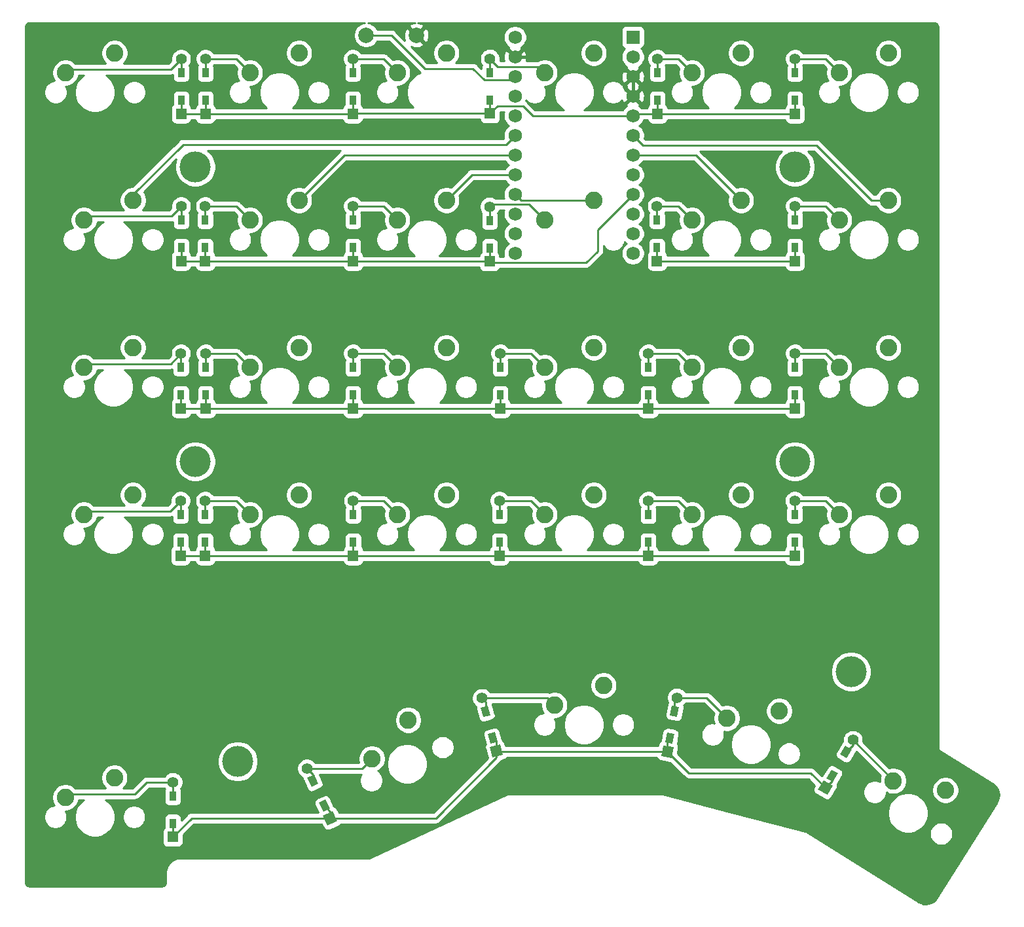
<source format=gtl>
%TF.GenerationSoftware,KiCad,Pcbnew,5.1.10-88a1d61d58~90~ubuntu20.04.1*%
%TF.CreationDate,2021-08-25T16:01:02+02:00*%
%TF.ProjectId,knuckle-pad,6b6e7563-6b6c-4652-9d70-61642e6b6963,rev?*%
%TF.SameCoordinates,Original*%
%TF.FileFunction,Copper,L1,Top*%
%TF.FilePolarity,Positive*%
%FSLAX46Y46*%
G04 Gerber Fmt 4.6, Leading zero omitted, Abs format (unit mm)*
G04 Created by KiCad (PCBNEW 5.1.10-88a1d61d58~90~ubuntu20.04.1) date 2021-08-25 16:01:02*
%MOMM*%
%LPD*%
G01*
G04 APERTURE LIST*
%TA.AperFunction,ComponentPad*%
%ADD10C,2.250000*%
%TD*%
%TA.AperFunction,ComponentPad*%
%ADD11C,4.000000*%
%TD*%
%TA.AperFunction,ComponentPad*%
%ADD12C,1.752600*%
%TD*%
%TA.AperFunction,ComponentPad*%
%ADD13R,1.752600X1.752600*%
%TD*%
%TA.AperFunction,ComponentPad*%
%ADD14C,2.000000*%
%TD*%
%TA.AperFunction,SMDPad,CuDef*%
%ADD15C,0.100000*%
%TD*%
%TA.AperFunction,ComponentPad*%
%ADD16C,0.100000*%
%TD*%
%TA.AperFunction,ComponentPad*%
%ADD17C,1.397000*%
%TD*%
%TA.AperFunction,SMDPad,CuDef*%
%ADD18R,0.950000X1.300000*%
%TD*%
%TA.AperFunction,ComponentPad*%
%ADD19R,1.397000X1.397000*%
%TD*%
%TA.AperFunction,Conductor*%
%ADD20C,0.250000*%
%TD*%
%TA.AperFunction,Conductor*%
%ADD21C,0.381000*%
%TD*%
%TA.AperFunction,Conductor*%
%ADD22C,0.254000*%
%TD*%
%TA.AperFunction,Conductor*%
%ADD23C,0.100000*%
%TD*%
G04 APERTURE END LIST*
D10*
%TO.P,SW29,2*%
%TO.N,col5*%
X200934032Y-133689911D03*
%TO.P,SW29,1*%
%TO.N,Net-(D29-Pad2)*%
X194202932Y-132478965D03*
%TD*%
%TO.P,SW28,2*%
%TO.N,col5*%
X193548000Y-95504000D03*
%TO.P,SW28,1*%
%TO.N,Net-(D28-Pad2)*%
X187198000Y-98044000D03*
%TD*%
%TO.P,SW27,2*%
%TO.N,col5*%
X193548000Y-76454000D03*
%TO.P,SW27,1*%
%TO.N,Net-(D27-Pad2)*%
X187198000Y-78994000D03*
%TD*%
%TO.P,SW26,2*%
%TO.N,col5*%
X193548000Y-57404000D03*
%TO.P,SW26,1*%
%TO.N,Net-(D26-Pad2)*%
X187198000Y-59944000D03*
%TD*%
%TO.P,SW25,2*%
%TO.N,col5*%
X193548000Y-38354000D03*
%TO.P,SW25,1*%
%TO.N,Net-(D25-Pad2)*%
X187198000Y-40894000D03*
%TD*%
%TO.P,SW24,2*%
%TO.N,col4*%
X179461514Y-123447379D03*
%TO.P,SW24,1*%
%TO.N,Net-(D24-Pad2)*%
X172685655Y-124375726D03*
%TD*%
%TO.P,SW23,2*%
%TO.N,col4*%
X174498000Y-95504000D03*
%TO.P,SW23,1*%
%TO.N,Net-(D23-Pad2)*%
X168148000Y-98044000D03*
%TD*%
%TO.P,SW22,2*%
%TO.N,col4*%
X174498000Y-76454000D03*
%TO.P,SW22,1*%
%TO.N,Net-(D22-Pad2)*%
X168148000Y-78994000D03*
%TD*%
%TO.P,SW21,2*%
%TO.N,col4*%
X174498000Y-57404000D03*
%TO.P,SW21,1*%
%TO.N,Net-(D21-Pad2)*%
X168148000Y-59944000D03*
%TD*%
%TO.P,SW20,2*%
%TO.N,col4*%
X174498000Y-38354000D03*
%TO.P,SW20,1*%
%TO.N,Net-(D20-Pad2)*%
X168148000Y-40894000D03*
%TD*%
%TO.P,SW19,2*%
%TO.N,col3*%
X156718000Y-120142000D03*
%TO.P,SW19,1*%
%TO.N,Net-(D19-Pad2)*%
X150368000Y-122682000D03*
%TD*%
%TO.P,SW18,2*%
%TO.N,col3*%
X155448000Y-95504000D03*
%TO.P,SW18,1*%
%TO.N,Net-(D18-Pad2)*%
X149098000Y-98044000D03*
%TD*%
%TO.P,SW17,2*%
%TO.N,col3*%
X155448000Y-76454000D03*
%TO.P,SW17,1*%
%TO.N,Net-(D17-Pad2)*%
X149098000Y-78994000D03*
%TD*%
%TO.P,SW16,2*%
%TO.N,col3*%
X155448000Y-57404000D03*
%TO.P,SW16,1*%
%TO.N,Net-(D16-Pad2)*%
X149098000Y-59944000D03*
%TD*%
%TO.P,SW15,2*%
%TO.N,col3*%
X155448000Y-38354000D03*
%TO.P,SW15,1*%
%TO.N,Net-(D15-Pad2)*%
X149098000Y-40894000D03*
%TD*%
%TO.P,SW14,2*%
%TO.N,col2*%
X131473121Y-124624506D03*
%TO.P,SW14,1*%
%TO.N,Net-(D14-Pad2)*%
X126791517Y-129610154D03*
%TD*%
%TO.P,SW13,2*%
%TO.N,col2*%
X136398000Y-95504000D03*
%TO.P,SW13,1*%
%TO.N,Net-(D13-Pad2)*%
X130048000Y-98044000D03*
%TD*%
%TO.P,SW12,2*%
%TO.N,col2*%
X136398000Y-76454000D03*
%TO.P,SW12,1*%
%TO.N,Net-(D12-Pad2)*%
X130048000Y-78994000D03*
%TD*%
%TO.P,SW11,2*%
%TO.N,col2*%
X136398000Y-57404000D03*
%TO.P,SW11,1*%
%TO.N,Net-(D11-Pad2)*%
X130048000Y-59944000D03*
%TD*%
%TO.P,SW10,2*%
%TO.N,col2*%
X136398000Y-38354000D03*
%TO.P,SW10,1*%
%TO.N,Net-(D10-Pad2)*%
X130048000Y-40894000D03*
%TD*%
%TO.P,SW9,2*%
%TO.N,col1*%
X117348000Y-95504000D03*
%TO.P,SW9,1*%
%TO.N,Net-(D9-Pad2)*%
X110998000Y-98044000D03*
%TD*%
%TO.P,SW8,2*%
%TO.N,col1*%
X117348000Y-76454000D03*
%TO.P,SW8,1*%
%TO.N,Net-(D8-Pad2)*%
X110998000Y-78994000D03*
%TD*%
%TO.P,SW7,2*%
%TO.N,col1*%
X117348000Y-57404000D03*
%TO.P,SW7,1*%
%TO.N,Net-(D7-Pad2)*%
X110998000Y-59944000D03*
%TD*%
%TO.P,SW6,2*%
%TO.N,col1*%
X117348000Y-38354000D03*
%TO.P,SW6,1*%
%TO.N,Net-(D6-Pad2)*%
X110998000Y-40894000D03*
%TD*%
%TO.P,SW5,2*%
%TO.N,col0*%
X93472000Y-132080000D03*
%TO.P,SW5,1*%
%TO.N,Net-(D5-Pad2)*%
X87122000Y-134620000D03*
%TD*%
%TO.P,SW4,2*%
%TO.N,col0*%
X95885000Y-95504000D03*
%TO.P,SW4,1*%
%TO.N,Net-(D4-Pad2)*%
X89535000Y-98044000D03*
%TD*%
%TO.P,SW3,2*%
%TO.N,col0*%
X95885000Y-76454000D03*
%TO.P,SW3,1*%
%TO.N,Net-(D3-Pad2)*%
X89535000Y-78994000D03*
%TD*%
%TO.P,SW2,2*%
%TO.N,col0*%
X95885000Y-57404000D03*
%TO.P,SW2,1*%
%TO.N,Net-(D2-Pad2)*%
X89535000Y-59944000D03*
%TD*%
%TO.P,SW1,2*%
%TO.N,col0*%
X93497400Y-38354000D03*
%TO.P,SW1,1*%
%TO.N,Net-(D1-Pad2)*%
X87147400Y-40894000D03*
%TD*%
D11*
%TO.P,H6,*%
%TO.N,*%
X188722000Y-118364000D03*
%TD*%
D12*
%TO.P,U1,24*%
%TO.N,Net-(U1-Pad24)*%
X145288000Y-36322000D03*
%TO.P,U1,12*%
%TO.N,row4*%
X160528000Y-64262000D03*
%TO.P,U1,23*%
%TO.N,GND*%
X145288000Y-38862000D03*
%TO.P,U1,22*%
%TO.N,RST*%
X145288000Y-41402000D03*
%TO.P,U1,21*%
%TO.N,VCC*%
X145288000Y-43942000D03*
%TO.P,U1,20*%
%TO.N,Net-(U1-Pad20)*%
X145288000Y-46482000D03*
%TO.P,U1,19*%
%TO.N,col0*%
X145288000Y-49022000D03*
%TO.P,U1,18*%
%TO.N,col1*%
X145288000Y-51562000D03*
%TO.P,U1,17*%
%TO.N,col2*%
X145288000Y-54102000D03*
%TO.P,U1,16*%
%TO.N,col3*%
X145288000Y-56642000D03*
%TO.P,U1,15*%
%TO.N,Net-(U1-Pad15)*%
X145288000Y-59182000D03*
%TO.P,U1,14*%
%TO.N,Net-(U1-Pad14)*%
X145288000Y-61722000D03*
%TO.P,U1,13*%
%TO.N,Net-(U1-Pad13)*%
X145288000Y-64262000D03*
%TO.P,U1,11*%
%TO.N,row3*%
X160528000Y-61722000D03*
%TO.P,U1,10*%
%TO.N,row2*%
X160528000Y-59182000D03*
%TO.P,U1,9*%
%TO.N,row1*%
X160528000Y-56642000D03*
%TO.P,U1,8*%
%TO.N,Net-(U1-Pad8)*%
X160528000Y-54102000D03*
%TO.P,U1,7*%
%TO.N,col4*%
X160528000Y-51562000D03*
%TO.P,U1,6*%
%TO.N,col5*%
X160528000Y-49022000D03*
%TO.P,U1,5*%
%TO.N,row0*%
X160528000Y-46482000D03*
%TO.P,U1,4*%
%TO.N,GND*%
X160528000Y-43942000D03*
%TO.P,U1,3*%
X160528000Y-41402000D03*
%TO.P,U1,2*%
%TO.N,Net-(U1-Pad2)*%
X160528000Y-38862000D03*
D13*
%TO.P,U1,1*%
%TO.N,Net-(U1-Pad1)*%
X160528000Y-36322000D03*
%TD*%
D14*
%TO.P,RST1,1*%
%TO.N,RST*%
X126036000Y-36068000D03*
%TO.P,RST1,2*%
%TO.N,GND*%
X132536000Y-36068000D03*
%TD*%
D11*
%TO.P,H5,*%
%TO.N,*%
X181483000Y-53086000D03*
%TD*%
%TO.P,H4,*%
%TO.N,*%
X103949500Y-91186000D03*
%TD*%
%TO.P,H3,*%
%TO.N,*%
X109435900Y-129984500D03*
%TD*%
%TO.P,H2,*%
%TO.N,*%
X103949500Y-53086000D03*
%TD*%
%TO.P,H1,*%
%TO.N,*%
X181483000Y-91186000D03*
%TD*%
%TA.AperFunction,SMDPad,CuDef*%
D15*
%TO.P,D29,2*%
%TO.N,Net-(D29-Pad2)*%
G36*
X188171862Y-129565222D02*
G01*
X187349138Y-129090222D01*
X187999138Y-127964388D01*
X188821862Y-128439388D01*
X188171862Y-129565222D01*
G37*
%TD.AperFunction*%
%TA.AperFunction,SMDPad,CuDef*%
%TO.P,D29,1*%
%TO.N,row4*%
G36*
X186396862Y-132639612D02*
G01*
X185574138Y-132164612D01*
X186224138Y-131038778D01*
X187046862Y-131513778D01*
X186396862Y-132639612D01*
G37*
%TD.AperFunction*%
%TA.AperFunction,ComponentPad*%
D16*
G36*
X185678669Y-134330559D02*
G01*
X184468831Y-133632059D01*
X185167331Y-132422221D01*
X186377169Y-133120721D01*
X185678669Y-134330559D01*
G37*
%TD.AperFunction*%
D17*
%TO.P,D29,2*%
%TO.N,Net-(D29-Pad2)*%
X188973000Y-127227610D03*
%TD*%
D18*
%TO.P,D28,2*%
%TO.N,Net-(D28-Pad2)*%
X181432200Y-98047000D03*
%TO.P,D28,1*%
%TO.N,row3*%
X181432200Y-101597000D03*
D19*
X181432200Y-103372000D03*
D17*
%TO.P,D28,2*%
%TO.N,Net-(D28-Pad2)*%
X181432200Y-96272000D03*
%TD*%
D18*
%TO.P,D27,2*%
%TO.N,Net-(D27-Pad2)*%
X181483000Y-79003000D03*
%TO.P,D27,1*%
%TO.N,row2*%
X181483000Y-82553000D03*
D19*
X181483000Y-84328000D03*
D17*
%TO.P,D27,2*%
%TO.N,Net-(D27-Pad2)*%
X181483000Y-77228000D03*
%TD*%
D18*
%TO.P,D26,2*%
%TO.N,Net-(D26-Pad2)*%
X181483000Y-59947000D03*
%TO.P,D26,1*%
%TO.N,row1*%
X181483000Y-63497000D03*
D19*
X181483000Y-65272000D03*
D17*
%TO.P,D26,2*%
%TO.N,Net-(D26-Pad2)*%
X181483000Y-58172000D03*
%TD*%
D18*
%TO.P,D25,2*%
%TO.N,Net-(D25-Pad2)*%
X181483000Y-40897000D03*
%TO.P,D25,1*%
%TO.N,row0*%
X181483000Y-44447000D03*
D19*
X181483000Y-46222000D03*
D17*
%TO.P,D25,2*%
%TO.N,Net-(D25-Pad2)*%
X181483000Y-39122000D03*
%TD*%
%TA.AperFunction,SMDPad,CuDef*%
D15*
%TO.P,D24,2*%
%TO.N,Net-(D24-Pad2)*%
G36*
X166271138Y-124196574D02*
G01*
X165335571Y-124031608D01*
X165561314Y-122751358D01*
X166496881Y-122916324D01*
X166271138Y-124196574D01*
G37*
%TD.AperFunction*%
%TA.AperFunction,SMDPad,CuDef*%
%TO.P,D24,1*%
%TO.N,row4*%
G36*
X165654686Y-127692642D02*
G01*
X164719119Y-127527676D01*
X164944862Y-126247426D01*
X165880429Y-126412392D01*
X165654686Y-127692642D01*
G37*
%TD.AperFunction*%
%TA.AperFunction,ComponentPad*%
D16*
G36*
X165558144Y-129527249D02*
G01*
X164182368Y-129284663D01*
X164424954Y-127908887D01*
X165800730Y-128151473D01*
X165558144Y-129527249D01*
G37*
%TD.AperFunction*%
D17*
%TO.P,D24,2*%
%TO.N,Net-(D24-Pad2)*%
X166224451Y-121725932D03*
%TD*%
D18*
%TO.P,D23,2*%
%TO.N,Net-(D23-Pad2)*%
X162509200Y-98050000D03*
%TO.P,D23,1*%
%TO.N,row3*%
X162509200Y-101600000D03*
D19*
X162509200Y-103375000D03*
D17*
%TO.P,D23,2*%
%TO.N,Net-(D23-Pad2)*%
X162509200Y-96275000D03*
%TD*%
D18*
%TO.P,D22,2*%
%TO.N,Net-(D22-Pad2)*%
X162509200Y-79003000D03*
%TO.P,D22,1*%
%TO.N,row2*%
X162509200Y-82553000D03*
D19*
X162509200Y-84328000D03*
D17*
%TO.P,D22,2*%
%TO.N,Net-(D22-Pad2)*%
X162509200Y-77228000D03*
%TD*%
D18*
%TO.P,D21,2*%
%TO.N,Net-(D21-Pad2)*%
X163639500Y-59947000D03*
%TO.P,D21,1*%
%TO.N,row1*%
X163639500Y-63497000D03*
D19*
X163639500Y-65272000D03*
D17*
%TO.P,D21,2*%
%TO.N,Net-(D21-Pad2)*%
X163639500Y-58172000D03*
%TD*%
D18*
%TO.P,D20,2*%
%TO.N,Net-(D20-Pad2)*%
X163703000Y-40897000D03*
%TO.P,D20,1*%
%TO.N,row0*%
X163703000Y-44447000D03*
D19*
X163703000Y-46222000D03*
D17*
%TO.P,D20,2*%
%TO.N,Net-(D20-Pad2)*%
X163703000Y-39122000D03*
%TD*%
%TA.AperFunction,SMDPad,CuDef*%
D15*
%TO.P,D19,2*%
%TO.N,Net-(D19-Pad2)*%
G36*
X142105047Y-124012395D02*
G01*
X141187418Y-124258273D01*
X140850953Y-123002569D01*
X141768582Y-122756691D01*
X142105047Y-124012395D01*
G37*
%TD.AperFunction*%
%TA.AperFunction,SMDPad,CuDef*%
%TO.P,D19,1*%
%TO.N,row4*%
G36*
X143023855Y-127441431D02*
G01*
X142106226Y-127687309D01*
X141769761Y-126431605D01*
X142687390Y-126185727D01*
X143023855Y-127441431D01*
G37*
%TD.AperFunction*%
%TA.AperFunction,ComponentPad*%
D16*
G36*
X143711696Y-129144951D02*
G01*
X142362298Y-129506521D01*
X142000728Y-128157123D01*
X143350126Y-127795553D01*
X143711696Y-129144951D01*
G37*
%TD.AperFunction*%
D17*
%TO.P,D19,2*%
%TO.N,Net-(D19-Pad2)*%
X141018596Y-121792963D03*
%TD*%
D18*
%TO.P,D18,2*%
%TO.N,Net-(D18-Pad2)*%
X143256000Y-98050000D03*
%TO.P,D18,1*%
%TO.N,row3*%
X143256000Y-101600000D03*
D19*
X143256000Y-103375000D03*
D17*
%TO.P,D18,2*%
%TO.N,Net-(D18-Pad2)*%
X143256000Y-96275000D03*
%TD*%
D18*
%TO.P,D17,2*%
%TO.N,Net-(D17-Pad2)*%
X143383000Y-79003000D03*
%TO.P,D17,1*%
%TO.N,row2*%
X143383000Y-82553000D03*
D19*
X143383000Y-84328000D03*
D17*
%TO.P,D17,2*%
%TO.N,Net-(D17-Pad2)*%
X143383000Y-77228000D03*
%TD*%
D18*
%TO.P,D16,2*%
%TO.N,Net-(D16-Pad2)*%
X141986000Y-60010500D03*
%TO.P,D16,1*%
%TO.N,row1*%
X141986000Y-63560500D03*
D19*
X141986000Y-65335500D03*
D17*
%TO.P,D16,2*%
%TO.N,Net-(D16-Pad2)*%
X141986000Y-58235500D03*
%TD*%
D18*
%TO.P,D15,2*%
%TO.N,Net-(D15-Pad2)*%
X142036800Y-40874600D03*
%TO.P,D15,1*%
%TO.N,row0*%
X142036800Y-44424600D03*
D19*
X142036800Y-46199600D03*
D17*
%TO.P,D15,2*%
%TO.N,Net-(D15-Pad2)*%
X142036800Y-39099600D03*
%TD*%
%TA.AperFunction,SMDPad,CuDef*%
D15*
%TO.P,D14,2*%
%TO.N,Net-(D14-Pad2)*%
G36*
X119843051Y-132891660D02*
G01*
X118982059Y-133293148D01*
X118432655Y-132114948D01*
X119293647Y-131713460D01*
X119843051Y-132891660D01*
G37*
%TD.AperFunction*%
%TA.AperFunction,SMDPad,CuDef*%
%TO.P,D14,1*%
%TO.N,row4*%
G36*
X121343345Y-136109052D02*
G01*
X120482353Y-136510540D01*
X119932949Y-135332340D01*
X120793941Y-134930852D01*
X121343345Y-136109052D01*
G37*
%TD.AperFunction*%
%TA.AperFunction,ComponentPad*%
D16*
G36*
X122316550Y-137667250D02*
G01*
X121050438Y-138257648D01*
X120460040Y-136991536D01*
X121726152Y-136401138D01*
X122316550Y-137667250D01*
G37*
%TD.AperFunction*%
D17*
%TO.P,D14,2*%
%TO.N,Net-(D14-Pad2)*%
X118387705Y-130894607D03*
%TD*%
D18*
%TO.P,D13,2*%
%TO.N,Net-(D13-Pad2)*%
X124358400Y-98047000D03*
%TO.P,D13,1*%
%TO.N,row3*%
X124358400Y-101597000D03*
D19*
X124358400Y-103372000D03*
D17*
%TO.P,D13,2*%
%TO.N,Net-(D13-Pad2)*%
X124358400Y-96272000D03*
%TD*%
D18*
%TO.P,D12,2*%
%TO.N,Net-(D12-Pad2)*%
X124333000Y-79003000D03*
%TO.P,D12,1*%
%TO.N,row2*%
X124333000Y-82553000D03*
D19*
X124333000Y-84328000D03*
D17*
%TO.P,D12,2*%
%TO.N,Net-(D12-Pad2)*%
X124333000Y-77228000D03*
%TD*%
D18*
%TO.P,D11,2*%
%TO.N,Net-(D11-Pad2)*%
X124333000Y-59947000D03*
%TO.P,D11,1*%
%TO.N,row1*%
X124333000Y-63497000D03*
D19*
X124333000Y-65272000D03*
D17*
%TO.P,D11,2*%
%TO.N,Net-(D11-Pad2)*%
X124333000Y-58172000D03*
%TD*%
D18*
%TO.P,D10,2*%
%TO.N,Net-(D10-Pad2)*%
X124307600Y-40897000D03*
%TO.P,D10,1*%
%TO.N,row0*%
X124307600Y-44447000D03*
D19*
X124307600Y-46222000D03*
D17*
%TO.P,D10,2*%
%TO.N,Net-(D10-Pad2)*%
X124307600Y-39122000D03*
%TD*%
D18*
%TO.P,D9,2*%
%TO.N,Net-(D9-Pad2)*%
X105219500Y-98053000D03*
%TO.P,D9,1*%
%TO.N,row3*%
X105219500Y-101603000D03*
D19*
X105219500Y-103378000D03*
D17*
%TO.P,D9,2*%
%TO.N,Net-(D9-Pad2)*%
X105219500Y-96278000D03*
%TD*%
D18*
%TO.P,D8,2*%
%TO.N,Net-(D8-Pad2)*%
X105283000Y-79003000D03*
%TO.P,D8,1*%
%TO.N,row2*%
X105283000Y-82553000D03*
D19*
X105283000Y-84328000D03*
D17*
%TO.P,D8,2*%
%TO.N,Net-(D8-Pad2)*%
X105283000Y-77228000D03*
%TD*%
D18*
%TO.P,D7,2*%
%TO.N,Net-(D7-Pad2)*%
X105219500Y-59947000D03*
%TO.P,D7,1*%
%TO.N,row1*%
X105219500Y-63497000D03*
D19*
X105219500Y-65272000D03*
D17*
%TO.P,D7,2*%
%TO.N,Net-(D7-Pad2)*%
X105219500Y-58172000D03*
%TD*%
D18*
%TO.P,D6,2*%
%TO.N,Net-(D6-Pad2)*%
X105257600Y-40897000D03*
%TO.P,D6,1*%
%TO.N,row0*%
X105257600Y-44447000D03*
D19*
X105257600Y-46222000D03*
D17*
%TO.P,D6,2*%
%TO.N,Net-(D6-Pad2)*%
X105257600Y-39122000D03*
%TD*%
D18*
%TO.P,D5,2*%
%TO.N,Net-(D5-Pad2)*%
X101028500Y-134432500D03*
%TO.P,D5,1*%
%TO.N,row4*%
X101028500Y-137982500D03*
D19*
X101028500Y-139757500D03*
D17*
%TO.P,D5,2*%
%TO.N,Net-(D5-Pad2)*%
X101028500Y-132657500D03*
%TD*%
D18*
%TO.P,D4,2*%
%TO.N,Net-(D4-Pad2)*%
X102031800Y-98047000D03*
%TO.P,D4,1*%
%TO.N,row3*%
X102031800Y-101597000D03*
D19*
X102031800Y-103372000D03*
D17*
%TO.P,D4,2*%
%TO.N,Net-(D4-Pad2)*%
X102031800Y-96272000D03*
%TD*%
D18*
%TO.P,D3,2*%
%TO.N,Net-(D3-Pad2)*%
X102082600Y-78997000D03*
%TO.P,D3,1*%
%TO.N,row2*%
X102082600Y-82547000D03*
D19*
X102082600Y-84322000D03*
D17*
%TO.P,D3,2*%
%TO.N,Net-(D3-Pad2)*%
X102082600Y-77222000D03*
%TD*%
D18*
%TO.P,D2,2*%
%TO.N,Net-(D2-Pad2)*%
X102108000Y-59947000D03*
%TO.P,D2,1*%
%TO.N,row1*%
X102108000Y-63497000D03*
D19*
X102108000Y-65272000D03*
D17*
%TO.P,D2,2*%
%TO.N,Net-(D2-Pad2)*%
X102108000Y-58172000D03*
%TD*%
%TO.P,D1,2*%
%TO.N,Net-(D1-Pad2)*%
X102108000Y-39122000D03*
D19*
%TO.P,D1,1*%
%TO.N,row0*%
X102108000Y-46222000D03*
D18*
X102108000Y-44447000D03*
%TO.P,D1,2*%
%TO.N,Net-(D1-Pad2)*%
X102108000Y-40897000D03*
%TD*%
D20*
%TO.N,row0*%
X181483000Y-44447000D02*
X181483000Y-46222000D01*
X181483000Y-46222000D02*
X163703000Y-46222000D01*
X163703000Y-46222000D02*
X163703000Y-44447000D01*
X142036800Y-46199600D02*
X142036800Y-44424600D01*
X124330000Y-46199600D02*
X124307600Y-46222000D01*
X142036800Y-46199600D02*
X124330000Y-46199600D01*
X124307600Y-46222000D02*
X124307600Y-44447000D01*
X124307600Y-46222000D02*
X105257600Y-46222000D01*
X105257600Y-46222000D02*
X105257600Y-44447000D01*
X105257600Y-46222000D02*
X102108000Y-46222000D01*
X102108000Y-46222000D02*
X102108000Y-44447000D01*
X160788000Y-46222000D02*
X160528000Y-46482000D01*
X163703000Y-46222000D02*
X160788000Y-46222000D01*
X160528000Y-46482000D02*
X147574000Y-46482000D01*
X147574000Y-46482000D02*
X146304000Y-45212000D01*
X143024400Y-45212000D02*
X142036800Y-46199600D01*
X146304000Y-45212000D02*
X143024400Y-45212000D01*
%TO.N,Net-(D1-Pad2)*%
X102108000Y-39122000D02*
X100780500Y-40449500D01*
X87591900Y-40449500D02*
X87147400Y-40894000D01*
X100780500Y-40449500D02*
X87591900Y-40449500D01*
X102108000Y-40897000D02*
X102108000Y-39122000D01*
%TO.N,row1*%
X181483000Y-63497000D02*
X181483000Y-65272000D01*
X181483000Y-65272000D02*
X163639500Y-65272000D01*
X163639500Y-65272000D02*
X163639500Y-63497000D01*
X141986000Y-65335500D02*
X141986000Y-63560500D01*
X124396500Y-65335500D02*
X124333000Y-65272000D01*
X141986000Y-65335500D02*
X124396500Y-65335500D01*
X124333000Y-65272000D02*
X124333000Y-63497000D01*
X124333000Y-65272000D02*
X105219500Y-65272000D01*
X105219500Y-65272000D02*
X105219500Y-63497000D01*
X105219500Y-65272000D02*
X102108000Y-65272000D01*
X102108000Y-65272000D02*
X102108000Y-63497000D01*
X160528000Y-56642000D02*
X155956000Y-61214000D01*
X155956000Y-61214000D02*
X155956000Y-64008000D01*
X142113801Y-65463301D02*
X141986000Y-65335500D01*
X154500699Y-65463301D02*
X142113801Y-65463301D01*
X155956000Y-64008000D02*
X154500699Y-65463301D01*
%TO.N,Net-(D2-Pad2)*%
X102108000Y-59947000D02*
X102108000Y-58172000D01*
X90043000Y-59436000D02*
X89535000Y-59944000D01*
X102108000Y-58172000D02*
X100844000Y-59436000D01*
X100844000Y-59436000D02*
X90043000Y-59436000D01*
%TO.N,row2*%
X181483000Y-82553000D02*
X181483000Y-84328000D01*
X181483000Y-84328000D02*
X162509200Y-84328000D01*
X162509200Y-84328000D02*
X162509200Y-82553000D01*
X162509200Y-84328000D02*
X143383000Y-84328000D01*
X143383000Y-84328000D02*
X143383000Y-82553000D01*
X143383000Y-84328000D02*
X124333000Y-84328000D01*
X124333000Y-84328000D02*
X124333000Y-82553000D01*
X124333000Y-84328000D02*
X105283000Y-84328000D01*
X105283000Y-84328000D02*
X105283000Y-82553000D01*
X102088600Y-84328000D02*
X102082600Y-84322000D01*
X105283000Y-84328000D02*
X102088600Y-84328000D01*
X102082600Y-84322000D02*
X102082600Y-82547000D01*
%TO.N,Net-(D3-Pad2)*%
X102082600Y-78997000D02*
X102082600Y-77222000D01*
X102082600Y-77222000D02*
X100755100Y-78549500D01*
X89979500Y-78549500D02*
X89535000Y-78994000D01*
X100755100Y-78549500D02*
X89979500Y-78549500D01*
%TO.N,row3*%
X181432200Y-103372000D02*
X181432200Y-101597000D01*
X162512200Y-103372000D02*
X162509200Y-103375000D01*
X181432200Y-103372000D02*
X162512200Y-103372000D01*
X162509200Y-103375000D02*
X162509200Y-101600000D01*
X162509200Y-103375000D02*
X143256000Y-103375000D01*
X143256000Y-103375000D02*
X143256000Y-101600000D01*
X124361400Y-103375000D02*
X124358400Y-103372000D01*
X143256000Y-103375000D02*
X124361400Y-103375000D01*
X124358400Y-103372000D02*
X124358400Y-101597000D01*
X105225500Y-103372000D02*
X105219500Y-103378000D01*
X124358400Y-103372000D02*
X105225500Y-103372000D01*
X105219500Y-103378000D02*
X105219500Y-101603000D01*
X102037800Y-103378000D02*
X102031800Y-103372000D01*
X105219500Y-103378000D02*
X102037800Y-103378000D01*
X102031800Y-103372000D02*
X102031800Y-101597000D01*
%TO.N,Net-(D4-Pad2)*%
X102031800Y-98047000D02*
X102031800Y-96272000D01*
X102031800Y-96272000D02*
X100704300Y-97599500D01*
X89979500Y-97599500D02*
X89535000Y-98044000D01*
X100704300Y-97599500D02*
X89979500Y-97599500D01*
%TO.N,row4*%
X186310500Y-132488890D02*
X185423000Y-133376390D01*
X186310500Y-131839195D02*
X186310500Y-132488890D01*
X164991549Y-127278259D02*
X165299774Y-126970034D01*
X164991549Y-128718068D02*
X164991549Y-127278259D01*
X142856212Y-127395922D02*
X142396808Y-126936518D01*
X142856212Y-128651037D02*
X142856212Y-127395922D01*
X121388295Y-136470844D02*
X120638147Y-135720696D01*
X121388295Y-137329393D02*
X121388295Y-136470844D01*
X103456607Y-137329393D02*
X101028500Y-139757500D01*
X121388295Y-137329393D02*
X103456607Y-137329393D01*
X101028500Y-139757500D02*
X101028500Y-137982500D01*
X142923243Y-128718068D02*
X142856212Y-128651037D01*
X164991549Y-128718068D02*
X142923243Y-128718068D01*
X121405288Y-137312400D02*
X121388295Y-137329393D01*
X135051800Y-137312400D02*
X121405288Y-137312400D01*
X142856212Y-129507988D02*
X135051800Y-137312400D01*
X142856212Y-128651037D02*
X142856212Y-129507988D01*
X167769281Y-131495800D02*
X164991549Y-128718068D01*
X183542410Y-131495800D02*
X167769281Y-131495800D01*
X185423000Y-133376390D02*
X183542410Y-131495800D01*
%TO.N,Net-(D5-Pad2)*%
X101028500Y-134432500D02*
X101028500Y-132657500D01*
X101028500Y-132657500D02*
X97657000Y-132657500D01*
X97657000Y-132657500D02*
X96139000Y-134175500D01*
X87566500Y-134175500D02*
X87122000Y-134620000D01*
X96139000Y-134175500D02*
X87566500Y-134175500D01*
%TO.N,Net-(D6-Pad2)*%
X105257600Y-40897000D02*
X105257600Y-39122000D01*
X109226000Y-39122000D02*
X110998000Y-40894000D01*
X105257600Y-39122000D02*
X109226000Y-39122000D01*
%TO.N,Net-(D7-Pad2)*%
X105219500Y-59947000D02*
X105219500Y-58172000D01*
X109226000Y-58172000D02*
X110998000Y-59944000D01*
X105219500Y-58172000D02*
X109226000Y-58172000D01*
%TO.N,Net-(D8-Pad2)*%
X105283000Y-79003000D02*
X105283000Y-77228000D01*
X109232000Y-77228000D02*
X110998000Y-78994000D01*
X105283000Y-77228000D02*
X109232000Y-77228000D01*
%TO.N,Net-(D9-Pad2)*%
X105219500Y-98053000D02*
X105219500Y-96278000D01*
X109232000Y-96278000D02*
X110998000Y-98044000D01*
X105219500Y-96278000D02*
X109232000Y-96278000D01*
%TO.N,Net-(D10-Pad2)*%
X124307600Y-40897000D02*
X124307600Y-39122000D01*
X128276000Y-39122000D02*
X130048000Y-40894000D01*
X124307600Y-39122000D02*
X128276000Y-39122000D01*
%TO.N,Net-(D11-Pad2)*%
X124333000Y-59947000D02*
X124333000Y-58172000D01*
X128276000Y-58172000D02*
X130048000Y-59944000D01*
X124333000Y-58172000D02*
X128276000Y-58172000D01*
%TO.N,Net-(D12-Pad2)*%
X124333000Y-79003000D02*
X124333000Y-77228000D01*
X128282000Y-77228000D02*
X130048000Y-78994000D01*
X124333000Y-77228000D02*
X128282000Y-77228000D01*
%TO.N,Net-(D13-Pad2)*%
X124358400Y-98047000D02*
X124358400Y-96272000D01*
X128276000Y-96272000D02*
X130048000Y-98044000D01*
X124358400Y-96272000D02*
X128276000Y-96272000D01*
%TO.N,Net-(D14-Pad2)*%
X119137853Y-131644755D02*
X118387705Y-130894607D01*
X119137853Y-132503304D02*
X119137853Y-131644755D01*
X125507064Y-130894607D02*
X126791517Y-129610154D01*
X118387705Y-130894607D02*
X125507064Y-130894607D01*
%TO.N,Net-(D15-Pad2)*%
X142036800Y-40874600D02*
X142036800Y-39099600D01*
X142036800Y-39099600D02*
X143069200Y-40132000D01*
X148336000Y-40132000D02*
X149098000Y-40894000D01*
X143069200Y-40132000D02*
X148336000Y-40132000D01*
%TO.N,Net-(D16-Pad2)*%
X141986000Y-60010500D02*
X141986000Y-58235500D01*
X141986000Y-58235500D02*
X142309500Y-57912000D01*
X147066000Y-57912000D02*
X149098000Y-59944000D01*
X142309500Y-57912000D02*
X147066000Y-57912000D01*
%TO.N,Net-(D17-Pad2)*%
X143383000Y-79003000D02*
X143383000Y-77228000D01*
X147332000Y-77228000D02*
X149098000Y-78994000D01*
X143383000Y-77228000D02*
X147332000Y-77228000D01*
%TO.N,Net-(D18-Pad2)*%
X143256000Y-98050000D02*
X143256000Y-96275000D01*
X147329000Y-96275000D02*
X149098000Y-98044000D01*
X143256000Y-96275000D02*
X147329000Y-96275000D01*
%TO.N,Net-(D19-Pad2)*%
X141478000Y-122252367D02*
X141018596Y-121792963D01*
X141478000Y-123507482D02*
X141478000Y-122252367D01*
X149478963Y-121792963D02*
X150368000Y-122682000D01*
X141018596Y-121792963D02*
X149478963Y-121792963D01*
%TO.N,Net-(D20-Pad2)*%
X163703000Y-40897000D02*
X163703000Y-39122000D01*
X166376000Y-39122000D02*
X168148000Y-40894000D01*
X163703000Y-39122000D02*
X166376000Y-39122000D01*
%TO.N,Net-(D21-Pad2)*%
X163639500Y-59947000D02*
X163639500Y-58172000D01*
X166376000Y-58172000D02*
X168148000Y-59944000D01*
X163639500Y-58172000D02*
X166376000Y-58172000D01*
%TO.N,Net-(D22-Pad2)*%
X162509200Y-79003000D02*
X162509200Y-77228000D01*
X166382000Y-77228000D02*
X168148000Y-78994000D01*
X162509200Y-77228000D02*
X166382000Y-77228000D01*
%TO.N,Net-(D23-Pad2)*%
X162509200Y-98050000D02*
X162509200Y-96275000D01*
X166379000Y-96275000D02*
X168148000Y-98044000D01*
X162509200Y-96275000D02*
X166379000Y-96275000D01*
%TO.N,Net-(D24-Pad2)*%
X165916226Y-122034157D02*
X166224451Y-121725932D01*
X165916226Y-123473966D02*
X165916226Y-122034157D01*
X170035861Y-121725932D02*
X172685655Y-124375726D01*
X166224451Y-121725932D02*
X170035861Y-121725932D01*
%TO.N,Net-(D25-Pad2)*%
X185426000Y-39122000D02*
X187198000Y-40894000D01*
X181483000Y-39122000D02*
X185426000Y-39122000D01*
X181483000Y-39122000D02*
X181483000Y-40897000D01*
%TO.N,Net-(D26-Pad2)*%
X185426000Y-58172000D02*
X187198000Y-59944000D01*
X181483000Y-58172000D02*
X185426000Y-58172000D01*
X181483000Y-58172000D02*
X181483000Y-59947000D01*
%TO.N,Net-(D27-Pad2)*%
X185432000Y-77228000D02*
X187198000Y-78994000D01*
X181483000Y-77228000D02*
X185432000Y-77228000D01*
X181483000Y-79003000D02*
X181483000Y-77228000D01*
%TO.N,Net-(D28-Pad2)*%
X185426000Y-96272000D02*
X187198000Y-98044000D01*
X181432200Y-96272000D02*
X185426000Y-96272000D01*
X181432200Y-98047000D02*
X181432200Y-96272000D01*
%TO.N,Net-(D29-Pad2)*%
X194202932Y-132457542D02*
X194202932Y-132478965D01*
X188973000Y-127227610D02*
X194202932Y-132457542D01*
X188973000Y-127877305D02*
X188085500Y-128764805D01*
X188973000Y-127227610D02*
X188973000Y-127877305D01*
%TO.N,col0*%
X144119600Y-50190400D02*
X145288000Y-49022000D01*
X102349300Y-50190400D02*
X144119600Y-50190400D01*
X95885000Y-56654700D02*
X102349300Y-50190400D01*
X95885000Y-57404000D02*
X95885000Y-56654700D01*
%TO.N,col1*%
X123190000Y-51562000D02*
X145288000Y-51562000D01*
X117348000Y-57404000D02*
X123190000Y-51562000D01*
%TO.N,col2*%
X139700000Y-54102000D02*
X145288000Y-54102000D01*
X136398000Y-57404000D02*
X139700000Y-54102000D01*
%TO.N,col3*%
X146050000Y-57404000D02*
X145288000Y-56642000D01*
X155448000Y-57404000D02*
X146050000Y-57404000D01*
%TO.N,col4*%
X168668700Y-51562000D02*
X160528000Y-51562000D01*
X174498000Y-57391300D02*
X168668700Y-51562000D01*
X174498000Y-57404000D02*
X174498000Y-57391300D01*
%TO.N,col5*%
X161798000Y-50292000D02*
X160528000Y-49022000D01*
X184251600Y-50292000D02*
X161798000Y-50292000D01*
X191363600Y-57404000D02*
X184251600Y-50292000D01*
X193548000Y-57404000D02*
X191363600Y-57404000D01*
%TO.N,RST*%
X126036000Y-36068000D02*
X129286000Y-36068000D01*
X129286000Y-36068000D02*
X133604000Y-40386000D01*
X144840399Y-41849601D02*
X145288000Y-41402000D01*
X141301799Y-41849601D02*
X144840399Y-41849601D01*
X139838198Y-40386000D02*
X141301799Y-41849601D01*
X133604000Y-40386000D02*
X139838198Y-40386000D01*
D21*
%TO.N,GND*%
X159766000Y-40640000D02*
X160528000Y-41402000D01*
X153545974Y-40640000D02*
X159766000Y-40640000D01*
X151767974Y-38862000D02*
X153545974Y-40640000D01*
X145288000Y-38862000D02*
X151767974Y-38862000D01*
X160528000Y-41402000D02*
X160528000Y-43942000D01*
%TD*%
D22*
%TO.N,GND*%
X125559088Y-34495832D02*
X125261537Y-34619082D01*
X124993748Y-34798013D01*
X124766013Y-35025748D01*
X124587082Y-35293537D01*
X124463832Y-35591088D01*
X124401000Y-35906967D01*
X124401000Y-36229033D01*
X124463832Y-36544912D01*
X124587082Y-36842463D01*
X124766013Y-37110252D01*
X124993748Y-37337987D01*
X125261537Y-37516918D01*
X125559088Y-37640168D01*
X125874967Y-37703000D01*
X126197033Y-37703000D01*
X126512912Y-37640168D01*
X126810463Y-37516918D01*
X127078252Y-37337987D01*
X127305987Y-37110252D01*
X127484918Y-36842463D01*
X127490909Y-36828000D01*
X128971199Y-36828000D01*
X133040200Y-40897002D01*
X133058722Y-40919571D01*
X132612749Y-41104299D01*
X132182174Y-41392000D01*
X131816000Y-41758174D01*
X131528299Y-42188749D01*
X131330127Y-42667178D01*
X131229100Y-43175076D01*
X131229100Y-43692924D01*
X131330127Y-44200822D01*
X131528299Y-44679251D01*
X131816000Y-45109826D01*
X132145774Y-45439600D01*
X125635909Y-45439600D01*
X125631912Y-45399018D01*
X125595602Y-45279320D01*
X125536637Y-45169006D01*
X125457285Y-45072315D01*
X125420672Y-45042268D01*
X125420672Y-43797000D01*
X125408412Y-43672518D01*
X125372102Y-43552820D01*
X125313137Y-43442506D01*
X125233785Y-43345815D01*
X125137094Y-43266463D01*
X125026780Y-43207498D01*
X124907082Y-43171188D01*
X124782600Y-43158928D01*
X123832600Y-43158928D01*
X123708118Y-43171188D01*
X123588420Y-43207498D01*
X123478106Y-43266463D01*
X123381415Y-43345815D01*
X123302063Y-43442506D01*
X123243098Y-43552820D01*
X123206788Y-43672518D01*
X123194528Y-43797000D01*
X123194528Y-45042268D01*
X123157915Y-45072315D01*
X123078563Y-45169006D01*
X123019598Y-45279320D01*
X122983288Y-45399018D01*
X122977085Y-45462000D01*
X116497826Y-45462000D01*
X116850000Y-45109826D01*
X117137701Y-44679251D01*
X117335873Y-44200822D01*
X117436900Y-43692924D01*
X117436900Y-43285278D01*
X118378000Y-43285278D01*
X118378000Y-43582722D01*
X118436029Y-43874451D01*
X118549856Y-44149253D01*
X118715107Y-44396569D01*
X118925431Y-44606893D01*
X119172747Y-44772144D01*
X119447549Y-44885971D01*
X119739278Y-44944000D01*
X120036722Y-44944000D01*
X120328451Y-44885971D01*
X120603253Y-44772144D01*
X120850569Y-44606893D01*
X121060893Y-44396569D01*
X121226144Y-44149253D01*
X121339971Y-43874451D01*
X121398000Y-43582722D01*
X121398000Y-43285278D01*
X121339971Y-42993549D01*
X121226144Y-42718747D01*
X121060893Y-42471431D01*
X120850569Y-42261107D01*
X120603253Y-42095856D01*
X120328451Y-41982029D01*
X120036722Y-41924000D01*
X119739278Y-41924000D01*
X119447549Y-41982029D01*
X119172747Y-42095856D01*
X118925431Y-42261107D01*
X118715107Y-42471431D01*
X118549856Y-42718747D01*
X118436029Y-42993549D01*
X118378000Y-43285278D01*
X117436900Y-43285278D01*
X117436900Y-43175076D01*
X117335873Y-42667178D01*
X117137701Y-42188749D01*
X116850000Y-41758174D01*
X116483826Y-41392000D01*
X116053251Y-41104299D01*
X115574822Y-40906127D01*
X115066924Y-40805100D01*
X114549076Y-40805100D01*
X114041178Y-40906127D01*
X113562749Y-41104299D01*
X113132174Y-41392000D01*
X112766000Y-41758174D01*
X112478299Y-42188749D01*
X112280127Y-42667178D01*
X112179100Y-43175076D01*
X112179100Y-43692924D01*
X112280127Y-44200822D01*
X112478299Y-44679251D01*
X112766000Y-45109826D01*
X113118174Y-45462000D01*
X106588115Y-45462000D01*
X106581912Y-45399018D01*
X106545602Y-45279320D01*
X106486637Y-45169006D01*
X106407285Y-45072315D01*
X106370672Y-45042268D01*
X106370672Y-43797000D01*
X106358412Y-43672518D01*
X106322102Y-43552820D01*
X106263137Y-43442506D01*
X106183785Y-43345815D01*
X106087094Y-43266463D01*
X105976780Y-43207498D01*
X105857082Y-43171188D01*
X105732600Y-43158928D01*
X104782600Y-43158928D01*
X104658118Y-43171188D01*
X104538420Y-43207498D01*
X104428106Y-43266463D01*
X104331415Y-43345815D01*
X104252063Y-43442506D01*
X104193098Y-43552820D01*
X104156788Y-43672518D01*
X104144528Y-43797000D01*
X104144528Y-45042268D01*
X104107915Y-45072315D01*
X104028563Y-45169006D01*
X103969598Y-45279320D01*
X103933288Y-45399018D01*
X103927085Y-45462000D01*
X103438515Y-45462000D01*
X103432312Y-45399018D01*
X103396002Y-45279320D01*
X103337037Y-45169006D01*
X103257685Y-45072315D01*
X103221072Y-45042268D01*
X103221072Y-43797000D01*
X103208812Y-43672518D01*
X103172502Y-43552820D01*
X103113537Y-43442506D01*
X103034185Y-43345815D01*
X102937494Y-43266463D01*
X102827180Y-43207498D01*
X102707482Y-43171188D01*
X102583000Y-43158928D01*
X101633000Y-43158928D01*
X101508518Y-43171188D01*
X101388820Y-43207498D01*
X101278506Y-43266463D01*
X101181815Y-43345815D01*
X101102463Y-43442506D01*
X101043498Y-43552820D01*
X101007188Y-43672518D01*
X100994928Y-43797000D01*
X100994928Y-45042268D01*
X100958315Y-45072315D01*
X100878963Y-45169006D01*
X100819998Y-45279320D01*
X100783688Y-45399018D01*
X100771428Y-45523500D01*
X100771428Y-46920500D01*
X100783688Y-47044982D01*
X100819998Y-47164680D01*
X100878963Y-47274994D01*
X100958315Y-47371685D01*
X101055006Y-47451037D01*
X101165320Y-47510002D01*
X101285018Y-47546312D01*
X101409500Y-47558572D01*
X102806500Y-47558572D01*
X102930982Y-47546312D01*
X103050680Y-47510002D01*
X103160994Y-47451037D01*
X103257685Y-47371685D01*
X103337037Y-47274994D01*
X103396002Y-47164680D01*
X103432312Y-47044982D01*
X103438515Y-46982000D01*
X103927085Y-46982000D01*
X103933288Y-47044982D01*
X103969598Y-47164680D01*
X104028563Y-47274994D01*
X104107915Y-47371685D01*
X104204606Y-47451037D01*
X104314920Y-47510002D01*
X104434618Y-47546312D01*
X104559100Y-47558572D01*
X105956100Y-47558572D01*
X106080582Y-47546312D01*
X106200280Y-47510002D01*
X106310594Y-47451037D01*
X106407285Y-47371685D01*
X106486637Y-47274994D01*
X106545602Y-47164680D01*
X106581912Y-47044982D01*
X106588115Y-46982000D01*
X122977085Y-46982000D01*
X122983288Y-47044982D01*
X123019598Y-47164680D01*
X123078563Y-47274994D01*
X123157915Y-47371685D01*
X123254606Y-47451037D01*
X123364920Y-47510002D01*
X123484618Y-47546312D01*
X123609100Y-47558572D01*
X125006100Y-47558572D01*
X125130582Y-47546312D01*
X125250280Y-47510002D01*
X125360594Y-47451037D01*
X125457285Y-47371685D01*
X125536637Y-47274994D01*
X125595602Y-47164680D01*
X125631912Y-47044982D01*
X125640321Y-46959600D01*
X140706285Y-46959600D01*
X140712488Y-47022582D01*
X140748798Y-47142280D01*
X140807763Y-47252594D01*
X140887115Y-47349285D01*
X140983806Y-47428637D01*
X141094120Y-47487602D01*
X141213818Y-47523912D01*
X141338300Y-47536172D01*
X142735300Y-47536172D01*
X142859782Y-47523912D01*
X142979480Y-47487602D01*
X143089794Y-47428637D01*
X143186485Y-47349285D01*
X143265837Y-47252594D01*
X143324802Y-47142280D01*
X143361112Y-47022582D01*
X143373372Y-46898100D01*
X143373372Y-45972000D01*
X143863429Y-45972000D01*
X143834778Y-46041170D01*
X143776700Y-46333150D01*
X143776700Y-46630850D01*
X143834778Y-46922830D01*
X143948703Y-47197869D01*
X144114096Y-47445398D01*
X144324602Y-47655904D01*
X144468420Y-47752000D01*
X144324602Y-47848096D01*
X144114096Y-48058602D01*
X143948703Y-48306131D01*
X143834778Y-48581170D01*
X143776700Y-48873150D01*
X143776700Y-49170850D01*
X143824424Y-49410775D01*
X143804799Y-49430400D01*
X102386625Y-49430400D01*
X102349300Y-49426724D01*
X102311975Y-49430400D01*
X102311967Y-49430400D01*
X102200314Y-49441397D01*
X102057053Y-49484854D01*
X101925024Y-49555426D01*
X101809299Y-49650399D01*
X101785501Y-49679397D01*
X95820899Y-55644000D01*
X95711655Y-55644000D01*
X95371627Y-55711636D01*
X95051327Y-55844308D01*
X94763065Y-56036919D01*
X94517919Y-56282065D01*
X94325308Y-56570327D01*
X94192636Y-56890627D01*
X94125000Y-57230655D01*
X94125000Y-57577345D01*
X94192636Y-57917373D01*
X94325308Y-58237673D01*
X94517919Y-58525935D01*
X94667984Y-58676000D01*
X90756016Y-58676000D01*
X90656935Y-58576919D01*
X90368673Y-58384308D01*
X90048373Y-58251636D01*
X89708345Y-58184000D01*
X89361655Y-58184000D01*
X89021627Y-58251636D01*
X88701327Y-58384308D01*
X88413065Y-58576919D01*
X88167919Y-58822065D01*
X87975308Y-59110327D01*
X87842636Y-59430627D01*
X87775000Y-59770655D01*
X87775000Y-60117345D01*
X87842636Y-60457373D01*
X87975308Y-60777673D01*
X88107638Y-60975719D01*
X87824549Y-61032029D01*
X87549747Y-61145856D01*
X87302431Y-61311107D01*
X87092107Y-61521431D01*
X86926856Y-61768747D01*
X86813029Y-62043549D01*
X86755000Y-62335278D01*
X86755000Y-62632722D01*
X86813029Y-62924451D01*
X86926856Y-63199253D01*
X87092107Y-63446569D01*
X87302431Y-63656893D01*
X87549747Y-63822144D01*
X87824549Y-63935971D01*
X88116278Y-63994000D01*
X88413722Y-63994000D01*
X88705451Y-63935971D01*
X88980253Y-63822144D01*
X89227569Y-63656893D01*
X89437893Y-63446569D01*
X89603144Y-63199253D01*
X89716971Y-62924451D01*
X89775000Y-62632722D01*
X89775000Y-62335278D01*
X89716971Y-62043549D01*
X89603144Y-61768747D01*
X89559882Y-61704000D01*
X89708345Y-61704000D01*
X90048373Y-61636364D01*
X90368673Y-61503692D01*
X90656935Y-61311081D01*
X90902081Y-61065935D01*
X91094692Y-60777673D01*
X91227364Y-60457373D01*
X91279354Y-60196000D01*
X92037339Y-60196000D01*
X91669174Y-60442000D01*
X91303000Y-60808174D01*
X91015299Y-61238749D01*
X90817127Y-61717178D01*
X90716100Y-62225076D01*
X90716100Y-62742924D01*
X90817127Y-63250822D01*
X91015299Y-63729251D01*
X91303000Y-64159826D01*
X91669174Y-64526000D01*
X92099749Y-64813701D01*
X92578178Y-65011873D01*
X93086076Y-65112900D01*
X93603924Y-65112900D01*
X94111822Y-65011873D01*
X94590251Y-64813701D01*
X95020826Y-64526000D01*
X95387000Y-64159826D01*
X95674701Y-63729251D01*
X95872873Y-63250822D01*
X95973900Y-62742924D01*
X95973900Y-62335278D01*
X96915000Y-62335278D01*
X96915000Y-62632722D01*
X96973029Y-62924451D01*
X97086856Y-63199253D01*
X97252107Y-63446569D01*
X97462431Y-63656893D01*
X97709747Y-63822144D01*
X97984549Y-63935971D01*
X98276278Y-63994000D01*
X98573722Y-63994000D01*
X98865451Y-63935971D01*
X99140253Y-63822144D01*
X99387569Y-63656893D01*
X99597893Y-63446569D01*
X99763144Y-63199253D01*
X99876971Y-62924451D01*
X99935000Y-62632722D01*
X99935000Y-62335278D01*
X99876971Y-62043549D01*
X99763144Y-61768747D01*
X99597893Y-61521431D01*
X99387569Y-61311107D01*
X99140253Y-61145856D01*
X98865451Y-61032029D01*
X98573722Y-60974000D01*
X98276278Y-60974000D01*
X97984549Y-61032029D01*
X97709747Y-61145856D01*
X97462431Y-61311107D01*
X97252107Y-61521431D01*
X97086856Y-61768747D01*
X96973029Y-62043549D01*
X96915000Y-62335278D01*
X95973900Y-62335278D01*
X95973900Y-62225076D01*
X95872873Y-61717178D01*
X95674701Y-61238749D01*
X95387000Y-60808174D01*
X95020826Y-60442000D01*
X94652661Y-60196000D01*
X100806678Y-60196000D01*
X100844000Y-60199676D01*
X100881322Y-60196000D01*
X100881333Y-60196000D01*
X100992986Y-60185003D01*
X100994928Y-60184414D01*
X100994928Y-60597000D01*
X101007188Y-60721482D01*
X101043498Y-60841180D01*
X101102463Y-60951494D01*
X101181815Y-61048185D01*
X101278506Y-61127537D01*
X101388820Y-61186502D01*
X101508518Y-61222812D01*
X101633000Y-61235072D01*
X102583000Y-61235072D01*
X102707482Y-61222812D01*
X102827180Y-61186502D01*
X102937494Y-61127537D01*
X103034185Y-61048185D01*
X103113537Y-60951494D01*
X103172502Y-60841180D01*
X103208812Y-60721482D01*
X103221072Y-60597000D01*
X103221072Y-59297000D01*
X103208812Y-59172518D01*
X103172502Y-59052820D01*
X103150609Y-59011862D01*
X103289732Y-58803649D01*
X103390254Y-58560968D01*
X103441500Y-58303338D01*
X103441500Y-58040662D01*
X103886000Y-58040662D01*
X103886000Y-58303338D01*
X103937246Y-58560968D01*
X104037768Y-58803649D01*
X104176891Y-59011862D01*
X104154998Y-59052820D01*
X104118688Y-59172518D01*
X104106428Y-59297000D01*
X104106428Y-60597000D01*
X104118688Y-60721482D01*
X104154998Y-60841180D01*
X104213963Y-60951494D01*
X104293315Y-61048185D01*
X104390006Y-61127537D01*
X104500320Y-61186502D01*
X104620018Y-61222812D01*
X104744500Y-61235072D01*
X105694500Y-61235072D01*
X105818982Y-61222812D01*
X105938680Y-61186502D01*
X106048994Y-61127537D01*
X106145685Y-61048185D01*
X106225037Y-60951494D01*
X106284002Y-60841180D01*
X106320312Y-60721482D01*
X106332572Y-60597000D01*
X106332572Y-59297000D01*
X106320312Y-59172518D01*
X106284002Y-59052820D01*
X106262109Y-59011862D01*
X106315471Y-58932000D01*
X108911199Y-58932000D01*
X109336152Y-59356954D01*
X109305636Y-59430627D01*
X109238000Y-59770655D01*
X109238000Y-60117345D01*
X109305636Y-60457373D01*
X109438308Y-60777673D01*
X109570638Y-60975719D01*
X109287549Y-61032029D01*
X109012747Y-61145856D01*
X108765431Y-61311107D01*
X108555107Y-61521431D01*
X108389856Y-61768747D01*
X108276029Y-62043549D01*
X108218000Y-62335278D01*
X108218000Y-62632722D01*
X108276029Y-62924451D01*
X108389856Y-63199253D01*
X108555107Y-63446569D01*
X108765431Y-63656893D01*
X109012747Y-63822144D01*
X109287549Y-63935971D01*
X109579278Y-63994000D01*
X109876722Y-63994000D01*
X110168451Y-63935971D01*
X110443253Y-63822144D01*
X110690569Y-63656893D01*
X110900893Y-63446569D01*
X111066144Y-63199253D01*
X111179971Y-62924451D01*
X111238000Y-62632722D01*
X111238000Y-62335278D01*
X111179971Y-62043549D01*
X111066144Y-61768747D01*
X111022882Y-61704000D01*
X111171345Y-61704000D01*
X111511373Y-61636364D01*
X111831673Y-61503692D01*
X112119935Y-61311081D01*
X112365081Y-61065935D01*
X112557692Y-60777673D01*
X112690364Y-60457373D01*
X112758000Y-60117345D01*
X112758000Y-59770655D01*
X112690364Y-59430627D01*
X112557692Y-59110327D01*
X112365081Y-58822065D01*
X112119935Y-58576919D01*
X111831673Y-58384308D01*
X111511373Y-58251636D01*
X111171345Y-58184000D01*
X110824655Y-58184000D01*
X110484627Y-58251636D01*
X110410954Y-58282152D01*
X109789803Y-57661002D01*
X109766001Y-57631999D01*
X109650276Y-57537026D01*
X109518247Y-57466454D01*
X109374986Y-57422997D01*
X109263333Y-57412000D01*
X109263322Y-57412000D01*
X109226000Y-57408324D01*
X109188678Y-57412000D01*
X106315471Y-57412000D01*
X106255297Y-57321943D01*
X106069557Y-57136203D01*
X105851149Y-56990268D01*
X105608468Y-56889746D01*
X105350838Y-56838500D01*
X105088162Y-56838500D01*
X104830532Y-56889746D01*
X104587851Y-56990268D01*
X104369443Y-57136203D01*
X104183703Y-57321943D01*
X104037768Y-57540351D01*
X103937246Y-57783032D01*
X103886000Y-58040662D01*
X103441500Y-58040662D01*
X103390254Y-57783032D01*
X103289732Y-57540351D01*
X103143797Y-57321943D01*
X102958057Y-57136203D01*
X102739649Y-56990268D01*
X102496968Y-56889746D01*
X102239338Y-56838500D01*
X101976662Y-56838500D01*
X101719032Y-56889746D01*
X101476351Y-56990268D01*
X101257943Y-57136203D01*
X101072203Y-57321943D01*
X100926268Y-57540351D01*
X100825746Y-57783032D01*
X100774500Y-58040662D01*
X100774500Y-58303338D01*
X100795631Y-58409568D01*
X100529199Y-58676000D01*
X97102016Y-58676000D01*
X97252081Y-58525935D01*
X97444692Y-58237673D01*
X97577364Y-57917373D01*
X97645000Y-57577345D01*
X97645000Y-57230655D01*
X97577364Y-56890627D01*
X97444692Y-56570327D01*
X97284267Y-56330234D01*
X101499665Y-52114837D01*
X101415761Y-52317399D01*
X101314500Y-52826475D01*
X101314500Y-53345525D01*
X101415761Y-53854601D01*
X101614393Y-54334141D01*
X101902762Y-54765715D01*
X102269785Y-55132738D01*
X102701359Y-55421107D01*
X103180899Y-55619739D01*
X103689975Y-55721000D01*
X104209025Y-55721000D01*
X104718101Y-55619739D01*
X105197641Y-55421107D01*
X105629215Y-55132738D01*
X105996238Y-54765715D01*
X106284607Y-54334141D01*
X106483239Y-53854601D01*
X106584500Y-53345525D01*
X106584500Y-52826475D01*
X106483239Y-52317399D01*
X106284607Y-51837859D01*
X105996238Y-51406285D01*
X105629215Y-51039262D01*
X105496224Y-50950400D01*
X122737243Y-50950400D01*
X122649999Y-51021999D01*
X122626201Y-51050997D01*
X117935046Y-55742152D01*
X117861373Y-55711636D01*
X117521345Y-55644000D01*
X117174655Y-55644000D01*
X116834627Y-55711636D01*
X116514327Y-55844308D01*
X116226065Y-56036919D01*
X115980919Y-56282065D01*
X115788308Y-56570327D01*
X115655636Y-56890627D01*
X115588000Y-57230655D01*
X115588000Y-57577345D01*
X115655636Y-57917373D01*
X115788308Y-58237673D01*
X115980919Y-58525935D01*
X116226065Y-58771081D01*
X116514327Y-58963692D01*
X116834627Y-59096364D01*
X117174655Y-59164000D01*
X117521345Y-59164000D01*
X117861373Y-59096364D01*
X118181673Y-58963692D01*
X118469935Y-58771081D01*
X118715081Y-58525935D01*
X118907692Y-58237673D01*
X118989296Y-58040662D01*
X122999500Y-58040662D01*
X122999500Y-58303338D01*
X123050746Y-58560968D01*
X123151268Y-58803649D01*
X123290391Y-59011862D01*
X123268498Y-59052820D01*
X123232188Y-59172518D01*
X123219928Y-59297000D01*
X123219928Y-60597000D01*
X123232188Y-60721482D01*
X123268498Y-60841180D01*
X123327463Y-60951494D01*
X123406815Y-61048185D01*
X123503506Y-61127537D01*
X123613820Y-61186502D01*
X123733518Y-61222812D01*
X123858000Y-61235072D01*
X124808000Y-61235072D01*
X124932482Y-61222812D01*
X125052180Y-61186502D01*
X125162494Y-61127537D01*
X125259185Y-61048185D01*
X125338537Y-60951494D01*
X125397502Y-60841180D01*
X125433812Y-60721482D01*
X125446072Y-60597000D01*
X125446072Y-59297000D01*
X125433812Y-59172518D01*
X125397502Y-59052820D01*
X125375609Y-59011862D01*
X125428971Y-58932000D01*
X127961199Y-58932000D01*
X128386152Y-59356954D01*
X128355636Y-59430627D01*
X128288000Y-59770655D01*
X128288000Y-60117345D01*
X128355636Y-60457373D01*
X128488308Y-60777673D01*
X128620638Y-60975719D01*
X128337549Y-61032029D01*
X128062747Y-61145856D01*
X127815431Y-61311107D01*
X127605107Y-61521431D01*
X127439856Y-61768747D01*
X127326029Y-62043549D01*
X127268000Y-62335278D01*
X127268000Y-62632722D01*
X127326029Y-62924451D01*
X127439856Y-63199253D01*
X127605107Y-63446569D01*
X127815431Y-63656893D01*
X128062747Y-63822144D01*
X128337549Y-63935971D01*
X128629278Y-63994000D01*
X128926722Y-63994000D01*
X129218451Y-63935971D01*
X129493253Y-63822144D01*
X129740569Y-63656893D01*
X129950893Y-63446569D01*
X130116144Y-63199253D01*
X130229971Y-62924451D01*
X130288000Y-62632722D01*
X130288000Y-62335278D01*
X130229971Y-62043549D01*
X130116144Y-61768747D01*
X130072882Y-61704000D01*
X130221345Y-61704000D01*
X130561373Y-61636364D01*
X130881673Y-61503692D01*
X131169935Y-61311081D01*
X131415081Y-61065935D01*
X131607692Y-60777673D01*
X131740364Y-60457373D01*
X131808000Y-60117345D01*
X131808000Y-59770655D01*
X131740364Y-59430627D01*
X131607692Y-59110327D01*
X131415081Y-58822065D01*
X131169935Y-58576919D01*
X130881673Y-58384308D01*
X130561373Y-58251636D01*
X130221345Y-58184000D01*
X129874655Y-58184000D01*
X129534627Y-58251636D01*
X129460954Y-58282152D01*
X128839803Y-57661002D01*
X128816001Y-57631999D01*
X128700276Y-57537026D01*
X128568247Y-57466454D01*
X128424986Y-57422997D01*
X128313333Y-57412000D01*
X128313322Y-57412000D01*
X128276000Y-57408324D01*
X128238678Y-57412000D01*
X125428971Y-57412000D01*
X125368797Y-57321943D01*
X125183057Y-57136203D01*
X124964649Y-56990268D01*
X124721968Y-56889746D01*
X124464338Y-56838500D01*
X124201662Y-56838500D01*
X123944032Y-56889746D01*
X123701351Y-56990268D01*
X123482943Y-57136203D01*
X123297203Y-57321943D01*
X123151268Y-57540351D01*
X123050746Y-57783032D01*
X122999500Y-58040662D01*
X118989296Y-58040662D01*
X119040364Y-57917373D01*
X119108000Y-57577345D01*
X119108000Y-57230655D01*
X119040364Y-56890627D01*
X119009848Y-56816954D01*
X123504802Y-52322000D01*
X143978190Y-52322000D01*
X144114096Y-52525398D01*
X144324602Y-52735904D01*
X144468420Y-52832000D01*
X144324602Y-52928096D01*
X144114096Y-53138602D01*
X143978190Y-53342000D01*
X139737322Y-53342000D01*
X139699999Y-53338324D01*
X139662676Y-53342000D01*
X139662667Y-53342000D01*
X139551014Y-53352997D01*
X139407753Y-53396454D01*
X139275724Y-53467026D01*
X139159999Y-53561999D01*
X139136201Y-53590997D01*
X136985046Y-55742152D01*
X136911373Y-55711636D01*
X136571345Y-55644000D01*
X136224655Y-55644000D01*
X135884627Y-55711636D01*
X135564327Y-55844308D01*
X135276065Y-56036919D01*
X135030919Y-56282065D01*
X134838308Y-56570327D01*
X134705636Y-56890627D01*
X134638000Y-57230655D01*
X134638000Y-57577345D01*
X134705636Y-57917373D01*
X134838308Y-58237673D01*
X135030919Y-58525935D01*
X135276065Y-58771081D01*
X135564327Y-58963692D01*
X135884627Y-59096364D01*
X136224655Y-59164000D01*
X136571345Y-59164000D01*
X136911373Y-59096364D01*
X137231673Y-58963692D01*
X137519935Y-58771081D01*
X137765081Y-58525935D01*
X137957692Y-58237673D01*
X138090364Y-57917373D01*
X138158000Y-57577345D01*
X138158000Y-57230655D01*
X138090364Y-56890627D01*
X138059848Y-56816954D01*
X140014802Y-54862000D01*
X143978190Y-54862000D01*
X144114096Y-55065398D01*
X144324602Y-55275904D01*
X144468420Y-55372000D01*
X144324602Y-55468096D01*
X144114096Y-55678602D01*
X143948703Y-55926131D01*
X143834778Y-56201170D01*
X143776700Y-56493150D01*
X143776700Y-56790850D01*
X143834778Y-57082830D01*
X143863429Y-57152000D01*
X142764664Y-57152000D01*
X142617649Y-57053768D01*
X142374968Y-56953246D01*
X142117338Y-56902000D01*
X141854662Y-56902000D01*
X141597032Y-56953246D01*
X141354351Y-57053768D01*
X141135943Y-57199703D01*
X140950203Y-57385443D01*
X140804268Y-57603851D01*
X140703746Y-57846532D01*
X140652500Y-58104162D01*
X140652500Y-58366838D01*
X140703746Y-58624468D01*
X140804268Y-58867149D01*
X140943391Y-59075362D01*
X140921498Y-59116320D01*
X140885188Y-59236018D01*
X140872928Y-59360500D01*
X140872928Y-60660500D01*
X140885188Y-60784982D01*
X140921498Y-60904680D01*
X140980463Y-61014994D01*
X141059815Y-61111685D01*
X141156506Y-61191037D01*
X141266820Y-61250002D01*
X141386518Y-61286312D01*
X141511000Y-61298572D01*
X142461000Y-61298572D01*
X142585482Y-61286312D01*
X142705180Y-61250002D01*
X142815494Y-61191037D01*
X142912185Y-61111685D01*
X142991537Y-61014994D01*
X143050502Y-60904680D01*
X143086812Y-60784982D01*
X143099072Y-60660500D01*
X143099072Y-59360500D01*
X143086812Y-59236018D01*
X143050502Y-59116320D01*
X143028609Y-59075362D01*
X143167732Y-58867149D01*
X143248566Y-58672000D01*
X143863429Y-58672000D01*
X143834778Y-58741170D01*
X143776700Y-59033150D01*
X143776700Y-59330850D01*
X143834778Y-59622830D01*
X143948703Y-59897869D01*
X144114096Y-60145398D01*
X144324602Y-60355904D01*
X144468420Y-60452000D01*
X144324602Y-60548096D01*
X144114096Y-60758602D01*
X143948703Y-61006131D01*
X143834778Y-61281170D01*
X143776700Y-61573150D01*
X143776700Y-61870850D01*
X143834778Y-62162830D01*
X143948703Y-62437869D01*
X144114096Y-62685398D01*
X144324602Y-62895904D01*
X144468420Y-62992000D01*
X144324602Y-63088096D01*
X144114096Y-63298602D01*
X143948703Y-63546131D01*
X143834778Y-63821170D01*
X143776700Y-64113150D01*
X143776700Y-64410850D01*
X143834778Y-64702830D01*
X143834973Y-64703301D01*
X143322572Y-64703301D01*
X143322572Y-64637000D01*
X143310312Y-64512518D01*
X143274002Y-64392820D01*
X143215037Y-64282506D01*
X143135685Y-64185815D01*
X143099072Y-64155768D01*
X143099072Y-62910500D01*
X143086812Y-62786018D01*
X143050502Y-62666320D01*
X142991537Y-62556006D01*
X142912185Y-62459315D01*
X142815494Y-62379963D01*
X142705180Y-62320998D01*
X142585482Y-62284688D01*
X142461000Y-62272428D01*
X141511000Y-62272428D01*
X141386518Y-62284688D01*
X141266820Y-62320998D01*
X141156506Y-62379963D01*
X141059815Y-62459315D01*
X140980463Y-62556006D01*
X140921498Y-62666320D01*
X140885188Y-62786018D01*
X140872928Y-62910500D01*
X140872928Y-64155768D01*
X140836315Y-64185815D01*
X140756963Y-64282506D01*
X140697998Y-64392820D01*
X140661688Y-64512518D01*
X140655485Y-64575500D01*
X135459744Y-64575500D01*
X135533826Y-64526000D01*
X135900000Y-64159826D01*
X136187701Y-63729251D01*
X136385873Y-63250822D01*
X136486900Y-62742924D01*
X136486900Y-62335278D01*
X137428000Y-62335278D01*
X137428000Y-62632722D01*
X137486029Y-62924451D01*
X137599856Y-63199253D01*
X137765107Y-63446569D01*
X137975431Y-63656893D01*
X138222747Y-63822144D01*
X138497549Y-63935971D01*
X138789278Y-63994000D01*
X139086722Y-63994000D01*
X139378451Y-63935971D01*
X139653253Y-63822144D01*
X139900569Y-63656893D01*
X140110893Y-63446569D01*
X140276144Y-63199253D01*
X140389971Y-62924451D01*
X140448000Y-62632722D01*
X140448000Y-62335278D01*
X140389971Y-62043549D01*
X140276144Y-61768747D01*
X140110893Y-61521431D01*
X139900569Y-61311107D01*
X139653253Y-61145856D01*
X139378451Y-61032029D01*
X139086722Y-60974000D01*
X138789278Y-60974000D01*
X138497549Y-61032029D01*
X138222747Y-61145856D01*
X137975431Y-61311107D01*
X137765107Y-61521431D01*
X137599856Y-61768747D01*
X137486029Y-62043549D01*
X137428000Y-62335278D01*
X136486900Y-62335278D01*
X136486900Y-62225076D01*
X136385873Y-61717178D01*
X136187701Y-61238749D01*
X135900000Y-60808174D01*
X135533826Y-60442000D01*
X135103251Y-60154299D01*
X134624822Y-59956127D01*
X134116924Y-59855100D01*
X133599076Y-59855100D01*
X133091178Y-59956127D01*
X132612749Y-60154299D01*
X132182174Y-60442000D01*
X131816000Y-60808174D01*
X131528299Y-61238749D01*
X131330127Y-61717178D01*
X131229100Y-62225076D01*
X131229100Y-62742924D01*
X131330127Y-63250822D01*
X131528299Y-63729251D01*
X131816000Y-64159826D01*
X132182174Y-64526000D01*
X132256256Y-64575500D01*
X125669572Y-64575500D01*
X125669572Y-64573500D01*
X125657312Y-64449018D01*
X125621002Y-64329320D01*
X125562037Y-64219006D01*
X125482685Y-64122315D01*
X125446072Y-64092268D01*
X125446072Y-62847000D01*
X125433812Y-62722518D01*
X125397502Y-62602820D01*
X125338537Y-62492506D01*
X125259185Y-62395815D01*
X125162494Y-62316463D01*
X125052180Y-62257498D01*
X124932482Y-62221188D01*
X124808000Y-62208928D01*
X123858000Y-62208928D01*
X123733518Y-62221188D01*
X123613820Y-62257498D01*
X123503506Y-62316463D01*
X123406815Y-62395815D01*
X123327463Y-62492506D01*
X123268498Y-62602820D01*
X123232188Y-62722518D01*
X123219928Y-62847000D01*
X123219928Y-64092268D01*
X123183315Y-64122315D01*
X123103963Y-64219006D01*
X123044998Y-64329320D01*
X123008688Y-64449018D01*
X123002485Y-64512000D01*
X116497826Y-64512000D01*
X116850000Y-64159826D01*
X117137701Y-63729251D01*
X117335873Y-63250822D01*
X117436900Y-62742924D01*
X117436900Y-62335278D01*
X118378000Y-62335278D01*
X118378000Y-62632722D01*
X118436029Y-62924451D01*
X118549856Y-63199253D01*
X118715107Y-63446569D01*
X118925431Y-63656893D01*
X119172747Y-63822144D01*
X119447549Y-63935971D01*
X119739278Y-63994000D01*
X120036722Y-63994000D01*
X120328451Y-63935971D01*
X120603253Y-63822144D01*
X120850569Y-63656893D01*
X121060893Y-63446569D01*
X121226144Y-63199253D01*
X121339971Y-62924451D01*
X121398000Y-62632722D01*
X121398000Y-62335278D01*
X121339971Y-62043549D01*
X121226144Y-61768747D01*
X121060893Y-61521431D01*
X120850569Y-61311107D01*
X120603253Y-61145856D01*
X120328451Y-61032029D01*
X120036722Y-60974000D01*
X119739278Y-60974000D01*
X119447549Y-61032029D01*
X119172747Y-61145856D01*
X118925431Y-61311107D01*
X118715107Y-61521431D01*
X118549856Y-61768747D01*
X118436029Y-62043549D01*
X118378000Y-62335278D01*
X117436900Y-62335278D01*
X117436900Y-62225076D01*
X117335873Y-61717178D01*
X117137701Y-61238749D01*
X116850000Y-60808174D01*
X116483826Y-60442000D01*
X116053251Y-60154299D01*
X115574822Y-59956127D01*
X115066924Y-59855100D01*
X114549076Y-59855100D01*
X114041178Y-59956127D01*
X113562749Y-60154299D01*
X113132174Y-60442000D01*
X112766000Y-60808174D01*
X112478299Y-61238749D01*
X112280127Y-61717178D01*
X112179100Y-62225076D01*
X112179100Y-62742924D01*
X112280127Y-63250822D01*
X112478299Y-63729251D01*
X112766000Y-64159826D01*
X113118174Y-64512000D01*
X106550015Y-64512000D01*
X106543812Y-64449018D01*
X106507502Y-64329320D01*
X106448537Y-64219006D01*
X106369185Y-64122315D01*
X106332572Y-64092268D01*
X106332572Y-62847000D01*
X106320312Y-62722518D01*
X106284002Y-62602820D01*
X106225037Y-62492506D01*
X106145685Y-62395815D01*
X106048994Y-62316463D01*
X105938680Y-62257498D01*
X105818982Y-62221188D01*
X105694500Y-62208928D01*
X104744500Y-62208928D01*
X104620018Y-62221188D01*
X104500320Y-62257498D01*
X104390006Y-62316463D01*
X104293315Y-62395815D01*
X104213963Y-62492506D01*
X104154998Y-62602820D01*
X104118688Y-62722518D01*
X104106428Y-62847000D01*
X104106428Y-64092268D01*
X104069815Y-64122315D01*
X103990463Y-64219006D01*
X103931498Y-64329320D01*
X103895188Y-64449018D01*
X103888985Y-64512000D01*
X103438515Y-64512000D01*
X103432312Y-64449018D01*
X103396002Y-64329320D01*
X103337037Y-64219006D01*
X103257685Y-64122315D01*
X103221072Y-64092268D01*
X103221072Y-62847000D01*
X103208812Y-62722518D01*
X103172502Y-62602820D01*
X103113537Y-62492506D01*
X103034185Y-62395815D01*
X102937494Y-62316463D01*
X102827180Y-62257498D01*
X102707482Y-62221188D01*
X102583000Y-62208928D01*
X101633000Y-62208928D01*
X101508518Y-62221188D01*
X101388820Y-62257498D01*
X101278506Y-62316463D01*
X101181815Y-62395815D01*
X101102463Y-62492506D01*
X101043498Y-62602820D01*
X101007188Y-62722518D01*
X100994928Y-62847000D01*
X100994928Y-64092268D01*
X100958315Y-64122315D01*
X100878963Y-64219006D01*
X100819998Y-64329320D01*
X100783688Y-64449018D01*
X100771428Y-64573500D01*
X100771428Y-65970500D01*
X100783688Y-66094982D01*
X100819998Y-66214680D01*
X100878963Y-66324994D01*
X100958315Y-66421685D01*
X101055006Y-66501037D01*
X101165320Y-66560002D01*
X101285018Y-66596312D01*
X101409500Y-66608572D01*
X102806500Y-66608572D01*
X102930982Y-66596312D01*
X103050680Y-66560002D01*
X103160994Y-66501037D01*
X103257685Y-66421685D01*
X103337037Y-66324994D01*
X103396002Y-66214680D01*
X103432312Y-66094982D01*
X103438515Y-66032000D01*
X103888985Y-66032000D01*
X103895188Y-66094982D01*
X103931498Y-66214680D01*
X103990463Y-66324994D01*
X104069815Y-66421685D01*
X104166506Y-66501037D01*
X104276820Y-66560002D01*
X104396518Y-66596312D01*
X104521000Y-66608572D01*
X105918000Y-66608572D01*
X106042482Y-66596312D01*
X106162180Y-66560002D01*
X106272494Y-66501037D01*
X106369185Y-66421685D01*
X106448537Y-66324994D01*
X106507502Y-66214680D01*
X106543812Y-66094982D01*
X106550015Y-66032000D01*
X123002485Y-66032000D01*
X123008688Y-66094982D01*
X123044998Y-66214680D01*
X123103963Y-66324994D01*
X123183315Y-66421685D01*
X123280006Y-66501037D01*
X123390320Y-66560002D01*
X123510018Y-66596312D01*
X123634500Y-66608572D01*
X125031500Y-66608572D01*
X125155982Y-66596312D01*
X125275680Y-66560002D01*
X125385994Y-66501037D01*
X125482685Y-66421685D01*
X125562037Y-66324994D01*
X125621002Y-66214680D01*
X125657155Y-66095500D01*
X140655485Y-66095500D01*
X140661688Y-66158482D01*
X140697998Y-66278180D01*
X140756963Y-66388494D01*
X140836315Y-66485185D01*
X140933006Y-66564537D01*
X141043320Y-66623502D01*
X141163018Y-66659812D01*
X141287500Y-66672072D01*
X142684500Y-66672072D01*
X142808982Y-66659812D01*
X142928680Y-66623502D01*
X143038994Y-66564537D01*
X143135685Y-66485185D01*
X143215037Y-66388494D01*
X143274002Y-66278180D01*
X143290649Y-66223301D01*
X154463377Y-66223301D01*
X154500699Y-66226977D01*
X154538021Y-66223301D01*
X154538032Y-66223301D01*
X154649685Y-66212304D01*
X154792946Y-66168847D01*
X154924975Y-66098275D01*
X155040700Y-66003302D01*
X155064502Y-65974299D01*
X156467008Y-64571795D01*
X156496001Y-64548001D01*
X156519795Y-64519008D01*
X156519799Y-64519004D01*
X156590973Y-64432277D01*
X156590974Y-64432276D01*
X156661546Y-64300247D01*
X156705003Y-64156986D01*
X156716000Y-64045333D01*
X156716000Y-64045324D01*
X156719676Y-64008001D01*
X156716000Y-63970678D01*
X156716000Y-63298245D01*
X156815107Y-63446569D01*
X157025431Y-63656893D01*
X157272747Y-63822144D01*
X157547549Y-63935971D01*
X157839278Y-63994000D01*
X158136722Y-63994000D01*
X158428451Y-63935971D01*
X158703253Y-63822144D01*
X158950569Y-63656893D01*
X159160893Y-63446569D01*
X159326144Y-63199253D01*
X159439971Y-62924451D01*
X159465385Y-62796687D01*
X159564602Y-62895904D01*
X159708420Y-62992000D01*
X159564602Y-63088096D01*
X159354096Y-63298602D01*
X159188703Y-63546131D01*
X159074778Y-63821170D01*
X159016700Y-64113150D01*
X159016700Y-64410850D01*
X159074778Y-64702830D01*
X159188703Y-64977869D01*
X159354096Y-65225398D01*
X159564602Y-65435904D01*
X159812131Y-65601297D01*
X160087170Y-65715222D01*
X160379150Y-65773300D01*
X160676850Y-65773300D01*
X160968830Y-65715222D01*
X161243869Y-65601297D01*
X161491398Y-65435904D01*
X161701904Y-65225398D01*
X161867297Y-64977869D01*
X161981222Y-64702830D01*
X162006947Y-64573500D01*
X162302928Y-64573500D01*
X162302928Y-65970500D01*
X162315188Y-66094982D01*
X162351498Y-66214680D01*
X162410463Y-66324994D01*
X162489815Y-66421685D01*
X162586506Y-66501037D01*
X162696820Y-66560002D01*
X162816518Y-66596312D01*
X162941000Y-66608572D01*
X164338000Y-66608572D01*
X164462482Y-66596312D01*
X164582180Y-66560002D01*
X164692494Y-66501037D01*
X164789185Y-66421685D01*
X164868537Y-66324994D01*
X164927502Y-66214680D01*
X164963812Y-66094982D01*
X164970015Y-66032000D01*
X180152485Y-66032000D01*
X180158688Y-66094982D01*
X180194998Y-66214680D01*
X180253963Y-66324994D01*
X180333315Y-66421685D01*
X180430006Y-66501037D01*
X180540320Y-66560002D01*
X180660018Y-66596312D01*
X180784500Y-66608572D01*
X182181500Y-66608572D01*
X182305982Y-66596312D01*
X182425680Y-66560002D01*
X182535994Y-66501037D01*
X182632685Y-66421685D01*
X182712037Y-66324994D01*
X182771002Y-66214680D01*
X182807312Y-66094982D01*
X182819572Y-65970500D01*
X182819572Y-64573500D01*
X182807312Y-64449018D01*
X182771002Y-64329320D01*
X182712037Y-64219006D01*
X182632685Y-64122315D01*
X182596072Y-64092268D01*
X182596072Y-62847000D01*
X182583812Y-62722518D01*
X182547502Y-62602820D01*
X182488537Y-62492506D01*
X182409185Y-62395815D01*
X182312494Y-62316463D01*
X182202180Y-62257498D01*
X182082482Y-62221188D01*
X181958000Y-62208928D01*
X181008000Y-62208928D01*
X180883518Y-62221188D01*
X180763820Y-62257498D01*
X180653506Y-62316463D01*
X180556815Y-62395815D01*
X180477463Y-62492506D01*
X180418498Y-62602820D01*
X180382188Y-62722518D01*
X180369928Y-62847000D01*
X180369928Y-64092268D01*
X180333315Y-64122315D01*
X180253963Y-64219006D01*
X180194998Y-64329320D01*
X180158688Y-64449018D01*
X180152485Y-64512000D01*
X173647826Y-64512000D01*
X174000000Y-64159826D01*
X174287701Y-63729251D01*
X174485873Y-63250822D01*
X174586900Y-62742924D01*
X174586900Y-62335278D01*
X175528000Y-62335278D01*
X175528000Y-62632722D01*
X175586029Y-62924451D01*
X175699856Y-63199253D01*
X175865107Y-63446569D01*
X176075431Y-63656893D01*
X176322747Y-63822144D01*
X176597549Y-63935971D01*
X176889278Y-63994000D01*
X177186722Y-63994000D01*
X177478451Y-63935971D01*
X177753253Y-63822144D01*
X178000569Y-63656893D01*
X178210893Y-63446569D01*
X178376144Y-63199253D01*
X178489971Y-62924451D01*
X178548000Y-62632722D01*
X178548000Y-62335278D01*
X178489971Y-62043549D01*
X178376144Y-61768747D01*
X178210893Y-61521431D01*
X178000569Y-61311107D01*
X177753253Y-61145856D01*
X177478451Y-61032029D01*
X177186722Y-60974000D01*
X176889278Y-60974000D01*
X176597549Y-61032029D01*
X176322747Y-61145856D01*
X176075431Y-61311107D01*
X175865107Y-61521431D01*
X175699856Y-61768747D01*
X175586029Y-62043549D01*
X175528000Y-62335278D01*
X174586900Y-62335278D01*
X174586900Y-62225076D01*
X174485873Y-61717178D01*
X174287701Y-61238749D01*
X174000000Y-60808174D01*
X173633826Y-60442000D01*
X173203251Y-60154299D01*
X172724822Y-59956127D01*
X172216924Y-59855100D01*
X171699076Y-59855100D01*
X171191178Y-59956127D01*
X170712749Y-60154299D01*
X170282174Y-60442000D01*
X169916000Y-60808174D01*
X169628299Y-61238749D01*
X169430127Y-61717178D01*
X169329100Y-62225076D01*
X169329100Y-62742924D01*
X169430127Y-63250822D01*
X169628299Y-63729251D01*
X169916000Y-64159826D01*
X170268174Y-64512000D01*
X164970015Y-64512000D01*
X164963812Y-64449018D01*
X164927502Y-64329320D01*
X164868537Y-64219006D01*
X164789185Y-64122315D01*
X164752572Y-64092268D01*
X164752572Y-62847000D01*
X164740312Y-62722518D01*
X164704002Y-62602820D01*
X164645037Y-62492506D01*
X164565685Y-62395815D01*
X164468994Y-62316463D01*
X164358680Y-62257498D01*
X164238982Y-62221188D01*
X164114500Y-62208928D01*
X163164500Y-62208928D01*
X163040018Y-62221188D01*
X162920320Y-62257498D01*
X162810006Y-62316463D01*
X162713315Y-62395815D01*
X162633963Y-62492506D01*
X162574998Y-62602820D01*
X162538688Y-62722518D01*
X162526428Y-62847000D01*
X162526428Y-64092268D01*
X162489815Y-64122315D01*
X162410463Y-64219006D01*
X162351498Y-64329320D01*
X162315188Y-64449018D01*
X162302928Y-64573500D01*
X162006947Y-64573500D01*
X162039300Y-64410850D01*
X162039300Y-64113150D01*
X161981222Y-63821170D01*
X161867297Y-63546131D01*
X161701904Y-63298602D01*
X161491398Y-63088096D01*
X161347580Y-62992000D01*
X161491398Y-62895904D01*
X161701904Y-62685398D01*
X161867297Y-62437869D01*
X161981222Y-62162830D01*
X162039300Y-61870850D01*
X162039300Y-61573150D01*
X161981222Y-61281170D01*
X161867297Y-61006131D01*
X161701904Y-60758602D01*
X161491398Y-60548096D01*
X161347580Y-60452000D01*
X161491398Y-60355904D01*
X161701904Y-60145398D01*
X161867297Y-59897869D01*
X161981222Y-59622830D01*
X162039300Y-59330850D01*
X162039300Y-59033150D01*
X161981222Y-58741170D01*
X161867297Y-58466131D01*
X161701904Y-58218602D01*
X161523964Y-58040662D01*
X162306000Y-58040662D01*
X162306000Y-58303338D01*
X162357246Y-58560968D01*
X162457768Y-58803649D01*
X162596891Y-59011862D01*
X162574998Y-59052820D01*
X162538688Y-59172518D01*
X162526428Y-59297000D01*
X162526428Y-60597000D01*
X162538688Y-60721482D01*
X162574998Y-60841180D01*
X162633963Y-60951494D01*
X162713315Y-61048185D01*
X162810006Y-61127537D01*
X162920320Y-61186502D01*
X163040018Y-61222812D01*
X163164500Y-61235072D01*
X164114500Y-61235072D01*
X164238982Y-61222812D01*
X164358680Y-61186502D01*
X164468994Y-61127537D01*
X164565685Y-61048185D01*
X164645037Y-60951494D01*
X164704002Y-60841180D01*
X164740312Y-60721482D01*
X164752572Y-60597000D01*
X164752572Y-59297000D01*
X164740312Y-59172518D01*
X164704002Y-59052820D01*
X164682109Y-59011862D01*
X164735471Y-58932000D01*
X166061199Y-58932000D01*
X166486152Y-59356954D01*
X166455636Y-59430627D01*
X166388000Y-59770655D01*
X166388000Y-60117345D01*
X166455636Y-60457373D01*
X166588308Y-60777673D01*
X166720638Y-60975719D01*
X166437549Y-61032029D01*
X166162747Y-61145856D01*
X165915431Y-61311107D01*
X165705107Y-61521431D01*
X165539856Y-61768747D01*
X165426029Y-62043549D01*
X165368000Y-62335278D01*
X165368000Y-62632722D01*
X165426029Y-62924451D01*
X165539856Y-63199253D01*
X165705107Y-63446569D01*
X165915431Y-63656893D01*
X166162747Y-63822144D01*
X166437549Y-63935971D01*
X166729278Y-63994000D01*
X167026722Y-63994000D01*
X167318451Y-63935971D01*
X167593253Y-63822144D01*
X167840569Y-63656893D01*
X168050893Y-63446569D01*
X168216144Y-63199253D01*
X168329971Y-62924451D01*
X168388000Y-62632722D01*
X168388000Y-62335278D01*
X168329971Y-62043549D01*
X168216144Y-61768747D01*
X168172882Y-61704000D01*
X168321345Y-61704000D01*
X168661373Y-61636364D01*
X168981673Y-61503692D01*
X169269935Y-61311081D01*
X169515081Y-61065935D01*
X169707692Y-60777673D01*
X169840364Y-60457373D01*
X169908000Y-60117345D01*
X169908000Y-59770655D01*
X169840364Y-59430627D01*
X169707692Y-59110327D01*
X169515081Y-58822065D01*
X169269935Y-58576919D01*
X168981673Y-58384308D01*
X168661373Y-58251636D01*
X168321345Y-58184000D01*
X167974655Y-58184000D01*
X167634627Y-58251636D01*
X167560954Y-58282152D01*
X166939803Y-57661002D01*
X166916001Y-57631999D01*
X166800276Y-57537026D01*
X166668247Y-57466454D01*
X166524986Y-57422997D01*
X166413333Y-57412000D01*
X166413322Y-57412000D01*
X166376000Y-57408324D01*
X166338678Y-57412000D01*
X164735471Y-57412000D01*
X164675297Y-57321943D01*
X164489557Y-57136203D01*
X164271149Y-56990268D01*
X164028468Y-56889746D01*
X163770838Y-56838500D01*
X163508162Y-56838500D01*
X163250532Y-56889746D01*
X163007851Y-56990268D01*
X162789443Y-57136203D01*
X162603703Y-57321943D01*
X162457768Y-57540351D01*
X162357246Y-57783032D01*
X162306000Y-58040662D01*
X161523964Y-58040662D01*
X161491398Y-58008096D01*
X161347580Y-57912000D01*
X161491398Y-57815904D01*
X161701904Y-57605398D01*
X161867297Y-57357869D01*
X161981222Y-57082830D01*
X162039300Y-56790850D01*
X162039300Y-56493150D01*
X161981222Y-56201170D01*
X161867297Y-55926131D01*
X161701904Y-55678602D01*
X161491398Y-55468096D01*
X161347580Y-55372000D01*
X161491398Y-55275904D01*
X161701904Y-55065398D01*
X161867297Y-54817869D01*
X161981222Y-54542830D01*
X162039300Y-54250850D01*
X162039300Y-53953150D01*
X161981222Y-53661170D01*
X161867297Y-53386131D01*
X161701904Y-53138602D01*
X161491398Y-52928096D01*
X161347580Y-52832000D01*
X161491398Y-52735904D01*
X161701904Y-52525398D01*
X161837810Y-52322000D01*
X168353899Y-52322000D01*
X172839872Y-56807974D01*
X172805636Y-56890627D01*
X172738000Y-57230655D01*
X172738000Y-57577345D01*
X172805636Y-57917373D01*
X172938308Y-58237673D01*
X173130919Y-58525935D01*
X173376065Y-58771081D01*
X173664327Y-58963692D01*
X173984627Y-59096364D01*
X174324655Y-59164000D01*
X174671345Y-59164000D01*
X175011373Y-59096364D01*
X175331673Y-58963692D01*
X175619935Y-58771081D01*
X175865081Y-58525935D01*
X176057692Y-58237673D01*
X176139296Y-58040662D01*
X180149500Y-58040662D01*
X180149500Y-58303338D01*
X180200746Y-58560968D01*
X180301268Y-58803649D01*
X180440391Y-59011862D01*
X180418498Y-59052820D01*
X180382188Y-59172518D01*
X180369928Y-59297000D01*
X180369928Y-60597000D01*
X180382188Y-60721482D01*
X180418498Y-60841180D01*
X180477463Y-60951494D01*
X180556815Y-61048185D01*
X180653506Y-61127537D01*
X180763820Y-61186502D01*
X180883518Y-61222812D01*
X181008000Y-61235072D01*
X181958000Y-61235072D01*
X182082482Y-61222812D01*
X182202180Y-61186502D01*
X182312494Y-61127537D01*
X182409185Y-61048185D01*
X182488537Y-60951494D01*
X182547502Y-60841180D01*
X182583812Y-60721482D01*
X182596072Y-60597000D01*
X182596072Y-59297000D01*
X182583812Y-59172518D01*
X182547502Y-59052820D01*
X182525609Y-59011862D01*
X182578971Y-58932000D01*
X185111199Y-58932000D01*
X185536152Y-59356954D01*
X185505636Y-59430627D01*
X185438000Y-59770655D01*
X185438000Y-60117345D01*
X185505636Y-60457373D01*
X185638308Y-60777673D01*
X185770638Y-60975719D01*
X185487549Y-61032029D01*
X185212747Y-61145856D01*
X184965431Y-61311107D01*
X184755107Y-61521431D01*
X184589856Y-61768747D01*
X184476029Y-62043549D01*
X184418000Y-62335278D01*
X184418000Y-62632722D01*
X184476029Y-62924451D01*
X184589856Y-63199253D01*
X184755107Y-63446569D01*
X184965431Y-63656893D01*
X185212747Y-63822144D01*
X185487549Y-63935971D01*
X185779278Y-63994000D01*
X186076722Y-63994000D01*
X186368451Y-63935971D01*
X186643253Y-63822144D01*
X186890569Y-63656893D01*
X187100893Y-63446569D01*
X187266144Y-63199253D01*
X187379971Y-62924451D01*
X187438000Y-62632722D01*
X187438000Y-62335278D01*
X187416080Y-62225076D01*
X188379100Y-62225076D01*
X188379100Y-62742924D01*
X188480127Y-63250822D01*
X188678299Y-63729251D01*
X188966000Y-64159826D01*
X189332174Y-64526000D01*
X189762749Y-64813701D01*
X190241178Y-65011873D01*
X190749076Y-65112900D01*
X191266924Y-65112900D01*
X191774822Y-65011873D01*
X192253251Y-64813701D01*
X192683826Y-64526000D01*
X193050000Y-64159826D01*
X193337701Y-63729251D01*
X193535873Y-63250822D01*
X193636900Y-62742924D01*
X193636900Y-62335278D01*
X194578000Y-62335278D01*
X194578000Y-62632722D01*
X194636029Y-62924451D01*
X194749856Y-63199253D01*
X194915107Y-63446569D01*
X195125431Y-63656893D01*
X195372747Y-63822144D01*
X195647549Y-63935971D01*
X195939278Y-63994000D01*
X196236722Y-63994000D01*
X196528451Y-63935971D01*
X196803253Y-63822144D01*
X197050569Y-63656893D01*
X197260893Y-63446569D01*
X197426144Y-63199253D01*
X197539971Y-62924451D01*
X197598000Y-62632722D01*
X197598000Y-62335278D01*
X197539971Y-62043549D01*
X197426144Y-61768747D01*
X197260893Y-61521431D01*
X197050569Y-61311107D01*
X196803253Y-61145856D01*
X196528451Y-61032029D01*
X196236722Y-60974000D01*
X195939278Y-60974000D01*
X195647549Y-61032029D01*
X195372747Y-61145856D01*
X195125431Y-61311107D01*
X194915107Y-61521431D01*
X194749856Y-61768747D01*
X194636029Y-62043549D01*
X194578000Y-62335278D01*
X193636900Y-62335278D01*
X193636900Y-62225076D01*
X193535873Y-61717178D01*
X193337701Y-61238749D01*
X193050000Y-60808174D01*
X192683826Y-60442000D01*
X192253251Y-60154299D01*
X191774822Y-59956127D01*
X191266924Y-59855100D01*
X190749076Y-59855100D01*
X190241178Y-59956127D01*
X189762749Y-60154299D01*
X189332174Y-60442000D01*
X188966000Y-60808174D01*
X188678299Y-61238749D01*
X188480127Y-61717178D01*
X188379100Y-62225076D01*
X187416080Y-62225076D01*
X187379971Y-62043549D01*
X187266144Y-61768747D01*
X187222882Y-61704000D01*
X187371345Y-61704000D01*
X187711373Y-61636364D01*
X188031673Y-61503692D01*
X188319935Y-61311081D01*
X188565081Y-61065935D01*
X188757692Y-60777673D01*
X188890364Y-60457373D01*
X188958000Y-60117345D01*
X188958000Y-59770655D01*
X188890364Y-59430627D01*
X188757692Y-59110327D01*
X188565081Y-58822065D01*
X188319935Y-58576919D01*
X188031673Y-58384308D01*
X187711373Y-58251636D01*
X187371345Y-58184000D01*
X187024655Y-58184000D01*
X186684627Y-58251636D01*
X186610954Y-58282152D01*
X185989803Y-57661002D01*
X185966001Y-57631999D01*
X185850276Y-57537026D01*
X185718247Y-57466454D01*
X185574986Y-57422997D01*
X185463333Y-57412000D01*
X185463322Y-57412000D01*
X185426000Y-57408324D01*
X185388678Y-57412000D01*
X182578971Y-57412000D01*
X182518797Y-57321943D01*
X182333057Y-57136203D01*
X182114649Y-56990268D01*
X181871968Y-56889746D01*
X181614338Y-56838500D01*
X181351662Y-56838500D01*
X181094032Y-56889746D01*
X180851351Y-56990268D01*
X180632943Y-57136203D01*
X180447203Y-57321943D01*
X180301268Y-57540351D01*
X180200746Y-57783032D01*
X180149500Y-58040662D01*
X176139296Y-58040662D01*
X176190364Y-57917373D01*
X176258000Y-57577345D01*
X176258000Y-57230655D01*
X176190364Y-56890627D01*
X176057692Y-56570327D01*
X175865081Y-56282065D01*
X175619935Y-56036919D01*
X175331673Y-55844308D01*
X175011373Y-55711636D01*
X174671345Y-55644000D01*
X174324655Y-55644000D01*
X173984627Y-55711636D01*
X173919934Y-55738432D01*
X169233501Y-51052000D01*
X179790547Y-51052000D01*
X179436262Y-51406285D01*
X179147893Y-51837859D01*
X178949261Y-52317399D01*
X178848000Y-52826475D01*
X178848000Y-53345525D01*
X178949261Y-53854601D01*
X179147893Y-54334141D01*
X179436262Y-54765715D01*
X179803285Y-55132738D01*
X180234859Y-55421107D01*
X180714399Y-55619739D01*
X181223475Y-55721000D01*
X181742525Y-55721000D01*
X182251601Y-55619739D01*
X182731141Y-55421107D01*
X183162715Y-55132738D01*
X183529738Y-54765715D01*
X183818107Y-54334141D01*
X184016739Y-53854601D01*
X184118000Y-53345525D01*
X184118000Y-52826475D01*
X184016739Y-52317399D01*
X183818107Y-51837859D01*
X183529738Y-51406285D01*
X183175453Y-51052000D01*
X183936799Y-51052000D01*
X190799801Y-57915003D01*
X190823599Y-57944001D01*
X190939324Y-58038974D01*
X191071353Y-58109546D01*
X191214614Y-58153003D01*
X191326267Y-58164000D01*
X191326277Y-58164000D01*
X191363600Y-58167676D01*
X191400923Y-58164000D01*
X191957792Y-58164000D01*
X191988308Y-58237673D01*
X192180919Y-58525935D01*
X192426065Y-58771081D01*
X192714327Y-58963692D01*
X193034627Y-59096364D01*
X193374655Y-59164000D01*
X193721345Y-59164000D01*
X194061373Y-59096364D01*
X194381673Y-58963692D01*
X194669935Y-58771081D01*
X194915081Y-58525935D01*
X195107692Y-58237673D01*
X195240364Y-57917373D01*
X195308000Y-57577345D01*
X195308000Y-57230655D01*
X195240364Y-56890627D01*
X195107692Y-56570327D01*
X194915081Y-56282065D01*
X194669935Y-56036919D01*
X194381673Y-55844308D01*
X194061373Y-55711636D01*
X193721345Y-55644000D01*
X193374655Y-55644000D01*
X193034627Y-55711636D01*
X192714327Y-55844308D01*
X192426065Y-56036919D01*
X192180919Y-56282065D01*
X191988308Y-56570327D01*
X191957792Y-56644000D01*
X191678402Y-56644000D01*
X184815404Y-49781003D01*
X184791601Y-49751999D01*
X184675876Y-49657026D01*
X184543847Y-49586454D01*
X184400586Y-49542997D01*
X184288933Y-49532000D01*
X184288922Y-49532000D01*
X184251600Y-49528324D01*
X184214278Y-49532000D01*
X162112802Y-49532000D01*
X161991576Y-49410775D01*
X162039300Y-49170850D01*
X162039300Y-48873150D01*
X161981222Y-48581170D01*
X161867297Y-48306131D01*
X161701904Y-48058602D01*
X161491398Y-47848096D01*
X161347580Y-47752000D01*
X161491398Y-47655904D01*
X161701904Y-47445398D01*
X161867297Y-47197869D01*
X161956713Y-46982000D01*
X162372485Y-46982000D01*
X162378688Y-47044982D01*
X162414998Y-47164680D01*
X162473963Y-47274994D01*
X162553315Y-47371685D01*
X162650006Y-47451037D01*
X162760320Y-47510002D01*
X162880018Y-47546312D01*
X163004500Y-47558572D01*
X164401500Y-47558572D01*
X164525982Y-47546312D01*
X164645680Y-47510002D01*
X164755994Y-47451037D01*
X164852685Y-47371685D01*
X164932037Y-47274994D01*
X164991002Y-47164680D01*
X165027312Y-47044982D01*
X165033515Y-46982000D01*
X180152485Y-46982000D01*
X180158688Y-47044982D01*
X180194998Y-47164680D01*
X180253963Y-47274994D01*
X180333315Y-47371685D01*
X180430006Y-47451037D01*
X180540320Y-47510002D01*
X180660018Y-47546312D01*
X180784500Y-47558572D01*
X182181500Y-47558572D01*
X182305982Y-47546312D01*
X182425680Y-47510002D01*
X182535994Y-47451037D01*
X182632685Y-47371685D01*
X182712037Y-47274994D01*
X182771002Y-47164680D01*
X182807312Y-47044982D01*
X182819572Y-46920500D01*
X182819572Y-45523500D01*
X182807312Y-45399018D01*
X182771002Y-45279320D01*
X182712037Y-45169006D01*
X182632685Y-45072315D01*
X182596072Y-45042268D01*
X182596072Y-43797000D01*
X182583812Y-43672518D01*
X182547502Y-43552820D01*
X182488537Y-43442506D01*
X182409185Y-43345815D01*
X182312494Y-43266463D01*
X182202180Y-43207498D01*
X182082482Y-43171188D01*
X181958000Y-43158928D01*
X181008000Y-43158928D01*
X180883518Y-43171188D01*
X180763820Y-43207498D01*
X180653506Y-43266463D01*
X180556815Y-43345815D01*
X180477463Y-43442506D01*
X180418498Y-43552820D01*
X180382188Y-43672518D01*
X180369928Y-43797000D01*
X180369928Y-45042268D01*
X180333315Y-45072315D01*
X180253963Y-45169006D01*
X180194998Y-45279320D01*
X180158688Y-45399018D01*
X180152485Y-45462000D01*
X173647826Y-45462000D01*
X174000000Y-45109826D01*
X174287701Y-44679251D01*
X174485873Y-44200822D01*
X174586900Y-43692924D01*
X174586900Y-43285278D01*
X175528000Y-43285278D01*
X175528000Y-43582722D01*
X175586029Y-43874451D01*
X175699856Y-44149253D01*
X175865107Y-44396569D01*
X176075431Y-44606893D01*
X176322747Y-44772144D01*
X176597549Y-44885971D01*
X176889278Y-44944000D01*
X177186722Y-44944000D01*
X177478451Y-44885971D01*
X177753253Y-44772144D01*
X178000569Y-44606893D01*
X178210893Y-44396569D01*
X178376144Y-44149253D01*
X178489971Y-43874451D01*
X178548000Y-43582722D01*
X178548000Y-43285278D01*
X178489971Y-42993549D01*
X178376144Y-42718747D01*
X178210893Y-42471431D01*
X178000569Y-42261107D01*
X177753253Y-42095856D01*
X177478451Y-41982029D01*
X177186722Y-41924000D01*
X176889278Y-41924000D01*
X176597549Y-41982029D01*
X176322747Y-42095856D01*
X176075431Y-42261107D01*
X175865107Y-42471431D01*
X175699856Y-42718747D01*
X175586029Y-42993549D01*
X175528000Y-43285278D01*
X174586900Y-43285278D01*
X174586900Y-43175076D01*
X174485873Y-42667178D01*
X174287701Y-42188749D01*
X174000000Y-41758174D01*
X173633826Y-41392000D01*
X173203251Y-41104299D01*
X172724822Y-40906127D01*
X172216924Y-40805100D01*
X171699076Y-40805100D01*
X171191178Y-40906127D01*
X170712749Y-41104299D01*
X170282174Y-41392000D01*
X169916000Y-41758174D01*
X169628299Y-42188749D01*
X169430127Y-42667178D01*
X169329100Y-43175076D01*
X169329100Y-43692924D01*
X169430127Y-44200822D01*
X169628299Y-44679251D01*
X169916000Y-45109826D01*
X170268174Y-45462000D01*
X165033515Y-45462000D01*
X165027312Y-45399018D01*
X164991002Y-45279320D01*
X164932037Y-45169006D01*
X164852685Y-45072315D01*
X164816072Y-45042268D01*
X164816072Y-43797000D01*
X164803812Y-43672518D01*
X164767502Y-43552820D01*
X164708537Y-43442506D01*
X164629185Y-43345815D01*
X164532494Y-43266463D01*
X164422180Y-43207498D01*
X164302482Y-43171188D01*
X164178000Y-43158928D01*
X163228000Y-43158928D01*
X163103518Y-43171188D01*
X162983820Y-43207498D01*
X162873506Y-43266463D01*
X162776815Y-43345815D01*
X162697463Y-43442506D01*
X162638498Y-43552820D01*
X162602188Y-43672518D01*
X162589928Y-43797000D01*
X162589928Y-45042268D01*
X162553315Y-45072315D01*
X162473963Y-45169006D01*
X162414998Y-45279320D01*
X162378688Y-45399018D01*
X162372485Y-45462000D01*
X161645302Y-45462000D01*
X161491398Y-45308096D01*
X161328191Y-45199045D01*
X161395563Y-44989169D01*
X160528000Y-44121605D01*
X159660437Y-44989169D01*
X159727809Y-45199045D01*
X159564602Y-45308096D01*
X159354096Y-45518602D01*
X159218190Y-45722000D01*
X154215661Y-45722000D01*
X154583826Y-45476000D01*
X154950000Y-45109826D01*
X155237701Y-44679251D01*
X155435873Y-44200822D01*
X155536900Y-43692924D01*
X155536900Y-43285278D01*
X156478000Y-43285278D01*
X156478000Y-43582722D01*
X156536029Y-43874451D01*
X156649856Y-44149253D01*
X156815107Y-44396569D01*
X157025431Y-44606893D01*
X157272747Y-44772144D01*
X157547549Y-44885971D01*
X157839278Y-44944000D01*
X158136722Y-44944000D01*
X158428451Y-44885971D01*
X158703253Y-44772144D01*
X158950569Y-44606893D01*
X159105364Y-44452098D01*
X159152198Y-44584927D01*
X159229071Y-44728746D01*
X159480831Y-44809563D01*
X160348395Y-43942000D01*
X160707605Y-43942000D01*
X161575169Y-44809563D01*
X161826929Y-44728746D01*
X161955457Y-44460221D01*
X162029129Y-44171781D01*
X162045113Y-43874509D01*
X162002796Y-43579833D01*
X161903802Y-43299073D01*
X161826929Y-43155254D01*
X161575169Y-43074437D01*
X160707605Y-43942000D01*
X160348395Y-43942000D01*
X159480831Y-43074437D01*
X159457547Y-43081911D01*
X159439971Y-42993549D01*
X159326144Y-42718747D01*
X159160893Y-42471431D01*
X159138631Y-42449169D01*
X159660437Y-42449169D01*
X159731968Y-42672000D01*
X159660437Y-42894831D01*
X160528000Y-43762395D01*
X161395563Y-42894831D01*
X161324032Y-42672000D01*
X161395563Y-42449169D01*
X160528000Y-41581605D01*
X159660437Y-42449169D01*
X159138631Y-42449169D01*
X158950569Y-42261107D01*
X158703253Y-42095856D01*
X158428451Y-41982029D01*
X158136722Y-41924000D01*
X157839278Y-41924000D01*
X157547549Y-41982029D01*
X157272747Y-42095856D01*
X157025431Y-42261107D01*
X156815107Y-42471431D01*
X156649856Y-42718747D01*
X156536029Y-42993549D01*
X156478000Y-43285278D01*
X155536900Y-43285278D01*
X155536900Y-43175076D01*
X155435873Y-42667178D01*
X155237701Y-42188749D01*
X154950000Y-41758174D01*
X154661317Y-41469491D01*
X159010887Y-41469491D01*
X159053204Y-41764167D01*
X159152198Y-42044927D01*
X159229071Y-42188746D01*
X159480831Y-42269563D01*
X160348395Y-41402000D01*
X160707605Y-41402000D01*
X161575169Y-42269563D01*
X161826929Y-42188746D01*
X161955457Y-41920221D01*
X162029129Y-41631781D01*
X162045113Y-41334509D01*
X162002796Y-41039833D01*
X161903802Y-40759073D01*
X161826929Y-40615254D01*
X161575169Y-40534437D01*
X160707605Y-41402000D01*
X160348395Y-41402000D01*
X159480831Y-40534437D01*
X159229071Y-40615254D01*
X159100543Y-40883779D01*
X159026871Y-41172219D01*
X159010887Y-41469491D01*
X154661317Y-41469491D01*
X154583826Y-41392000D01*
X154153251Y-41104299D01*
X153674822Y-40906127D01*
X153166924Y-40805100D01*
X152649076Y-40805100D01*
X152141178Y-40906127D01*
X151662749Y-41104299D01*
X151232174Y-41392000D01*
X150866000Y-41758174D01*
X150578299Y-42188749D01*
X150380127Y-42667178D01*
X150279100Y-43175076D01*
X150279100Y-43692924D01*
X150380127Y-44200822D01*
X150578299Y-44679251D01*
X150866000Y-45109826D01*
X151232174Y-45476000D01*
X151600339Y-45722000D01*
X147888802Y-45722000D01*
X146867804Y-44701003D01*
X146844001Y-44671999D01*
X146728276Y-44577026D01*
X146673018Y-44547489D01*
X146711975Y-44453437D01*
X146865431Y-44606893D01*
X147112747Y-44772144D01*
X147387549Y-44885971D01*
X147679278Y-44944000D01*
X147976722Y-44944000D01*
X148268451Y-44885971D01*
X148543253Y-44772144D01*
X148790569Y-44606893D01*
X149000893Y-44396569D01*
X149166144Y-44149253D01*
X149279971Y-43874451D01*
X149338000Y-43582722D01*
X149338000Y-43285278D01*
X149279971Y-42993549D01*
X149166144Y-42718747D01*
X149122882Y-42654000D01*
X149271345Y-42654000D01*
X149611373Y-42586364D01*
X149931673Y-42453692D01*
X150219935Y-42261081D01*
X150465081Y-42015935D01*
X150657692Y-41727673D01*
X150790364Y-41407373D01*
X150858000Y-41067345D01*
X150858000Y-40720655D01*
X150790364Y-40380627D01*
X150657692Y-40060327D01*
X150465081Y-39772065D01*
X150219935Y-39526919D01*
X149931673Y-39334308D01*
X149611373Y-39201636D01*
X149271345Y-39134000D01*
X148924655Y-39134000D01*
X148584627Y-39201636D01*
X148264327Y-39334308D01*
X148207917Y-39372000D01*
X146717557Y-39372000D01*
X146789129Y-39091781D01*
X146805113Y-38794509D01*
X146762796Y-38499833D01*
X146663802Y-38219073D01*
X146643268Y-38180655D01*
X153688000Y-38180655D01*
X153688000Y-38527345D01*
X153755636Y-38867373D01*
X153888308Y-39187673D01*
X154080919Y-39475935D01*
X154326065Y-39721081D01*
X154614327Y-39913692D01*
X154934627Y-40046364D01*
X155274655Y-40114000D01*
X155621345Y-40114000D01*
X155961373Y-40046364D01*
X156281673Y-39913692D01*
X156569935Y-39721081D01*
X156815081Y-39475935D01*
X157007692Y-39187673D01*
X157140364Y-38867373D01*
X157208000Y-38527345D01*
X157208000Y-38180655D01*
X157140364Y-37840627D01*
X157007692Y-37520327D01*
X156815081Y-37232065D01*
X156569935Y-36986919D01*
X156281673Y-36794308D01*
X155961373Y-36661636D01*
X155621345Y-36594000D01*
X155274655Y-36594000D01*
X154934627Y-36661636D01*
X154614327Y-36794308D01*
X154326065Y-36986919D01*
X154080919Y-37232065D01*
X153888308Y-37520327D01*
X153755636Y-37840627D01*
X153688000Y-38180655D01*
X146643268Y-38180655D01*
X146586929Y-38075254D01*
X146335169Y-37994437D01*
X145467605Y-38862000D01*
X145481748Y-38876142D01*
X145302143Y-39055748D01*
X145288000Y-39041605D01*
X145273858Y-39055748D01*
X145094252Y-38876142D01*
X145108395Y-38862000D01*
X144240831Y-37994437D01*
X143989071Y-38075254D01*
X143860543Y-38343779D01*
X143786871Y-38632219D01*
X143770887Y-38929491D01*
X143813204Y-39224167D01*
X143865329Y-39372000D01*
X143384002Y-39372000D01*
X143349170Y-39337168D01*
X143370300Y-39230938D01*
X143370300Y-38968262D01*
X143319054Y-38710632D01*
X143218532Y-38467951D01*
X143072597Y-38249543D01*
X142886857Y-38063803D01*
X142668449Y-37917868D01*
X142425768Y-37817346D01*
X142168138Y-37766100D01*
X141905462Y-37766100D01*
X141647832Y-37817346D01*
X141405151Y-37917868D01*
X141186743Y-38063803D01*
X141001003Y-38249543D01*
X140855068Y-38467951D01*
X140754546Y-38710632D01*
X140703300Y-38968262D01*
X140703300Y-39230938D01*
X140754546Y-39488568D01*
X140855068Y-39731249D01*
X140994191Y-39939462D01*
X140972298Y-39980420D01*
X140935988Y-40100118D01*
X140923728Y-40224600D01*
X140923728Y-40396728D01*
X140402001Y-39875002D01*
X140378199Y-39845999D01*
X140262474Y-39751026D01*
X140130445Y-39680454D01*
X139987184Y-39636997D01*
X139875531Y-39626000D01*
X139875520Y-39626000D01*
X139838198Y-39622324D01*
X139800876Y-39626000D01*
X137615016Y-39626000D01*
X137765081Y-39475935D01*
X137957692Y-39187673D01*
X138090364Y-38867373D01*
X138158000Y-38527345D01*
X138158000Y-38180655D01*
X138090364Y-37840627D01*
X137957692Y-37520327D01*
X137765081Y-37232065D01*
X137519935Y-36986919D01*
X137231673Y-36794308D01*
X136911373Y-36661636D01*
X136571345Y-36594000D01*
X136224655Y-36594000D01*
X135884627Y-36661636D01*
X135564327Y-36794308D01*
X135276065Y-36986919D01*
X135030919Y-37232065D01*
X134838308Y-37520327D01*
X134705636Y-37840627D01*
X134638000Y-38180655D01*
X134638000Y-38527345D01*
X134705636Y-38867373D01*
X134838308Y-39187673D01*
X135030919Y-39475935D01*
X135180984Y-39626000D01*
X133918802Y-39626000D01*
X131840815Y-37548014D01*
X131965571Y-37608704D01*
X132277108Y-37690384D01*
X132598595Y-37709718D01*
X132917675Y-37665961D01*
X133222088Y-37560795D01*
X133396044Y-37467814D01*
X133491808Y-37203413D01*
X132536000Y-36247605D01*
X132521858Y-36261748D01*
X132342253Y-36082143D01*
X132356395Y-36068000D01*
X132715605Y-36068000D01*
X133671413Y-37023808D01*
X133935814Y-36928044D01*
X134076704Y-36638429D01*
X134158384Y-36326892D01*
X134167629Y-36173150D01*
X143776700Y-36173150D01*
X143776700Y-36470850D01*
X143834778Y-36762830D01*
X143948703Y-37037869D01*
X144114096Y-37285398D01*
X144324602Y-37495904D01*
X144487809Y-37604955D01*
X144420437Y-37814831D01*
X145288000Y-38682395D01*
X146155563Y-37814831D01*
X146088191Y-37604955D01*
X146251398Y-37495904D01*
X146461904Y-37285398D01*
X146627297Y-37037869D01*
X146741222Y-36762830D01*
X146799300Y-36470850D01*
X146799300Y-36173150D01*
X146741222Y-35881170D01*
X146627297Y-35606131D01*
X146520101Y-35445700D01*
X159013628Y-35445700D01*
X159013628Y-37198300D01*
X159025888Y-37322782D01*
X159062198Y-37442480D01*
X159121163Y-37552794D01*
X159200515Y-37649485D01*
X159297206Y-37728837D01*
X159407520Y-37787802D01*
X159451542Y-37801156D01*
X159354096Y-37898602D01*
X159188703Y-38146131D01*
X159074778Y-38421170D01*
X159016700Y-38713150D01*
X159016700Y-39010850D01*
X159074778Y-39302830D01*
X159188703Y-39577869D01*
X159354096Y-39825398D01*
X159564602Y-40035904D01*
X159727809Y-40144955D01*
X159660437Y-40354831D01*
X160528000Y-41222395D01*
X161395563Y-40354831D01*
X161328191Y-40144955D01*
X161491398Y-40035904D01*
X161701904Y-39825398D01*
X161867297Y-39577869D01*
X161981222Y-39302830D01*
X162039300Y-39010850D01*
X162039300Y-38990662D01*
X162369500Y-38990662D01*
X162369500Y-39253338D01*
X162420746Y-39510968D01*
X162521268Y-39753649D01*
X162660391Y-39961862D01*
X162638498Y-40002820D01*
X162602188Y-40122518D01*
X162589928Y-40247000D01*
X162589928Y-41547000D01*
X162602188Y-41671482D01*
X162638498Y-41791180D01*
X162697463Y-41901494D01*
X162776815Y-41998185D01*
X162873506Y-42077537D01*
X162983820Y-42136502D01*
X163103518Y-42172812D01*
X163228000Y-42185072D01*
X164178000Y-42185072D01*
X164302482Y-42172812D01*
X164422180Y-42136502D01*
X164532494Y-42077537D01*
X164629185Y-41998185D01*
X164708537Y-41901494D01*
X164767502Y-41791180D01*
X164803812Y-41671482D01*
X164816072Y-41547000D01*
X164816072Y-40247000D01*
X164803812Y-40122518D01*
X164767502Y-40002820D01*
X164745609Y-39961862D01*
X164798971Y-39882000D01*
X166061199Y-39882000D01*
X166486152Y-40306954D01*
X166455636Y-40380627D01*
X166388000Y-40720655D01*
X166388000Y-41067345D01*
X166455636Y-41407373D01*
X166588308Y-41727673D01*
X166720638Y-41925719D01*
X166437549Y-41982029D01*
X166162747Y-42095856D01*
X165915431Y-42261107D01*
X165705107Y-42471431D01*
X165539856Y-42718747D01*
X165426029Y-42993549D01*
X165368000Y-43285278D01*
X165368000Y-43582722D01*
X165426029Y-43874451D01*
X165539856Y-44149253D01*
X165705107Y-44396569D01*
X165915431Y-44606893D01*
X166162747Y-44772144D01*
X166437549Y-44885971D01*
X166729278Y-44944000D01*
X167026722Y-44944000D01*
X167318451Y-44885971D01*
X167593253Y-44772144D01*
X167840569Y-44606893D01*
X168050893Y-44396569D01*
X168216144Y-44149253D01*
X168329971Y-43874451D01*
X168388000Y-43582722D01*
X168388000Y-43285278D01*
X168329971Y-42993549D01*
X168216144Y-42718747D01*
X168172882Y-42654000D01*
X168321345Y-42654000D01*
X168661373Y-42586364D01*
X168981673Y-42453692D01*
X169269935Y-42261081D01*
X169515081Y-42015935D01*
X169707692Y-41727673D01*
X169840364Y-41407373D01*
X169908000Y-41067345D01*
X169908000Y-40720655D01*
X169840364Y-40380627D01*
X169707692Y-40060327D01*
X169515081Y-39772065D01*
X169269935Y-39526919D01*
X168981673Y-39334308D01*
X168661373Y-39201636D01*
X168321345Y-39134000D01*
X167974655Y-39134000D01*
X167634627Y-39201636D01*
X167560954Y-39232152D01*
X166939803Y-38611002D01*
X166916001Y-38581999D01*
X166800276Y-38487026D01*
X166668247Y-38416454D01*
X166524986Y-38372997D01*
X166413333Y-38362000D01*
X166413322Y-38362000D01*
X166376000Y-38358324D01*
X166338678Y-38362000D01*
X164798971Y-38362000D01*
X164738797Y-38271943D01*
X164647509Y-38180655D01*
X172738000Y-38180655D01*
X172738000Y-38527345D01*
X172805636Y-38867373D01*
X172938308Y-39187673D01*
X173130919Y-39475935D01*
X173376065Y-39721081D01*
X173664327Y-39913692D01*
X173984627Y-40046364D01*
X174324655Y-40114000D01*
X174671345Y-40114000D01*
X175011373Y-40046364D01*
X175331673Y-39913692D01*
X175619935Y-39721081D01*
X175865081Y-39475935D01*
X176057692Y-39187673D01*
X176139296Y-38990662D01*
X180149500Y-38990662D01*
X180149500Y-39253338D01*
X180200746Y-39510968D01*
X180301268Y-39753649D01*
X180440391Y-39961862D01*
X180418498Y-40002820D01*
X180382188Y-40122518D01*
X180369928Y-40247000D01*
X180369928Y-41547000D01*
X180382188Y-41671482D01*
X180418498Y-41791180D01*
X180477463Y-41901494D01*
X180556815Y-41998185D01*
X180653506Y-42077537D01*
X180763820Y-42136502D01*
X180883518Y-42172812D01*
X181008000Y-42185072D01*
X181958000Y-42185072D01*
X182082482Y-42172812D01*
X182202180Y-42136502D01*
X182312494Y-42077537D01*
X182409185Y-41998185D01*
X182488537Y-41901494D01*
X182547502Y-41791180D01*
X182583812Y-41671482D01*
X182596072Y-41547000D01*
X182596072Y-40247000D01*
X182583812Y-40122518D01*
X182547502Y-40002820D01*
X182525609Y-39961862D01*
X182578971Y-39882000D01*
X185111199Y-39882000D01*
X185536152Y-40306954D01*
X185505636Y-40380627D01*
X185438000Y-40720655D01*
X185438000Y-41067345D01*
X185505636Y-41407373D01*
X185638308Y-41727673D01*
X185770638Y-41925719D01*
X185487549Y-41982029D01*
X185212747Y-42095856D01*
X184965431Y-42261107D01*
X184755107Y-42471431D01*
X184589856Y-42718747D01*
X184476029Y-42993549D01*
X184418000Y-43285278D01*
X184418000Y-43582722D01*
X184476029Y-43874451D01*
X184589856Y-44149253D01*
X184755107Y-44396569D01*
X184965431Y-44606893D01*
X185212747Y-44772144D01*
X185487549Y-44885971D01*
X185779278Y-44944000D01*
X186076722Y-44944000D01*
X186368451Y-44885971D01*
X186643253Y-44772144D01*
X186890569Y-44606893D01*
X187100893Y-44396569D01*
X187266144Y-44149253D01*
X187379971Y-43874451D01*
X187438000Y-43582722D01*
X187438000Y-43285278D01*
X187416080Y-43175076D01*
X188379100Y-43175076D01*
X188379100Y-43692924D01*
X188480127Y-44200822D01*
X188678299Y-44679251D01*
X188966000Y-45109826D01*
X189332174Y-45476000D01*
X189762749Y-45763701D01*
X190241178Y-45961873D01*
X190749076Y-46062900D01*
X191266924Y-46062900D01*
X191774822Y-45961873D01*
X192253251Y-45763701D01*
X192683826Y-45476000D01*
X193050000Y-45109826D01*
X193337701Y-44679251D01*
X193535873Y-44200822D01*
X193636900Y-43692924D01*
X193636900Y-43285278D01*
X194578000Y-43285278D01*
X194578000Y-43582722D01*
X194636029Y-43874451D01*
X194749856Y-44149253D01*
X194915107Y-44396569D01*
X195125431Y-44606893D01*
X195372747Y-44772144D01*
X195647549Y-44885971D01*
X195939278Y-44944000D01*
X196236722Y-44944000D01*
X196528451Y-44885971D01*
X196803253Y-44772144D01*
X197050569Y-44606893D01*
X197260893Y-44396569D01*
X197426144Y-44149253D01*
X197539971Y-43874451D01*
X197598000Y-43582722D01*
X197598000Y-43285278D01*
X197539971Y-42993549D01*
X197426144Y-42718747D01*
X197260893Y-42471431D01*
X197050569Y-42261107D01*
X196803253Y-42095856D01*
X196528451Y-41982029D01*
X196236722Y-41924000D01*
X195939278Y-41924000D01*
X195647549Y-41982029D01*
X195372747Y-42095856D01*
X195125431Y-42261107D01*
X194915107Y-42471431D01*
X194749856Y-42718747D01*
X194636029Y-42993549D01*
X194578000Y-43285278D01*
X193636900Y-43285278D01*
X193636900Y-43175076D01*
X193535873Y-42667178D01*
X193337701Y-42188749D01*
X193050000Y-41758174D01*
X192683826Y-41392000D01*
X192253251Y-41104299D01*
X191774822Y-40906127D01*
X191266924Y-40805100D01*
X190749076Y-40805100D01*
X190241178Y-40906127D01*
X189762749Y-41104299D01*
X189332174Y-41392000D01*
X188966000Y-41758174D01*
X188678299Y-42188749D01*
X188480127Y-42667178D01*
X188379100Y-43175076D01*
X187416080Y-43175076D01*
X187379971Y-42993549D01*
X187266144Y-42718747D01*
X187222882Y-42654000D01*
X187371345Y-42654000D01*
X187711373Y-42586364D01*
X188031673Y-42453692D01*
X188319935Y-42261081D01*
X188565081Y-42015935D01*
X188757692Y-41727673D01*
X188890364Y-41407373D01*
X188958000Y-41067345D01*
X188958000Y-40720655D01*
X188890364Y-40380627D01*
X188757692Y-40060327D01*
X188565081Y-39772065D01*
X188319935Y-39526919D01*
X188031673Y-39334308D01*
X187711373Y-39201636D01*
X187371345Y-39134000D01*
X187024655Y-39134000D01*
X186684627Y-39201636D01*
X186610954Y-39232152D01*
X185989803Y-38611002D01*
X185966001Y-38581999D01*
X185850276Y-38487026D01*
X185718247Y-38416454D01*
X185574986Y-38372997D01*
X185463333Y-38362000D01*
X185463322Y-38362000D01*
X185426000Y-38358324D01*
X185388678Y-38362000D01*
X182578971Y-38362000D01*
X182518797Y-38271943D01*
X182427509Y-38180655D01*
X191788000Y-38180655D01*
X191788000Y-38527345D01*
X191855636Y-38867373D01*
X191988308Y-39187673D01*
X192180919Y-39475935D01*
X192426065Y-39721081D01*
X192714327Y-39913692D01*
X193034627Y-40046364D01*
X193374655Y-40114000D01*
X193721345Y-40114000D01*
X194061373Y-40046364D01*
X194381673Y-39913692D01*
X194669935Y-39721081D01*
X194915081Y-39475935D01*
X195107692Y-39187673D01*
X195240364Y-38867373D01*
X195308000Y-38527345D01*
X195308000Y-38180655D01*
X195240364Y-37840627D01*
X195107692Y-37520327D01*
X194915081Y-37232065D01*
X194669935Y-36986919D01*
X194381673Y-36794308D01*
X194061373Y-36661636D01*
X193721345Y-36594000D01*
X193374655Y-36594000D01*
X193034627Y-36661636D01*
X192714327Y-36794308D01*
X192426065Y-36986919D01*
X192180919Y-37232065D01*
X191988308Y-37520327D01*
X191855636Y-37840627D01*
X191788000Y-38180655D01*
X182427509Y-38180655D01*
X182333057Y-38086203D01*
X182114649Y-37940268D01*
X181871968Y-37839746D01*
X181614338Y-37788500D01*
X181351662Y-37788500D01*
X181094032Y-37839746D01*
X180851351Y-37940268D01*
X180632943Y-38086203D01*
X180447203Y-38271943D01*
X180301268Y-38490351D01*
X180200746Y-38733032D01*
X180149500Y-38990662D01*
X176139296Y-38990662D01*
X176190364Y-38867373D01*
X176258000Y-38527345D01*
X176258000Y-38180655D01*
X176190364Y-37840627D01*
X176057692Y-37520327D01*
X175865081Y-37232065D01*
X175619935Y-36986919D01*
X175331673Y-36794308D01*
X175011373Y-36661636D01*
X174671345Y-36594000D01*
X174324655Y-36594000D01*
X173984627Y-36661636D01*
X173664327Y-36794308D01*
X173376065Y-36986919D01*
X173130919Y-37232065D01*
X172938308Y-37520327D01*
X172805636Y-37840627D01*
X172738000Y-38180655D01*
X164647509Y-38180655D01*
X164553057Y-38086203D01*
X164334649Y-37940268D01*
X164091968Y-37839746D01*
X163834338Y-37788500D01*
X163571662Y-37788500D01*
X163314032Y-37839746D01*
X163071351Y-37940268D01*
X162852943Y-38086203D01*
X162667203Y-38271943D01*
X162521268Y-38490351D01*
X162420746Y-38733032D01*
X162369500Y-38990662D01*
X162039300Y-38990662D01*
X162039300Y-38713150D01*
X161981222Y-38421170D01*
X161867297Y-38146131D01*
X161701904Y-37898602D01*
X161604458Y-37801156D01*
X161648480Y-37787802D01*
X161758794Y-37728837D01*
X161855485Y-37649485D01*
X161934837Y-37552794D01*
X161993802Y-37442480D01*
X162030112Y-37322782D01*
X162042372Y-37198300D01*
X162042372Y-35445700D01*
X162030112Y-35321218D01*
X161993802Y-35201520D01*
X161934837Y-35091206D01*
X161855485Y-34994515D01*
X161758794Y-34915163D01*
X161648480Y-34856198D01*
X161528782Y-34819888D01*
X161404300Y-34807628D01*
X159651700Y-34807628D01*
X159527218Y-34819888D01*
X159407520Y-34856198D01*
X159297206Y-34915163D01*
X159200515Y-34994515D01*
X159121163Y-35091206D01*
X159062198Y-35201520D01*
X159025888Y-35321218D01*
X159013628Y-35445700D01*
X146520101Y-35445700D01*
X146461904Y-35358602D01*
X146251398Y-35148096D01*
X146003869Y-34982703D01*
X145728830Y-34868778D01*
X145436850Y-34810700D01*
X145139150Y-34810700D01*
X144847170Y-34868778D01*
X144572131Y-34982703D01*
X144324602Y-35148096D01*
X144114096Y-35358602D01*
X143948703Y-35606131D01*
X143834778Y-35881170D01*
X143776700Y-36173150D01*
X134167629Y-36173150D01*
X134177718Y-36005405D01*
X134133961Y-35686325D01*
X134028795Y-35381912D01*
X133935814Y-35207956D01*
X133671413Y-35112192D01*
X132715605Y-36068000D01*
X132356395Y-36068000D01*
X131400587Y-35112192D01*
X131136186Y-35207956D01*
X130995296Y-35497571D01*
X130913616Y-35809108D01*
X130894282Y-36130595D01*
X130938039Y-36449675D01*
X131041260Y-36748459D01*
X129849804Y-35557003D01*
X129826001Y-35527999D01*
X129710276Y-35433026D01*
X129578247Y-35362454D01*
X129434986Y-35318997D01*
X129323333Y-35308000D01*
X129323322Y-35308000D01*
X129286000Y-35304324D01*
X129248678Y-35308000D01*
X127490909Y-35308000D01*
X127484918Y-35293537D01*
X127305987Y-35025748D01*
X127078252Y-34798013D01*
X126810463Y-34619082D01*
X126512912Y-34495832D01*
X126242279Y-34442000D01*
X132358788Y-34442000D01*
X132154325Y-34470039D01*
X131849912Y-34575205D01*
X131675956Y-34668186D01*
X131580192Y-34932587D01*
X132536000Y-35888395D01*
X133491808Y-34932587D01*
X133396044Y-34668186D01*
X133106429Y-34527296D01*
X132794892Y-34445616D01*
X132734765Y-34442000D01*
X199357721Y-34442000D01*
X199507869Y-34456722D01*
X199621246Y-34490953D01*
X199725819Y-34546555D01*
X199817596Y-34621407D01*
X199893091Y-34712664D01*
X199949419Y-34816844D01*
X199984440Y-34929976D01*
X200000000Y-35078022D01*
X200000001Y-128121200D01*
X199997150Y-128164315D01*
X200004220Y-128218253D01*
X200009551Y-128272383D01*
X200012656Y-128282620D01*
X200014046Y-128293222D01*
X200031502Y-128344743D01*
X200047291Y-128396793D01*
X200052331Y-128406222D01*
X200055764Y-128416355D01*
X200082940Y-128463489D01*
X200108576Y-128511450D01*
X200115360Y-128519716D01*
X200120703Y-128528983D01*
X200156552Y-128569909D01*
X200191053Y-128611948D01*
X200199319Y-128618731D01*
X200206367Y-128626778D01*
X200249500Y-128659914D01*
X200291551Y-128694425D01*
X200329655Y-128714792D01*
X207014271Y-132876912D01*
X207307486Y-133102762D01*
X207530251Y-133357273D01*
X207699343Y-133650212D01*
X207808314Y-133970411D01*
X207853016Y-134305674D01*
X207831745Y-134643245D01*
X207745314Y-134970251D01*
X207587777Y-135293174D01*
X207534363Y-135373655D01*
X207529337Y-135380141D01*
X199863932Y-147577175D01*
X199637240Y-147871484D01*
X199382727Y-148094251D01*
X199089788Y-148263343D01*
X198769589Y-148372314D01*
X198434326Y-148417016D01*
X198096755Y-148395745D01*
X197769749Y-148309314D01*
X197446826Y-148151777D01*
X197366246Y-148098298D01*
X197359667Y-148093203D01*
X183155774Y-139173586D01*
X183152941Y-139170971D01*
X183100759Y-139139039D01*
X183076537Y-139123828D01*
X183073111Y-139122119D01*
X183042048Y-139103111D01*
X183015063Y-139093175D01*
X182989343Y-139080350D01*
X182954230Y-139070776D01*
X182950616Y-139069445D01*
X182922772Y-139062198D01*
X182863914Y-139046149D01*
X182860079Y-139045881D01*
X172667722Y-136393076D01*
X193459100Y-136393076D01*
X193459100Y-136910924D01*
X193560127Y-137418822D01*
X193758299Y-137897251D01*
X194046000Y-138327826D01*
X194412174Y-138694000D01*
X194842749Y-138981701D01*
X195321178Y-139179873D01*
X195829076Y-139280900D01*
X196346924Y-139280900D01*
X196777425Y-139195268D01*
X198886084Y-139195268D01*
X198886084Y-139492712D01*
X198944113Y-139784441D01*
X199057940Y-140059243D01*
X199223191Y-140306559D01*
X199433515Y-140516883D01*
X199680831Y-140682134D01*
X199955633Y-140795961D01*
X200247362Y-140853990D01*
X200544806Y-140853990D01*
X200836535Y-140795961D01*
X201111337Y-140682134D01*
X201358653Y-140516883D01*
X201568977Y-140306559D01*
X201734228Y-140059243D01*
X201848055Y-139784441D01*
X201906084Y-139492712D01*
X201906084Y-139195268D01*
X201848055Y-138903539D01*
X201734228Y-138628737D01*
X201568977Y-138381421D01*
X201358653Y-138171097D01*
X201111337Y-138005846D01*
X200836535Y-137892019D01*
X200544806Y-137833990D01*
X200247362Y-137833990D01*
X199955633Y-137892019D01*
X199680831Y-138005846D01*
X199433515Y-138171097D01*
X199223191Y-138381421D01*
X199057940Y-138628737D01*
X198944113Y-138903539D01*
X198886084Y-139195268D01*
X196777425Y-139195268D01*
X196854822Y-139179873D01*
X197333251Y-138981701D01*
X197763826Y-138694000D01*
X198130000Y-138327826D01*
X198417701Y-137897251D01*
X198615873Y-137418822D01*
X198716900Y-136910924D01*
X198716900Y-136393076D01*
X198615873Y-135885178D01*
X198417701Y-135406749D01*
X198130000Y-134976174D01*
X197763826Y-134610000D01*
X197333251Y-134322299D01*
X196854822Y-134124127D01*
X196346924Y-134023100D01*
X195829076Y-134023100D01*
X195321178Y-134124127D01*
X194842749Y-134322299D01*
X194412174Y-134610000D01*
X194046000Y-134976174D01*
X193758299Y-135406749D01*
X193560127Y-135885178D01*
X193459100Y-136393076D01*
X172667722Y-136393076D01*
X164390000Y-134238601D01*
X164340383Y-134223550D01*
X164294822Y-134219063D01*
X164249625Y-134211933D01*
X164197859Y-134214000D01*
X144417674Y-134214000D01*
X144371455Y-134211380D01*
X144320674Y-134218521D01*
X144269617Y-134223550D01*
X144256394Y-134227561D01*
X144242714Y-134229485D01*
X144194293Y-134246400D01*
X144145207Y-134261290D01*
X144104369Y-134283118D01*
X126615921Y-142393703D01*
X126606836Y-142397180D01*
X126586503Y-142407347D01*
X126565912Y-142416896D01*
X126557545Y-142421826D01*
X126463196Y-142469000D01*
X102012081Y-142469000D01*
X101983635Y-142471802D01*
X101975818Y-142471747D01*
X101966647Y-142472646D01*
X101720144Y-142498554D01*
X101661528Y-142510586D01*
X101602784Y-142521792D01*
X101593962Y-142524456D01*
X101357186Y-142597751D01*
X101302055Y-142620926D01*
X101246580Y-142643339D01*
X101238444Y-142647666D01*
X101020414Y-142765554D01*
X100970846Y-142798988D01*
X100920765Y-142831760D01*
X100913624Y-142837584D01*
X100722644Y-142995577D01*
X100680505Y-143038012D01*
X100637755Y-143079875D01*
X100631881Y-143086976D01*
X100475227Y-143279054D01*
X100442155Y-143328831D01*
X100408326Y-143378237D01*
X100403944Y-143386343D01*
X100287581Y-143605191D01*
X100264798Y-143660468D01*
X100241221Y-143715475D01*
X100238497Y-143724278D01*
X100166857Y-143961559D01*
X100155236Y-144020246D01*
X100142800Y-144078752D01*
X100141837Y-144087917D01*
X100117650Y-144334595D01*
X100117650Y-144334608D01*
X100114501Y-144366581D01*
X100114500Y-145509721D01*
X100099778Y-145659869D01*
X100065547Y-145773246D01*
X100009946Y-145877817D01*
X99935094Y-145969595D01*
X99843835Y-146045091D01*
X99739660Y-146101419D01*
X99626524Y-146136440D01*
X99478479Y-146152000D01*
X82607679Y-146152000D01*
X82457531Y-146137278D01*
X82344154Y-146103047D01*
X82239583Y-146047446D01*
X82147805Y-145972594D01*
X82072309Y-145881335D01*
X82015981Y-145777160D01*
X81980960Y-145664024D01*
X81965400Y-145515979D01*
X81965400Y-137011278D01*
X84342000Y-137011278D01*
X84342000Y-137308722D01*
X84400029Y-137600451D01*
X84513856Y-137875253D01*
X84679107Y-138122569D01*
X84889431Y-138332893D01*
X85136747Y-138498144D01*
X85411549Y-138611971D01*
X85703278Y-138670000D01*
X86000722Y-138670000D01*
X86292451Y-138611971D01*
X86567253Y-138498144D01*
X86814569Y-138332893D01*
X87024893Y-138122569D01*
X87190144Y-137875253D01*
X87303971Y-137600451D01*
X87362000Y-137308722D01*
X87362000Y-137011278D01*
X87303971Y-136719549D01*
X87190144Y-136444747D01*
X87146882Y-136380000D01*
X87295345Y-136380000D01*
X87635373Y-136312364D01*
X87955673Y-136179692D01*
X88243935Y-135987081D01*
X88489081Y-135741935D01*
X88681692Y-135453673D01*
X88814364Y-135133373D01*
X88853724Y-134935500D01*
X89529305Y-134935500D01*
X89256174Y-135118000D01*
X88890000Y-135484174D01*
X88602299Y-135914749D01*
X88404127Y-136393178D01*
X88303100Y-136901076D01*
X88303100Y-137418924D01*
X88404127Y-137926822D01*
X88602299Y-138405251D01*
X88890000Y-138835826D01*
X89256174Y-139202000D01*
X89686749Y-139489701D01*
X90165178Y-139687873D01*
X90673076Y-139788900D01*
X91190924Y-139788900D01*
X91698822Y-139687873D01*
X92177251Y-139489701D01*
X92607826Y-139202000D01*
X92750826Y-139059000D01*
X99691928Y-139059000D01*
X99691928Y-140456000D01*
X99704188Y-140580482D01*
X99740498Y-140700180D01*
X99799463Y-140810494D01*
X99878815Y-140907185D01*
X99975506Y-140986537D01*
X100085820Y-141045502D01*
X100205518Y-141081812D01*
X100330000Y-141094072D01*
X101727000Y-141094072D01*
X101851482Y-141081812D01*
X101971180Y-141045502D01*
X102081494Y-140986537D01*
X102178185Y-140907185D01*
X102257537Y-140810494D01*
X102316502Y-140700180D01*
X102352812Y-140580482D01*
X102365072Y-140456000D01*
X102365072Y-139495729D01*
X103771409Y-138089393D01*
X120267944Y-138089393D01*
X120472148Y-138527309D01*
X120535868Y-138634946D01*
X120619363Y-138728084D01*
X120719423Y-138803143D01*
X120832205Y-138857240D01*
X120953372Y-138888294D01*
X121078270Y-138895113D01*
X121202099Y-138877434D01*
X121320099Y-138835938D01*
X122586211Y-138245540D01*
X122693848Y-138181820D01*
X122786986Y-138098325D01*
X122806433Y-138072400D01*
X135014478Y-138072400D01*
X135051800Y-138076076D01*
X135089122Y-138072400D01*
X135089133Y-138072400D01*
X135200786Y-138061403D01*
X135344047Y-138017946D01*
X135476076Y-137947374D01*
X135591801Y-137852401D01*
X135615604Y-137823397D01*
X143367215Y-130071787D01*
X143396213Y-130047989D01*
X143491186Y-129932264D01*
X143533389Y-129853309D01*
X143876841Y-129761281D01*
X143993908Y-129717220D01*
X144100130Y-129651168D01*
X144191424Y-129565661D01*
X144254193Y-129478068D01*
X163577523Y-129478068D01*
X163598333Y-129541645D01*
X163659690Y-129650646D01*
X163741133Y-129745583D01*
X163839532Y-129822808D01*
X163951107Y-129879351D01*
X164071568Y-129913041D01*
X165334390Y-130135710D01*
X167205481Y-132006802D01*
X167229280Y-132035801D01*
X167345005Y-132130774D01*
X167477034Y-132201346D01*
X167620295Y-132244803D01*
X167731948Y-132255800D01*
X167731957Y-132255800D01*
X167769280Y-132259476D01*
X167806603Y-132255800D01*
X183227609Y-132255800D01*
X184051156Y-133079348D01*
X183916244Y-133313023D01*
X183864621Y-133426958D01*
X183836218Y-133548774D01*
X183832125Y-133673791D01*
X183852501Y-133797204D01*
X183896562Y-133914271D01*
X183962615Y-134020493D01*
X184048121Y-134111787D01*
X184149795Y-134184646D01*
X185359633Y-134883146D01*
X185473568Y-134934769D01*
X185595384Y-134963172D01*
X185720401Y-134967265D01*
X185843814Y-134946889D01*
X185960881Y-134902828D01*
X186067103Y-134836775D01*
X186158397Y-134751269D01*
X186231256Y-134649595D01*
X186929756Y-133439757D01*
X186981379Y-133325822D01*
X187009782Y-133204006D01*
X187013875Y-133078989D01*
X186993499Y-132955576D01*
X186976815Y-132911248D01*
X187599449Y-131832814D01*
X187651072Y-131718880D01*
X187679475Y-131597063D01*
X187683568Y-131472046D01*
X187663192Y-131348633D01*
X187619131Y-131231566D01*
X187553079Y-131125344D01*
X187467572Y-131034050D01*
X187365898Y-130961191D01*
X186543174Y-130486191D01*
X186429239Y-130434568D01*
X186307423Y-130406165D01*
X186182406Y-130402072D01*
X186058993Y-130422448D01*
X185941926Y-130466509D01*
X185835704Y-130532562D01*
X185744410Y-130618068D01*
X185671551Y-130719742D01*
X185048918Y-131798175D01*
X185002186Y-131805891D01*
X184947780Y-131826368D01*
X184106214Y-130984803D01*
X184082411Y-130955799D01*
X183966686Y-130860826D01*
X183834657Y-130790254D01*
X183691396Y-130746797D01*
X183579743Y-130735800D01*
X183579732Y-130735800D01*
X183542410Y-130732124D01*
X183505088Y-130735800D01*
X168084083Y-130735800D01*
X166306410Y-128958128D01*
X166429108Y-128262273D01*
X166438650Y-128137553D01*
X166423677Y-128013369D01*
X166384765Y-127894491D01*
X166323408Y-127785490D01*
X166292568Y-127749541D01*
X166508807Y-126523192D01*
X166518349Y-126398473D01*
X166503376Y-126274288D01*
X166464464Y-126155411D01*
X166403107Y-126046409D01*
X166321664Y-125951472D01*
X166223265Y-125874248D01*
X166111691Y-125817704D01*
X165991229Y-125784014D01*
X165055662Y-125619048D01*
X164930943Y-125609506D01*
X164806758Y-125624479D01*
X164687881Y-125663391D01*
X164578879Y-125724748D01*
X164483942Y-125806191D01*
X164406718Y-125904590D01*
X164350174Y-126016164D01*
X164316484Y-126136626D01*
X164100245Y-127362976D01*
X164058971Y-127386209D01*
X163964034Y-127467652D01*
X163886809Y-127566051D01*
X163830266Y-127677626D01*
X163796576Y-127798087D01*
X163768367Y-127958068D01*
X144054252Y-127958068D01*
X143966456Y-127630408D01*
X143922395Y-127513341D01*
X143856343Y-127407119D01*
X143770836Y-127315825D01*
X143669162Y-127242966D01*
X143626019Y-127223418D01*
X143303720Y-126020582D01*
X143259659Y-125903515D01*
X143193607Y-125797293D01*
X143108100Y-125705999D01*
X143006426Y-125633140D01*
X142892491Y-125581517D01*
X142770675Y-125553114D01*
X142645658Y-125549021D01*
X142522245Y-125569397D01*
X141604616Y-125815275D01*
X141487549Y-125859336D01*
X141381327Y-125925388D01*
X141290033Y-126010895D01*
X141217174Y-126112569D01*
X141165551Y-126226504D01*
X141137148Y-126348320D01*
X141133055Y-126473337D01*
X141153431Y-126596750D01*
X141475730Y-127799587D01*
X141448141Y-127838087D01*
X141396518Y-127952021D01*
X141368115Y-128073838D01*
X141364022Y-128198855D01*
X141384398Y-128322268D01*
X141718869Y-129570530D01*
X134736999Y-136552400D01*
X122500722Y-136552400D01*
X122304442Y-136131477D01*
X122240722Y-136023840D01*
X122157227Y-135930702D01*
X122057167Y-135855643D01*
X121944385Y-135801546D01*
X121898504Y-135789787D01*
X121372231Y-134661191D01*
X121308510Y-134553553D01*
X121225016Y-134460416D01*
X121124955Y-134385356D01*
X121012174Y-134331260D01*
X120891006Y-134300206D01*
X120766108Y-134293387D01*
X120642280Y-134311066D01*
X120524280Y-134352563D01*
X119663288Y-134754051D01*
X119555651Y-134817770D01*
X119462513Y-134901265D01*
X119387454Y-135001325D01*
X119333357Y-135114107D01*
X119302303Y-135235274D01*
X119295484Y-135360172D01*
X119313163Y-135484001D01*
X119354659Y-135602001D01*
X119805762Y-136569393D01*
X103493930Y-136569393D01*
X103456607Y-136565717D01*
X103419284Y-136569393D01*
X103419274Y-136569393D01*
X103307621Y-136580390D01*
X103164360Y-136623847D01*
X103032331Y-136694419D01*
X102916606Y-136789392D01*
X102892808Y-136818390D01*
X102141572Y-137569626D01*
X102141572Y-137332500D01*
X102129312Y-137208018D01*
X102093002Y-137088320D01*
X102034037Y-136978006D01*
X101954685Y-136881315D01*
X101857994Y-136801963D01*
X101747680Y-136742998D01*
X101627982Y-136706688D01*
X101503500Y-136694428D01*
X100553500Y-136694428D01*
X100429018Y-136706688D01*
X100309320Y-136742998D01*
X100199006Y-136801963D01*
X100102315Y-136881315D01*
X100022963Y-136978006D01*
X99963998Y-137088320D01*
X99927688Y-137208018D01*
X99915428Y-137332500D01*
X99915428Y-138577768D01*
X99878815Y-138607815D01*
X99799463Y-138704506D01*
X99740498Y-138814820D01*
X99704188Y-138934518D01*
X99691928Y-139059000D01*
X92750826Y-139059000D01*
X92974000Y-138835826D01*
X93261701Y-138405251D01*
X93459873Y-137926822D01*
X93560900Y-137418924D01*
X93560900Y-137011278D01*
X94502000Y-137011278D01*
X94502000Y-137308722D01*
X94560029Y-137600451D01*
X94673856Y-137875253D01*
X94839107Y-138122569D01*
X95049431Y-138332893D01*
X95296747Y-138498144D01*
X95571549Y-138611971D01*
X95863278Y-138670000D01*
X96160722Y-138670000D01*
X96452451Y-138611971D01*
X96727253Y-138498144D01*
X96974569Y-138332893D01*
X97184893Y-138122569D01*
X97350144Y-137875253D01*
X97463971Y-137600451D01*
X97522000Y-137308722D01*
X97522000Y-137011278D01*
X97463971Y-136719549D01*
X97350144Y-136444747D01*
X97184893Y-136197431D01*
X96974569Y-135987107D01*
X96727253Y-135821856D01*
X96452451Y-135708029D01*
X96160722Y-135650000D01*
X95863278Y-135650000D01*
X95571549Y-135708029D01*
X95296747Y-135821856D01*
X95049431Y-135987107D01*
X94839107Y-136197431D01*
X94673856Y-136444747D01*
X94560029Y-136719549D01*
X94502000Y-137011278D01*
X93560900Y-137011278D01*
X93560900Y-136901076D01*
X93459873Y-136393178D01*
X93261701Y-135914749D01*
X92974000Y-135484174D01*
X92607826Y-135118000D01*
X92334695Y-134935500D01*
X96101678Y-134935500D01*
X96139000Y-134939176D01*
X96176322Y-134935500D01*
X96176333Y-134935500D01*
X96287986Y-134924503D01*
X96431247Y-134881046D01*
X96563276Y-134810474D01*
X96679001Y-134715501D01*
X96702804Y-134686497D01*
X97971802Y-133417500D01*
X99932529Y-133417500D01*
X99985891Y-133497362D01*
X99963998Y-133538320D01*
X99927688Y-133658018D01*
X99915428Y-133782500D01*
X99915428Y-135082500D01*
X99927688Y-135206982D01*
X99963998Y-135326680D01*
X100022963Y-135436994D01*
X100102315Y-135533685D01*
X100199006Y-135613037D01*
X100309320Y-135672002D01*
X100429018Y-135708312D01*
X100553500Y-135720572D01*
X101503500Y-135720572D01*
X101627982Y-135708312D01*
X101747680Y-135672002D01*
X101857994Y-135613037D01*
X101954685Y-135533685D01*
X102034037Y-135436994D01*
X102093002Y-135326680D01*
X102129312Y-135206982D01*
X102141572Y-135082500D01*
X102141572Y-133782500D01*
X102129312Y-133658018D01*
X102093002Y-133538320D01*
X102071109Y-133497362D01*
X102210232Y-133289149D01*
X102310754Y-133046468D01*
X102362000Y-132788838D01*
X102362000Y-132526162D01*
X102310754Y-132268532D01*
X102210232Y-132025851D01*
X102064297Y-131807443D01*
X101878557Y-131621703D01*
X101660149Y-131475768D01*
X101417468Y-131375246D01*
X101159838Y-131324000D01*
X100897162Y-131324000D01*
X100639532Y-131375246D01*
X100396851Y-131475768D01*
X100178443Y-131621703D01*
X99992703Y-131807443D01*
X99932529Y-131897500D01*
X97694322Y-131897500D01*
X97656999Y-131893824D01*
X97619676Y-131897500D01*
X97619667Y-131897500D01*
X97508014Y-131908497D01*
X97364753Y-131951954D01*
X97232724Y-132022526D01*
X97116999Y-132117499D01*
X97093201Y-132146497D01*
X95824199Y-133415500D01*
X94625516Y-133415500D01*
X94839081Y-133201935D01*
X95031692Y-132913673D01*
X95164364Y-132593373D01*
X95232000Y-132253345D01*
X95232000Y-131906655D01*
X95164364Y-131566627D01*
X95031692Y-131246327D01*
X94839081Y-130958065D01*
X94593935Y-130712919D01*
X94305673Y-130520308D01*
X93985373Y-130387636D01*
X93645345Y-130320000D01*
X93298655Y-130320000D01*
X92958627Y-130387636D01*
X92638327Y-130520308D01*
X92350065Y-130712919D01*
X92104919Y-130958065D01*
X91912308Y-131246327D01*
X91779636Y-131566627D01*
X91712000Y-131906655D01*
X91712000Y-132253345D01*
X91779636Y-132593373D01*
X91912308Y-132913673D01*
X92104919Y-133201935D01*
X92318484Y-133415500D01*
X88406516Y-133415500D01*
X88243935Y-133252919D01*
X87955673Y-133060308D01*
X87635373Y-132927636D01*
X87295345Y-132860000D01*
X86948655Y-132860000D01*
X86608627Y-132927636D01*
X86288327Y-133060308D01*
X86000065Y-133252919D01*
X85754919Y-133498065D01*
X85562308Y-133786327D01*
X85429636Y-134106627D01*
X85362000Y-134446655D01*
X85362000Y-134793345D01*
X85429636Y-135133373D01*
X85562308Y-135453673D01*
X85694638Y-135651719D01*
X85411549Y-135708029D01*
X85136747Y-135821856D01*
X84889431Y-135987107D01*
X84679107Y-136197431D01*
X84513856Y-136444747D01*
X84400029Y-136719549D01*
X84342000Y-137011278D01*
X81965400Y-137011278D01*
X81965400Y-129724975D01*
X106800900Y-129724975D01*
X106800900Y-130244025D01*
X106902161Y-130753101D01*
X107100793Y-131232641D01*
X107389162Y-131664215D01*
X107756185Y-132031238D01*
X108187759Y-132319607D01*
X108667299Y-132518239D01*
X109176375Y-132619500D01*
X109695425Y-132619500D01*
X110204501Y-132518239D01*
X110684041Y-132319607D01*
X111115615Y-132031238D01*
X111482638Y-131664215D01*
X111771007Y-131232641D01*
X111965427Y-130763269D01*
X117054205Y-130763269D01*
X117054205Y-131025945D01*
X117105451Y-131283575D01*
X117205973Y-131526256D01*
X117351908Y-131744664D01*
X117537648Y-131930404D01*
X117756056Y-132076339D01*
X117797872Y-132093660D01*
X117795190Y-132142780D01*
X117812869Y-132266609D01*
X117854365Y-132384609D01*
X118403769Y-133562809D01*
X118467490Y-133670447D01*
X118550984Y-133763584D01*
X118651045Y-133838644D01*
X118763826Y-133892740D01*
X118884994Y-133923794D01*
X119009892Y-133930613D01*
X119133720Y-133912934D01*
X119251720Y-133871437D01*
X120112712Y-133469949D01*
X120220349Y-133406230D01*
X120313487Y-133322735D01*
X120388546Y-133222675D01*
X120442643Y-133109893D01*
X120473697Y-132988726D01*
X120480516Y-132863828D01*
X120462837Y-132739999D01*
X120421341Y-132621999D01*
X119970238Y-131654607D01*
X125428625Y-131654607D01*
X125375812Y-131733648D01*
X125261985Y-132008450D01*
X125203956Y-132300179D01*
X125203956Y-132597623D01*
X125261985Y-132889352D01*
X125375812Y-133164154D01*
X125541063Y-133411470D01*
X125751387Y-133621794D01*
X125998703Y-133787045D01*
X126273505Y-133900872D01*
X126565234Y-133958901D01*
X126862678Y-133958901D01*
X127154407Y-133900872D01*
X127429209Y-133787045D01*
X127676525Y-133621794D01*
X127886849Y-133411470D01*
X128052100Y-133164154D01*
X128165927Y-132889352D01*
X128223956Y-132597623D01*
X128223956Y-132300179D01*
X128165927Y-132008450D01*
X128052100Y-131733648D01*
X127886849Y-131486332D01*
X127676525Y-131276008D01*
X127558799Y-131197346D01*
X127625190Y-131169846D01*
X127913452Y-130977235D01*
X128158598Y-130732089D01*
X128351209Y-130443827D01*
X128483881Y-130123527D01*
X128499883Y-130043076D01*
X128689100Y-130043076D01*
X128689100Y-130560924D01*
X128790127Y-131068822D01*
X128988299Y-131547251D01*
X129276000Y-131977826D01*
X129642174Y-132344000D01*
X130072749Y-132631701D01*
X130551178Y-132829873D01*
X131059076Y-132930900D01*
X131576924Y-132930900D01*
X132084822Y-132829873D01*
X132563251Y-132631701D01*
X132993826Y-132344000D01*
X133360000Y-131977826D01*
X133647701Y-131547251D01*
X133845873Y-131068822D01*
X133946900Y-130560924D01*
X133946900Y-130043076D01*
X133845873Y-129535178D01*
X133647701Y-129056749D01*
X133360000Y-128626174D01*
X132993826Y-128260000D01*
X132614253Y-128006377D01*
X134412044Y-128006377D01*
X134412044Y-128303821D01*
X134470073Y-128595550D01*
X134583900Y-128870352D01*
X134749151Y-129117668D01*
X134959475Y-129327992D01*
X135206791Y-129493243D01*
X135481593Y-129607070D01*
X135773322Y-129665099D01*
X136070766Y-129665099D01*
X136362495Y-129607070D01*
X136637297Y-129493243D01*
X136884613Y-129327992D01*
X137094937Y-129117668D01*
X137260188Y-128870352D01*
X137374015Y-128595550D01*
X137432044Y-128303821D01*
X137432044Y-128006377D01*
X137374015Y-127714648D01*
X137260188Y-127439846D01*
X137094937Y-127192530D01*
X136884613Y-126982206D01*
X136637297Y-126816955D01*
X136362495Y-126703128D01*
X136070766Y-126645099D01*
X135773322Y-126645099D01*
X135481593Y-126703128D01*
X135206791Y-126816955D01*
X134959475Y-126982206D01*
X134749151Y-127192530D01*
X134583900Y-127439846D01*
X134470073Y-127714648D01*
X134412044Y-128006377D01*
X132614253Y-128006377D01*
X132563251Y-127972299D01*
X132084822Y-127774127D01*
X131576924Y-127673100D01*
X131059076Y-127673100D01*
X130551178Y-127774127D01*
X130072749Y-127972299D01*
X129642174Y-128260000D01*
X129276000Y-128626174D01*
X128988299Y-129056749D01*
X128790127Y-129535178D01*
X128689100Y-130043076D01*
X128499883Y-130043076D01*
X128551517Y-129783499D01*
X128551517Y-129436809D01*
X128483881Y-129096781D01*
X128351209Y-128776481D01*
X128158598Y-128488219D01*
X127913452Y-128243073D01*
X127625190Y-128050462D01*
X127304890Y-127917790D01*
X126964862Y-127850154D01*
X126618172Y-127850154D01*
X126278144Y-127917790D01*
X125957844Y-128050462D01*
X125669582Y-128243073D01*
X125424436Y-128488219D01*
X125231825Y-128776481D01*
X125099153Y-129096781D01*
X125031517Y-129436809D01*
X125031517Y-129783499D01*
X125099153Y-130123527D01*
X125103742Y-130134607D01*
X119483676Y-130134607D01*
X119423502Y-130044550D01*
X119237762Y-129858810D01*
X119019354Y-129712875D01*
X118776673Y-129612353D01*
X118519043Y-129561107D01*
X118256367Y-129561107D01*
X117998737Y-129612353D01*
X117756056Y-129712875D01*
X117537648Y-129858810D01*
X117351908Y-130044550D01*
X117205973Y-130262958D01*
X117105451Y-130505639D01*
X117054205Y-130763269D01*
X111965427Y-130763269D01*
X111969639Y-130753101D01*
X112070900Y-130244025D01*
X112070900Y-129724975D01*
X111969639Y-129215899D01*
X111771007Y-128736359D01*
X111482638Y-128304785D01*
X111115615Y-127937762D01*
X110684041Y-127649393D01*
X110204501Y-127450761D01*
X109695425Y-127349500D01*
X109176375Y-127349500D01*
X108667299Y-127450761D01*
X108187759Y-127649393D01*
X107756185Y-127937762D01*
X107389162Y-128304785D01*
X107100793Y-128736359D01*
X106902161Y-129215899D01*
X106800900Y-129724975D01*
X81965400Y-129724975D01*
X81965400Y-124451161D01*
X129713121Y-124451161D01*
X129713121Y-124797851D01*
X129780757Y-125137879D01*
X129913429Y-125458179D01*
X130106040Y-125746441D01*
X130351186Y-125991587D01*
X130639448Y-126184198D01*
X130959748Y-126316870D01*
X131299776Y-126384506D01*
X131646466Y-126384506D01*
X131986494Y-126316870D01*
X132306794Y-126184198D01*
X132595056Y-125991587D01*
X132840202Y-125746441D01*
X133032813Y-125458179D01*
X133165485Y-125137879D01*
X133233121Y-124797851D01*
X133233121Y-124451161D01*
X133165485Y-124111133D01*
X133032813Y-123790833D01*
X132840202Y-123502571D01*
X132595056Y-123257425D01*
X132306794Y-123064814D01*
X131986494Y-122932142D01*
X131646466Y-122864506D01*
X131299776Y-122864506D01*
X130959748Y-122932142D01*
X130639448Y-123064814D01*
X130351186Y-123257425D01*
X130106040Y-123502571D01*
X129913429Y-123790833D01*
X129780757Y-124111133D01*
X129713121Y-124451161D01*
X81965400Y-124451161D01*
X81965400Y-121661625D01*
X139685096Y-121661625D01*
X139685096Y-121924301D01*
X139736342Y-122181931D01*
X139836864Y-122424612D01*
X139982799Y-122643020D01*
X140168539Y-122828760D01*
X140229889Y-122869753D01*
X140218340Y-122919284D01*
X140214247Y-123044301D01*
X140234623Y-123167714D01*
X140571088Y-124423418D01*
X140615149Y-124540485D01*
X140681201Y-124646707D01*
X140766708Y-124738001D01*
X140868382Y-124810860D01*
X140982317Y-124862483D01*
X141104133Y-124890886D01*
X141229150Y-124894979D01*
X141352563Y-124874603D01*
X142270192Y-124628725D01*
X142387259Y-124584664D01*
X142493481Y-124518612D01*
X142584775Y-124433105D01*
X142657634Y-124331431D01*
X142709257Y-124217496D01*
X142737660Y-124095680D01*
X142741753Y-123970663D01*
X142721377Y-123847250D01*
X142384912Y-122591546D01*
X142370390Y-122552963D01*
X148608000Y-122552963D01*
X148608000Y-122855345D01*
X148675636Y-123195373D01*
X148808308Y-123515673D01*
X148940638Y-123713719D01*
X148657549Y-123770029D01*
X148382747Y-123883856D01*
X148135431Y-124049107D01*
X147925107Y-124259431D01*
X147759856Y-124506747D01*
X147646029Y-124781549D01*
X147588000Y-125073278D01*
X147588000Y-125370722D01*
X147646029Y-125662451D01*
X147759856Y-125937253D01*
X147925107Y-126184569D01*
X148135431Y-126394893D01*
X148382747Y-126560144D01*
X148657549Y-126673971D01*
X148949278Y-126732000D01*
X149246722Y-126732000D01*
X149538451Y-126673971D01*
X149813253Y-126560144D01*
X150060569Y-126394893D01*
X150270893Y-126184569D01*
X150436144Y-125937253D01*
X150549971Y-125662451D01*
X150608000Y-125370722D01*
X150608000Y-125073278D01*
X150586080Y-124963076D01*
X151549100Y-124963076D01*
X151549100Y-125480924D01*
X151650127Y-125988822D01*
X151848299Y-126467251D01*
X152136000Y-126897826D01*
X152502174Y-127264000D01*
X152932749Y-127551701D01*
X153411178Y-127749873D01*
X153919076Y-127850900D01*
X154436924Y-127850900D01*
X154944822Y-127749873D01*
X155423251Y-127551701D01*
X155853826Y-127264000D01*
X156220000Y-126897826D01*
X156507701Y-126467251D01*
X156705873Y-125988822D01*
X156806900Y-125480924D01*
X156806900Y-125073278D01*
X157748000Y-125073278D01*
X157748000Y-125370722D01*
X157806029Y-125662451D01*
X157919856Y-125937253D01*
X158085107Y-126184569D01*
X158295431Y-126394893D01*
X158542747Y-126560144D01*
X158817549Y-126673971D01*
X159109278Y-126732000D01*
X159406722Y-126732000D01*
X159698451Y-126673971D01*
X159973253Y-126560144D01*
X160220569Y-126394893D01*
X160430893Y-126184569D01*
X160596144Y-125937253D01*
X160709971Y-125662451D01*
X160768000Y-125370722D01*
X160768000Y-125073278D01*
X160709971Y-124781549D01*
X160596144Y-124506747D01*
X160430893Y-124259431D01*
X160220569Y-124049107D01*
X160215212Y-124045527D01*
X164697651Y-124045527D01*
X164712624Y-124169712D01*
X164751536Y-124288589D01*
X164812893Y-124397591D01*
X164894336Y-124492528D01*
X164992735Y-124569752D01*
X165104309Y-124626296D01*
X165224771Y-124659986D01*
X166160338Y-124824952D01*
X166285057Y-124834494D01*
X166409242Y-124819521D01*
X166528119Y-124780609D01*
X166637121Y-124719252D01*
X166732058Y-124637809D01*
X166809282Y-124539410D01*
X166865826Y-124427836D01*
X166899516Y-124307374D01*
X167125259Y-123027124D01*
X167134801Y-122902405D01*
X167119828Y-122778220D01*
X167104585Y-122731652D01*
X167260248Y-122575989D01*
X167320422Y-122485932D01*
X169721060Y-122485932D01*
X171023807Y-123788680D01*
X170993291Y-123862353D01*
X170925655Y-124202381D01*
X170925655Y-124549071D01*
X170993291Y-124889099D01*
X171054260Y-125036293D01*
X170987620Y-125023037D01*
X170690176Y-125023037D01*
X170398447Y-125081066D01*
X170123645Y-125194893D01*
X169876329Y-125360144D01*
X169666005Y-125570468D01*
X169500754Y-125817784D01*
X169386927Y-126092586D01*
X169328898Y-126384315D01*
X169328898Y-126681759D01*
X169386927Y-126973488D01*
X169500754Y-127248290D01*
X169666005Y-127495606D01*
X169876329Y-127705930D01*
X170123645Y-127871181D01*
X170398447Y-127985008D01*
X170690176Y-128043037D01*
X170987620Y-128043037D01*
X171279349Y-127985008D01*
X171554151Y-127871181D01*
X171801467Y-127705930D01*
X172004321Y-127503076D01*
X173139100Y-127503076D01*
X173139100Y-128020924D01*
X173240127Y-128528822D01*
X173438299Y-129007251D01*
X173726000Y-129437826D01*
X174092174Y-129804000D01*
X174522749Y-130091701D01*
X175001178Y-130289873D01*
X175509076Y-130390900D01*
X176026924Y-130390900D01*
X176534822Y-130289873D01*
X177013251Y-130091701D01*
X177443826Y-129804000D01*
X177810000Y-129437826D01*
X178097701Y-129007251D01*
X178166050Y-128842241D01*
X179187102Y-128842241D01*
X179187102Y-129139685D01*
X179245131Y-129431414D01*
X179358958Y-129706216D01*
X179524209Y-129953532D01*
X179734533Y-130163856D01*
X179981849Y-130329107D01*
X180256651Y-130442934D01*
X180548380Y-130500963D01*
X180845824Y-130500963D01*
X181137553Y-130442934D01*
X181412355Y-130329107D01*
X181659671Y-130163856D01*
X181869995Y-129953532D01*
X182035246Y-129706216D01*
X182149073Y-129431414D01*
X182207102Y-129139685D01*
X182207102Y-129131954D01*
X186712432Y-129131954D01*
X186732808Y-129255367D01*
X186776869Y-129372434D01*
X186842921Y-129478656D01*
X186928428Y-129569950D01*
X187030102Y-129642809D01*
X187852826Y-130117809D01*
X187966761Y-130169432D01*
X188088577Y-130197835D01*
X188213594Y-130201928D01*
X188337007Y-130181552D01*
X188454074Y-130137491D01*
X188560296Y-130071438D01*
X188651590Y-129985932D01*
X188724449Y-129884258D01*
X189374449Y-128758424D01*
X189391463Y-128720874D01*
X192547359Y-131876771D01*
X192510568Y-131965592D01*
X192442932Y-132305620D01*
X192442932Y-132600229D01*
X192220367Y-132508039D01*
X191928638Y-132450010D01*
X191631194Y-132450010D01*
X191339465Y-132508039D01*
X191064663Y-132621866D01*
X190817347Y-132787117D01*
X190607023Y-132997441D01*
X190441772Y-133244757D01*
X190327945Y-133519559D01*
X190269916Y-133811288D01*
X190269916Y-134108732D01*
X190327945Y-134400461D01*
X190441772Y-134675263D01*
X190607023Y-134922579D01*
X190817347Y-135132903D01*
X191064663Y-135298154D01*
X191339465Y-135411981D01*
X191631194Y-135470010D01*
X191928638Y-135470010D01*
X192220367Y-135411981D01*
X192495169Y-135298154D01*
X192742485Y-135132903D01*
X192952809Y-134922579D01*
X193118060Y-134675263D01*
X193231887Y-134400461D01*
X193289916Y-134108732D01*
X193289916Y-133985642D01*
X193369259Y-134038657D01*
X193689559Y-134171329D01*
X194029587Y-134238965D01*
X194376277Y-134238965D01*
X194716305Y-134171329D01*
X195036605Y-134038657D01*
X195324867Y-133846046D01*
X195570013Y-133600900D01*
X195626363Y-133516566D01*
X199174032Y-133516566D01*
X199174032Y-133863256D01*
X199241668Y-134203284D01*
X199374340Y-134523584D01*
X199566951Y-134811846D01*
X199812097Y-135056992D01*
X200100359Y-135249603D01*
X200420659Y-135382275D01*
X200760687Y-135449911D01*
X201107377Y-135449911D01*
X201447405Y-135382275D01*
X201767705Y-135249603D01*
X202055967Y-135056992D01*
X202301113Y-134811846D01*
X202493724Y-134523584D01*
X202626396Y-134203284D01*
X202694032Y-133863256D01*
X202694032Y-133516566D01*
X202626396Y-133176538D01*
X202493724Y-132856238D01*
X202301113Y-132567976D01*
X202055967Y-132322830D01*
X201767705Y-132130219D01*
X201447405Y-131997547D01*
X201107377Y-131929911D01*
X200760687Y-131929911D01*
X200420659Y-131997547D01*
X200100359Y-132130219D01*
X199812097Y-132322830D01*
X199566951Y-132567976D01*
X199374340Y-132856238D01*
X199241668Y-133176538D01*
X199174032Y-133516566D01*
X195626363Y-133516566D01*
X195762624Y-133312638D01*
X195895296Y-132992338D01*
X195962932Y-132652310D01*
X195962932Y-132305620D01*
X195895296Y-131965592D01*
X195762624Y-131645292D01*
X195570013Y-131357030D01*
X195324867Y-131111884D01*
X195036605Y-130919273D01*
X194716305Y-130786601D01*
X194376277Y-130718965D01*
X194029587Y-130718965D01*
X193689559Y-130786601D01*
X193631034Y-130810843D01*
X190285369Y-127465178D01*
X190306500Y-127358948D01*
X190306500Y-127096272D01*
X190255254Y-126838642D01*
X190154732Y-126595961D01*
X190008797Y-126377553D01*
X189823057Y-126191813D01*
X189604649Y-126045878D01*
X189361968Y-125945356D01*
X189104338Y-125894110D01*
X188841662Y-125894110D01*
X188584032Y-125945356D01*
X188341351Y-126045878D01*
X188122943Y-126191813D01*
X187937203Y-126377553D01*
X187791268Y-126595961D01*
X187690746Y-126838642D01*
X187639500Y-127096272D01*
X187639500Y-127358948D01*
X187653895Y-127431314D01*
X187610704Y-127458172D01*
X187519410Y-127543678D01*
X187446551Y-127645352D01*
X186796551Y-128771186D01*
X186744928Y-128885120D01*
X186716525Y-129006937D01*
X186712432Y-129131954D01*
X182207102Y-129131954D01*
X182207102Y-128842241D01*
X182149073Y-128550512D01*
X182035246Y-128275710D01*
X181869995Y-128028394D01*
X181659671Y-127818070D01*
X181412355Y-127652819D01*
X181137553Y-127538992D01*
X180845824Y-127480963D01*
X180548380Y-127480963D01*
X180256651Y-127538992D01*
X179981849Y-127652819D01*
X179734533Y-127818070D01*
X179524209Y-128028394D01*
X179358958Y-128275710D01*
X179245131Y-128550512D01*
X179187102Y-128842241D01*
X178166050Y-128842241D01*
X178295873Y-128528822D01*
X178396900Y-128020924D01*
X178396900Y-127503076D01*
X178295873Y-126995178D01*
X178097701Y-126516749D01*
X177810000Y-126086174D01*
X177443826Y-125720000D01*
X177013251Y-125432299D01*
X176534822Y-125234127D01*
X176026924Y-125133100D01*
X175509076Y-125133100D01*
X175001178Y-125234127D01*
X174522749Y-125432299D01*
X174092174Y-125720000D01*
X173726000Y-126086174D01*
X173438299Y-126516749D01*
X173240127Y-126995178D01*
X173139100Y-127503076D01*
X172004321Y-127503076D01*
X172011791Y-127495606D01*
X172177042Y-127248290D01*
X172290869Y-126973488D01*
X172348898Y-126681759D01*
X172348898Y-126384315D01*
X172290869Y-126092586D01*
X172290459Y-126091597D01*
X172512310Y-126135726D01*
X172859000Y-126135726D01*
X173199028Y-126068090D01*
X173519328Y-125935418D01*
X173807590Y-125742807D01*
X174052736Y-125497661D01*
X174245347Y-125209399D01*
X174378019Y-124889099D01*
X174445655Y-124549071D01*
X174445655Y-124202381D01*
X174378019Y-123862353D01*
X174245347Y-123542053D01*
X174066262Y-123274034D01*
X177701514Y-123274034D01*
X177701514Y-123620724D01*
X177769150Y-123960752D01*
X177901822Y-124281052D01*
X178094433Y-124569314D01*
X178339579Y-124814460D01*
X178627841Y-125007071D01*
X178948141Y-125139743D01*
X179288169Y-125207379D01*
X179634859Y-125207379D01*
X179974887Y-125139743D01*
X180295187Y-125007071D01*
X180583449Y-124814460D01*
X180828595Y-124569314D01*
X181021206Y-124281052D01*
X181153878Y-123960752D01*
X181221514Y-123620724D01*
X181221514Y-123274034D01*
X181153878Y-122934006D01*
X181021206Y-122613706D01*
X180828595Y-122325444D01*
X180583449Y-122080298D01*
X180295187Y-121887687D01*
X179974887Y-121755015D01*
X179634859Y-121687379D01*
X179288169Y-121687379D01*
X178948141Y-121755015D01*
X178627841Y-121887687D01*
X178339579Y-122080298D01*
X178094433Y-122325444D01*
X177901822Y-122613706D01*
X177769150Y-122934006D01*
X177701514Y-123274034D01*
X174066262Y-123274034D01*
X174052736Y-123253791D01*
X173807590Y-123008645D01*
X173519328Y-122816034D01*
X173199028Y-122683362D01*
X172859000Y-122615726D01*
X172512310Y-122615726D01*
X172172282Y-122683362D01*
X172098609Y-122713878D01*
X170599665Y-121214935D01*
X170575862Y-121185931D01*
X170460137Y-121090958D01*
X170328108Y-121020386D01*
X170184847Y-120976929D01*
X170073194Y-120965932D01*
X170073183Y-120965932D01*
X170035861Y-120962256D01*
X169998539Y-120965932D01*
X167320422Y-120965932D01*
X167260248Y-120875875D01*
X167074508Y-120690135D01*
X166856100Y-120544200D01*
X166613419Y-120443678D01*
X166355789Y-120392432D01*
X166093113Y-120392432D01*
X165835483Y-120443678D01*
X165592802Y-120544200D01*
X165374394Y-120690135D01*
X165188654Y-120875875D01*
X165042719Y-121094283D01*
X164942197Y-121336964D01*
X164890951Y-121594594D01*
X164890951Y-121857270D01*
X164942197Y-122114900D01*
X165042719Y-122357581D01*
X165052114Y-122371642D01*
X165023170Y-122408522D01*
X164966626Y-122520096D01*
X164932936Y-122640558D01*
X164707193Y-123920808D01*
X164697651Y-124045527D01*
X160215212Y-124045527D01*
X159973253Y-123883856D01*
X159698451Y-123770029D01*
X159406722Y-123712000D01*
X159109278Y-123712000D01*
X158817549Y-123770029D01*
X158542747Y-123883856D01*
X158295431Y-124049107D01*
X158085107Y-124259431D01*
X157919856Y-124506747D01*
X157806029Y-124781549D01*
X157748000Y-125073278D01*
X156806900Y-125073278D01*
X156806900Y-124963076D01*
X156705873Y-124455178D01*
X156507701Y-123976749D01*
X156220000Y-123546174D01*
X155853826Y-123180000D01*
X155423251Y-122892299D01*
X154944822Y-122694127D01*
X154436924Y-122593100D01*
X153919076Y-122593100D01*
X153411178Y-122694127D01*
X152932749Y-122892299D01*
X152502174Y-123180000D01*
X152136000Y-123546174D01*
X151848299Y-123976749D01*
X151650127Y-124455178D01*
X151549100Y-124963076D01*
X150586080Y-124963076D01*
X150549971Y-124781549D01*
X150436144Y-124506747D01*
X150392882Y-124442000D01*
X150541345Y-124442000D01*
X150881373Y-124374364D01*
X151201673Y-124241692D01*
X151489935Y-124049081D01*
X151735081Y-123803935D01*
X151927692Y-123515673D01*
X152060364Y-123195373D01*
X152128000Y-122855345D01*
X152128000Y-122508655D01*
X152060364Y-122168627D01*
X151927692Y-121848327D01*
X151735081Y-121560065D01*
X151489935Y-121314919D01*
X151201673Y-121122308D01*
X150881373Y-120989636D01*
X150541345Y-120922000D01*
X150194655Y-120922000D01*
X149854627Y-120989636D01*
X149683093Y-121060687D01*
X149627949Y-121043960D01*
X149516296Y-121032963D01*
X149516285Y-121032963D01*
X149478963Y-121029287D01*
X149441641Y-121032963D01*
X142114567Y-121032963D01*
X142054393Y-120942906D01*
X141868653Y-120757166D01*
X141650245Y-120611231D01*
X141407564Y-120510709D01*
X141149934Y-120459463D01*
X140887258Y-120459463D01*
X140629628Y-120510709D01*
X140386947Y-120611231D01*
X140168539Y-120757166D01*
X139982799Y-120942906D01*
X139836864Y-121161314D01*
X139736342Y-121403995D01*
X139685096Y-121661625D01*
X81965400Y-121661625D01*
X81965400Y-119968655D01*
X154958000Y-119968655D01*
X154958000Y-120315345D01*
X155025636Y-120655373D01*
X155158308Y-120975673D01*
X155350919Y-121263935D01*
X155596065Y-121509081D01*
X155884327Y-121701692D01*
X156204627Y-121834364D01*
X156544655Y-121902000D01*
X156891345Y-121902000D01*
X157231373Y-121834364D01*
X157551673Y-121701692D01*
X157839935Y-121509081D01*
X158085081Y-121263935D01*
X158277692Y-120975673D01*
X158410364Y-120655373D01*
X158478000Y-120315345D01*
X158478000Y-119968655D01*
X158410364Y-119628627D01*
X158277692Y-119308327D01*
X158085081Y-119020065D01*
X157839935Y-118774919D01*
X157551673Y-118582308D01*
X157231373Y-118449636D01*
X156891345Y-118382000D01*
X156544655Y-118382000D01*
X156204627Y-118449636D01*
X155884327Y-118582308D01*
X155596065Y-118774919D01*
X155350919Y-119020065D01*
X155158308Y-119308327D01*
X155025636Y-119628627D01*
X154958000Y-119968655D01*
X81965400Y-119968655D01*
X81965400Y-118104475D01*
X186087000Y-118104475D01*
X186087000Y-118623525D01*
X186188261Y-119132601D01*
X186386893Y-119612141D01*
X186675262Y-120043715D01*
X187042285Y-120410738D01*
X187473859Y-120699107D01*
X187953399Y-120897739D01*
X188462475Y-120999000D01*
X188981525Y-120999000D01*
X189490601Y-120897739D01*
X189970141Y-120699107D01*
X190401715Y-120410738D01*
X190768738Y-120043715D01*
X191057107Y-119612141D01*
X191255739Y-119132601D01*
X191357000Y-118623525D01*
X191357000Y-118104475D01*
X191255739Y-117595399D01*
X191057107Y-117115859D01*
X190768738Y-116684285D01*
X190401715Y-116317262D01*
X189970141Y-116028893D01*
X189490601Y-115830261D01*
X188981525Y-115729000D01*
X188462475Y-115729000D01*
X187953399Y-115830261D01*
X187473859Y-116028893D01*
X187042285Y-116317262D01*
X186675262Y-116684285D01*
X186386893Y-117115859D01*
X186188261Y-117595399D01*
X186087000Y-118104475D01*
X81965400Y-118104475D01*
X81965400Y-100435278D01*
X86755000Y-100435278D01*
X86755000Y-100732722D01*
X86813029Y-101024451D01*
X86926856Y-101299253D01*
X87092107Y-101546569D01*
X87302431Y-101756893D01*
X87549747Y-101922144D01*
X87824549Y-102035971D01*
X88116278Y-102094000D01*
X88413722Y-102094000D01*
X88705451Y-102035971D01*
X88980253Y-101922144D01*
X89227569Y-101756893D01*
X89437893Y-101546569D01*
X89603144Y-101299253D01*
X89716971Y-101024451D01*
X89775000Y-100732722D01*
X89775000Y-100435278D01*
X89716971Y-100143549D01*
X89603144Y-99868747D01*
X89559882Y-99804000D01*
X89708345Y-99804000D01*
X90048373Y-99736364D01*
X90368673Y-99603692D01*
X90656935Y-99411081D01*
X90902081Y-99165935D01*
X91094692Y-98877673D01*
X91227364Y-98557373D01*
X91266724Y-98359500D01*
X91942305Y-98359500D01*
X91669174Y-98542000D01*
X91303000Y-98908174D01*
X91015299Y-99338749D01*
X90817127Y-99817178D01*
X90716100Y-100325076D01*
X90716100Y-100842924D01*
X90817127Y-101350822D01*
X91015299Y-101829251D01*
X91303000Y-102259826D01*
X91669174Y-102626000D01*
X92099749Y-102913701D01*
X92578178Y-103111873D01*
X93086076Y-103212900D01*
X93603924Y-103212900D01*
X94111822Y-103111873D01*
X94590251Y-102913701D01*
X94949737Y-102673500D01*
X100695228Y-102673500D01*
X100695228Y-104070500D01*
X100707488Y-104194982D01*
X100743798Y-104314680D01*
X100802763Y-104424994D01*
X100882115Y-104521685D01*
X100978806Y-104601037D01*
X101089120Y-104660002D01*
X101208818Y-104696312D01*
X101333300Y-104708572D01*
X102730300Y-104708572D01*
X102854782Y-104696312D01*
X102974480Y-104660002D01*
X103084794Y-104601037D01*
X103181485Y-104521685D01*
X103260837Y-104424994D01*
X103319802Y-104314680D01*
X103356112Y-104194982D01*
X103361724Y-104138000D01*
X103888985Y-104138000D01*
X103895188Y-104200982D01*
X103931498Y-104320680D01*
X103990463Y-104430994D01*
X104069815Y-104527685D01*
X104166506Y-104607037D01*
X104276820Y-104666002D01*
X104396518Y-104702312D01*
X104521000Y-104714572D01*
X105918000Y-104714572D01*
X106042482Y-104702312D01*
X106162180Y-104666002D01*
X106272494Y-104607037D01*
X106369185Y-104527685D01*
X106448537Y-104430994D01*
X106507502Y-104320680D01*
X106543812Y-104200982D01*
X106550606Y-104132000D01*
X123027885Y-104132000D01*
X123034088Y-104194982D01*
X123070398Y-104314680D01*
X123129363Y-104424994D01*
X123208715Y-104521685D01*
X123305406Y-104601037D01*
X123415720Y-104660002D01*
X123535418Y-104696312D01*
X123659900Y-104708572D01*
X125056900Y-104708572D01*
X125181382Y-104696312D01*
X125301080Y-104660002D01*
X125411394Y-104601037D01*
X125508085Y-104521685D01*
X125587437Y-104424994D01*
X125646402Y-104314680D01*
X125682712Y-104194982D01*
X125688620Y-104135000D01*
X141925485Y-104135000D01*
X141931688Y-104197982D01*
X141967998Y-104317680D01*
X142026963Y-104427994D01*
X142106315Y-104524685D01*
X142203006Y-104604037D01*
X142313320Y-104663002D01*
X142433018Y-104699312D01*
X142557500Y-104711572D01*
X143954500Y-104711572D01*
X144078982Y-104699312D01*
X144198680Y-104663002D01*
X144308994Y-104604037D01*
X144405685Y-104524685D01*
X144485037Y-104427994D01*
X144544002Y-104317680D01*
X144580312Y-104197982D01*
X144586515Y-104135000D01*
X161178685Y-104135000D01*
X161184888Y-104197982D01*
X161221198Y-104317680D01*
X161280163Y-104427994D01*
X161359515Y-104524685D01*
X161456206Y-104604037D01*
X161566520Y-104663002D01*
X161686218Y-104699312D01*
X161810700Y-104711572D01*
X163207700Y-104711572D01*
X163332182Y-104699312D01*
X163451880Y-104663002D01*
X163562194Y-104604037D01*
X163658885Y-104524685D01*
X163738237Y-104427994D01*
X163797202Y-104317680D01*
X163833512Y-104197982D01*
X163840010Y-104132000D01*
X180101685Y-104132000D01*
X180107888Y-104194982D01*
X180144198Y-104314680D01*
X180203163Y-104424994D01*
X180282515Y-104521685D01*
X180379206Y-104601037D01*
X180489520Y-104660002D01*
X180609218Y-104696312D01*
X180733700Y-104708572D01*
X182130700Y-104708572D01*
X182255182Y-104696312D01*
X182374880Y-104660002D01*
X182485194Y-104601037D01*
X182581885Y-104521685D01*
X182661237Y-104424994D01*
X182720202Y-104314680D01*
X182756512Y-104194982D01*
X182768772Y-104070500D01*
X182768772Y-102673500D01*
X182756512Y-102549018D01*
X182720202Y-102429320D01*
X182661237Y-102319006D01*
X182581885Y-102222315D01*
X182545272Y-102192268D01*
X182545272Y-100947000D01*
X182533012Y-100822518D01*
X182496702Y-100702820D01*
X182437737Y-100592506D01*
X182358385Y-100495815D01*
X182261694Y-100416463D01*
X182151380Y-100357498D01*
X182031682Y-100321188D01*
X181907200Y-100308928D01*
X180957200Y-100308928D01*
X180832718Y-100321188D01*
X180713020Y-100357498D01*
X180602706Y-100416463D01*
X180506015Y-100495815D01*
X180426663Y-100592506D01*
X180367698Y-100702820D01*
X180331388Y-100822518D01*
X180319128Y-100947000D01*
X180319128Y-102192268D01*
X180282515Y-102222315D01*
X180203163Y-102319006D01*
X180144198Y-102429320D01*
X180107888Y-102549018D01*
X180101685Y-102612000D01*
X173647826Y-102612000D01*
X174000000Y-102259826D01*
X174287701Y-101829251D01*
X174485873Y-101350822D01*
X174586900Y-100842924D01*
X174586900Y-100435278D01*
X175528000Y-100435278D01*
X175528000Y-100732722D01*
X175586029Y-101024451D01*
X175699856Y-101299253D01*
X175865107Y-101546569D01*
X176075431Y-101756893D01*
X176322747Y-101922144D01*
X176597549Y-102035971D01*
X176889278Y-102094000D01*
X177186722Y-102094000D01*
X177478451Y-102035971D01*
X177753253Y-101922144D01*
X178000569Y-101756893D01*
X178210893Y-101546569D01*
X178376144Y-101299253D01*
X178489971Y-101024451D01*
X178548000Y-100732722D01*
X178548000Y-100435278D01*
X178489971Y-100143549D01*
X178376144Y-99868747D01*
X178210893Y-99621431D01*
X178000569Y-99411107D01*
X177753253Y-99245856D01*
X177478451Y-99132029D01*
X177186722Y-99074000D01*
X176889278Y-99074000D01*
X176597549Y-99132029D01*
X176322747Y-99245856D01*
X176075431Y-99411107D01*
X175865107Y-99621431D01*
X175699856Y-99868747D01*
X175586029Y-100143549D01*
X175528000Y-100435278D01*
X174586900Y-100435278D01*
X174586900Y-100325076D01*
X174485873Y-99817178D01*
X174287701Y-99338749D01*
X174000000Y-98908174D01*
X173633826Y-98542000D01*
X173203251Y-98254299D01*
X172724822Y-98056127D01*
X172216924Y-97955100D01*
X171699076Y-97955100D01*
X171191178Y-98056127D01*
X170712749Y-98254299D01*
X170282174Y-98542000D01*
X169916000Y-98908174D01*
X169628299Y-99338749D01*
X169430127Y-99817178D01*
X169329100Y-100325076D01*
X169329100Y-100842924D01*
X169430127Y-101350822D01*
X169628299Y-101829251D01*
X169916000Y-102259826D01*
X170268174Y-102612000D01*
X163839420Y-102612000D01*
X163833512Y-102552018D01*
X163797202Y-102432320D01*
X163738237Y-102322006D01*
X163658885Y-102225315D01*
X163622272Y-102195268D01*
X163622272Y-100950000D01*
X163610012Y-100825518D01*
X163573702Y-100705820D01*
X163514737Y-100595506D01*
X163435385Y-100498815D01*
X163338694Y-100419463D01*
X163228380Y-100360498D01*
X163108682Y-100324188D01*
X162984200Y-100311928D01*
X162034200Y-100311928D01*
X161909718Y-100324188D01*
X161790020Y-100360498D01*
X161679706Y-100419463D01*
X161583015Y-100498815D01*
X161503663Y-100595506D01*
X161444698Y-100705820D01*
X161408388Y-100825518D01*
X161396128Y-100950000D01*
X161396128Y-102195268D01*
X161359515Y-102225315D01*
X161280163Y-102322006D01*
X161221198Y-102432320D01*
X161184888Y-102552018D01*
X161178685Y-102615000D01*
X154594826Y-102615000D01*
X154950000Y-102259826D01*
X155237701Y-101829251D01*
X155435873Y-101350822D01*
X155536900Y-100842924D01*
X155536900Y-100435278D01*
X156478000Y-100435278D01*
X156478000Y-100732722D01*
X156536029Y-101024451D01*
X156649856Y-101299253D01*
X156815107Y-101546569D01*
X157025431Y-101756893D01*
X157272747Y-101922144D01*
X157547549Y-102035971D01*
X157839278Y-102094000D01*
X158136722Y-102094000D01*
X158428451Y-102035971D01*
X158703253Y-101922144D01*
X158950569Y-101756893D01*
X159160893Y-101546569D01*
X159326144Y-101299253D01*
X159439971Y-101024451D01*
X159498000Y-100732722D01*
X159498000Y-100435278D01*
X159439971Y-100143549D01*
X159326144Y-99868747D01*
X159160893Y-99621431D01*
X158950569Y-99411107D01*
X158703253Y-99245856D01*
X158428451Y-99132029D01*
X158136722Y-99074000D01*
X157839278Y-99074000D01*
X157547549Y-99132029D01*
X157272747Y-99245856D01*
X157025431Y-99411107D01*
X156815107Y-99621431D01*
X156649856Y-99868747D01*
X156536029Y-100143549D01*
X156478000Y-100435278D01*
X155536900Y-100435278D01*
X155536900Y-100325076D01*
X155435873Y-99817178D01*
X155237701Y-99338749D01*
X154950000Y-98908174D01*
X154583826Y-98542000D01*
X154153251Y-98254299D01*
X153674822Y-98056127D01*
X153166924Y-97955100D01*
X152649076Y-97955100D01*
X152141178Y-98056127D01*
X151662749Y-98254299D01*
X151232174Y-98542000D01*
X150866000Y-98908174D01*
X150578299Y-99338749D01*
X150380127Y-99817178D01*
X150279100Y-100325076D01*
X150279100Y-100842924D01*
X150380127Y-101350822D01*
X150578299Y-101829251D01*
X150866000Y-102259826D01*
X151221174Y-102615000D01*
X144586515Y-102615000D01*
X144580312Y-102552018D01*
X144544002Y-102432320D01*
X144485037Y-102322006D01*
X144405685Y-102225315D01*
X144369072Y-102195268D01*
X144369072Y-100950000D01*
X144356812Y-100825518D01*
X144320502Y-100705820D01*
X144261537Y-100595506D01*
X144182185Y-100498815D01*
X144085494Y-100419463D01*
X143975180Y-100360498D01*
X143855482Y-100324188D01*
X143731000Y-100311928D01*
X142781000Y-100311928D01*
X142656518Y-100324188D01*
X142536820Y-100360498D01*
X142426506Y-100419463D01*
X142329815Y-100498815D01*
X142250463Y-100595506D01*
X142191498Y-100705820D01*
X142155188Y-100825518D01*
X142142928Y-100950000D01*
X142142928Y-102195268D01*
X142106315Y-102225315D01*
X142026963Y-102322006D01*
X141967998Y-102432320D01*
X141931688Y-102552018D01*
X141925485Y-102615000D01*
X135544826Y-102615000D01*
X135900000Y-102259826D01*
X136187701Y-101829251D01*
X136385873Y-101350822D01*
X136486900Y-100842924D01*
X136486900Y-100435278D01*
X137428000Y-100435278D01*
X137428000Y-100732722D01*
X137486029Y-101024451D01*
X137599856Y-101299253D01*
X137765107Y-101546569D01*
X137975431Y-101756893D01*
X138222747Y-101922144D01*
X138497549Y-102035971D01*
X138789278Y-102094000D01*
X139086722Y-102094000D01*
X139378451Y-102035971D01*
X139653253Y-101922144D01*
X139900569Y-101756893D01*
X140110893Y-101546569D01*
X140276144Y-101299253D01*
X140389971Y-101024451D01*
X140448000Y-100732722D01*
X140448000Y-100435278D01*
X140389971Y-100143549D01*
X140276144Y-99868747D01*
X140110893Y-99621431D01*
X139900569Y-99411107D01*
X139653253Y-99245856D01*
X139378451Y-99132029D01*
X139086722Y-99074000D01*
X138789278Y-99074000D01*
X138497549Y-99132029D01*
X138222747Y-99245856D01*
X137975431Y-99411107D01*
X137765107Y-99621431D01*
X137599856Y-99868747D01*
X137486029Y-100143549D01*
X137428000Y-100435278D01*
X136486900Y-100435278D01*
X136486900Y-100325076D01*
X136385873Y-99817178D01*
X136187701Y-99338749D01*
X135900000Y-98908174D01*
X135533826Y-98542000D01*
X135103251Y-98254299D01*
X134624822Y-98056127D01*
X134116924Y-97955100D01*
X133599076Y-97955100D01*
X133091178Y-98056127D01*
X132612749Y-98254299D01*
X132182174Y-98542000D01*
X131816000Y-98908174D01*
X131528299Y-99338749D01*
X131330127Y-99817178D01*
X131229100Y-100325076D01*
X131229100Y-100842924D01*
X131330127Y-101350822D01*
X131528299Y-101829251D01*
X131816000Y-102259826D01*
X132171174Y-102615000D01*
X125689210Y-102615000D01*
X125682712Y-102549018D01*
X125646402Y-102429320D01*
X125587437Y-102319006D01*
X125508085Y-102222315D01*
X125471472Y-102192268D01*
X125471472Y-100947000D01*
X125459212Y-100822518D01*
X125422902Y-100702820D01*
X125363937Y-100592506D01*
X125284585Y-100495815D01*
X125187894Y-100416463D01*
X125077580Y-100357498D01*
X124957882Y-100321188D01*
X124833400Y-100308928D01*
X123883400Y-100308928D01*
X123758918Y-100321188D01*
X123639220Y-100357498D01*
X123528906Y-100416463D01*
X123432215Y-100495815D01*
X123352863Y-100592506D01*
X123293898Y-100702820D01*
X123257588Y-100822518D01*
X123245328Y-100947000D01*
X123245328Y-102192268D01*
X123208715Y-102222315D01*
X123129363Y-102319006D01*
X123070398Y-102429320D01*
X123034088Y-102549018D01*
X123027885Y-102612000D01*
X116497826Y-102612000D01*
X116850000Y-102259826D01*
X117137701Y-101829251D01*
X117335873Y-101350822D01*
X117436900Y-100842924D01*
X117436900Y-100435278D01*
X118378000Y-100435278D01*
X118378000Y-100732722D01*
X118436029Y-101024451D01*
X118549856Y-101299253D01*
X118715107Y-101546569D01*
X118925431Y-101756893D01*
X119172747Y-101922144D01*
X119447549Y-102035971D01*
X119739278Y-102094000D01*
X120036722Y-102094000D01*
X120328451Y-102035971D01*
X120603253Y-101922144D01*
X120850569Y-101756893D01*
X121060893Y-101546569D01*
X121226144Y-101299253D01*
X121339971Y-101024451D01*
X121398000Y-100732722D01*
X121398000Y-100435278D01*
X121339971Y-100143549D01*
X121226144Y-99868747D01*
X121060893Y-99621431D01*
X120850569Y-99411107D01*
X120603253Y-99245856D01*
X120328451Y-99132029D01*
X120036722Y-99074000D01*
X119739278Y-99074000D01*
X119447549Y-99132029D01*
X119172747Y-99245856D01*
X118925431Y-99411107D01*
X118715107Y-99621431D01*
X118549856Y-99868747D01*
X118436029Y-100143549D01*
X118378000Y-100435278D01*
X117436900Y-100435278D01*
X117436900Y-100325076D01*
X117335873Y-99817178D01*
X117137701Y-99338749D01*
X116850000Y-98908174D01*
X116483826Y-98542000D01*
X116053251Y-98254299D01*
X115574822Y-98056127D01*
X115066924Y-97955100D01*
X114549076Y-97955100D01*
X114041178Y-98056127D01*
X113562749Y-98254299D01*
X113132174Y-98542000D01*
X112766000Y-98908174D01*
X112478299Y-99338749D01*
X112280127Y-99817178D01*
X112179100Y-100325076D01*
X112179100Y-100842924D01*
X112280127Y-101350822D01*
X112478299Y-101829251D01*
X112766000Y-102259826D01*
X113118174Y-102612000D01*
X106549424Y-102612000D01*
X106543812Y-102555018D01*
X106507502Y-102435320D01*
X106448537Y-102325006D01*
X106369185Y-102228315D01*
X106332572Y-102198268D01*
X106332572Y-100953000D01*
X106320312Y-100828518D01*
X106284002Y-100708820D01*
X106225037Y-100598506D01*
X106145685Y-100501815D01*
X106048994Y-100422463D01*
X105938680Y-100363498D01*
X105818982Y-100327188D01*
X105694500Y-100314928D01*
X104744500Y-100314928D01*
X104620018Y-100327188D01*
X104500320Y-100363498D01*
X104390006Y-100422463D01*
X104293315Y-100501815D01*
X104213963Y-100598506D01*
X104154998Y-100708820D01*
X104118688Y-100828518D01*
X104106428Y-100953000D01*
X104106428Y-102198268D01*
X104069815Y-102228315D01*
X103990463Y-102325006D01*
X103931498Y-102435320D01*
X103895188Y-102555018D01*
X103888985Y-102618000D01*
X103362906Y-102618000D01*
X103356112Y-102549018D01*
X103319802Y-102429320D01*
X103260837Y-102319006D01*
X103181485Y-102222315D01*
X103144872Y-102192268D01*
X103144872Y-100947000D01*
X103132612Y-100822518D01*
X103096302Y-100702820D01*
X103037337Y-100592506D01*
X102957985Y-100495815D01*
X102861294Y-100416463D01*
X102750980Y-100357498D01*
X102631282Y-100321188D01*
X102506800Y-100308928D01*
X101556800Y-100308928D01*
X101432318Y-100321188D01*
X101312620Y-100357498D01*
X101202306Y-100416463D01*
X101105615Y-100495815D01*
X101026263Y-100592506D01*
X100967298Y-100702820D01*
X100930988Y-100822518D01*
X100918728Y-100947000D01*
X100918728Y-102192268D01*
X100882115Y-102222315D01*
X100802763Y-102319006D01*
X100743798Y-102429320D01*
X100707488Y-102549018D01*
X100695228Y-102673500D01*
X94949737Y-102673500D01*
X95020826Y-102626000D01*
X95387000Y-102259826D01*
X95674701Y-101829251D01*
X95872873Y-101350822D01*
X95973900Y-100842924D01*
X95973900Y-100435278D01*
X96915000Y-100435278D01*
X96915000Y-100732722D01*
X96973029Y-101024451D01*
X97086856Y-101299253D01*
X97252107Y-101546569D01*
X97462431Y-101756893D01*
X97709747Y-101922144D01*
X97984549Y-102035971D01*
X98276278Y-102094000D01*
X98573722Y-102094000D01*
X98865451Y-102035971D01*
X99140253Y-101922144D01*
X99387569Y-101756893D01*
X99597893Y-101546569D01*
X99763144Y-101299253D01*
X99876971Y-101024451D01*
X99935000Y-100732722D01*
X99935000Y-100435278D01*
X99876971Y-100143549D01*
X99763144Y-99868747D01*
X99597893Y-99621431D01*
X99387569Y-99411107D01*
X99140253Y-99245856D01*
X98865451Y-99132029D01*
X98573722Y-99074000D01*
X98276278Y-99074000D01*
X97984549Y-99132029D01*
X97709747Y-99245856D01*
X97462431Y-99411107D01*
X97252107Y-99621431D01*
X97086856Y-99868747D01*
X96973029Y-100143549D01*
X96915000Y-100435278D01*
X95973900Y-100435278D01*
X95973900Y-100325076D01*
X95872873Y-99817178D01*
X95674701Y-99338749D01*
X95387000Y-98908174D01*
X95020826Y-98542000D01*
X94747695Y-98359500D01*
X100666978Y-98359500D01*
X100704300Y-98363176D01*
X100741622Y-98359500D01*
X100741633Y-98359500D01*
X100853286Y-98348503D01*
X100918728Y-98328652D01*
X100918728Y-98697000D01*
X100930988Y-98821482D01*
X100967298Y-98941180D01*
X101026263Y-99051494D01*
X101105615Y-99148185D01*
X101202306Y-99227537D01*
X101312620Y-99286502D01*
X101432318Y-99322812D01*
X101556800Y-99335072D01*
X102506800Y-99335072D01*
X102631282Y-99322812D01*
X102750980Y-99286502D01*
X102861294Y-99227537D01*
X102957985Y-99148185D01*
X103037337Y-99051494D01*
X103096302Y-98941180D01*
X103132612Y-98821482D01*
X103144872Y-98697000D01*
X103144872Y-97397000D01*
X103132612Y-97272518D01*
X103096302Y-97152820D01*
X103074409Y-97111862D01*
X103213532Y-96903649D01*
X103314054Y-96660968D01*
X103365300Y-96403338D01*
X103365300Y-96146662D01*
X103886000Y-96146662D01*
X103886000Y-96409338D01*
X103937246Y-96666968D01*
X104037768Y-96909649D01*
X104176891Y-97117862D01*
X104154998Y-97158820D01*
X104118688Y-97278518D01*
X104106428Y-97403000D01*
X104106428Y-98703000D01*
X104118688Y-98827482D01*
X104154998Y-98947180D01*
X104213963Y-99057494D01*
X104293315Y-99154185D01*
X104390006Y-99233537D01*
X104500320Y-99292502D01*
X104620018Y-99328812D01*
X104744500Y-99341072D01*
X105694500Y-99341072D01*
X105818982Y-99328812D01*
X105938680Y-99292502D01*
X106048994Y-99233537D01*
X106145685Y-99154185D01*
X106225037Y-99057494D01*
X106284002Y-98947180D01*
X106320312Y-98827482D01*
X106332572Y-98703000D01*
X106332572Y-97403000D01*
X106320312Y-97278518D01*
X106284002Y-97158820D01*
X106262109Y-97117862D01*
X106315471Y-97038000D01*
X108917199Y-97038000D01*
X109336152Y-97456954D01*
X109305636Y-97530627D01*
X109238000Y-97870655D01*
X109238000Y-98217345D01*
X109305636Y-98557373D01*
X109438308Y-98877673D01*
X109570638Y-99075719D01*
X109287549Y-99132029D01*
X109012747Y-99245856D01*
X108765431Y-99411107D01*
X108555107Y-99621431D01*
X108389856Y-99868747D01*
X108276029Y-100143549D01*
X108218000Y-100435278D01*
X108218000Y-100732722D01*
X108276029Y-101024451D01*
X108389856Y-101299253D01*
X108555107Y-101546569D01*
X108765431Y-101756893D01*
X109012747Y-101922144D01*
X109287549Y-102035971D01*
X109579278Y-102094000D01*
X109876722Y-102094000D01*
X110168451Y-102035971D01*
X110443253Y-101922144D01*
X110690569Y-101756893D01*
X110900893Y-101546569D01*
X111066144Y-101299253D01*
X111179971Y-101024451D01*
X111238000Y-100732722D01*
X111238000Y-100435278D01*
X111179971Y-100143549D01*
X111066144Y-99868747D01*
X111022882Y-99804000D01*
X111171345Y-99804000D01*
X111511373Y-99736364D01*
X111831673Y-99603692D01*
X112119935Y-99411081D01*
X112365081Y-99165935D01*
X112557692Y-98877673D01*
X112690364Y-98557373D01*
X112758000Y-98217345D01*
X112758000Y-97870655D01*
X112690364Y-97530627D01*
X112557692Y-97210327D01*
X112365081Y-96922065D01*
X112119935Y-96676919D01*
X111831673Y-96484308D01*
X111511373Y-96351636D01*
X111171345Y-96284000D01*
X110824655Y-96284000D01*
X110484627Y-96351636D01*
X110410954Y-96382152D01*
X109795804Y-95767003D01*
X109772001Y-95737999D01*
X109656276Y-95643026D01*
X109524247Y-95572454D01*
X109380986Y-95528997D01*
X109269333Y-95518000D01*
X109269322Y-95518000D01*
X109232000Y-95514324D01*
X109194678Y-95518000D01*
X106315471Y-95518000D01*
X106255297Y-95427943D01*
X106158009Y-95330655D01*
X115588000Y-95330655D01*
X115588000Y-95677345D01*
X115655636Y-96017373D01*
X115788308Y-96337673D01*
X115980919Y-96625935D01*
X116226065Y-96871081D01*
X116514327Y-97063692D01*
X116834627Y-97196364D01*
X117174655Y-97264000D01*
X117521345Y-97264000D01*
X117861373Y-97196364D01*
X118181673Y-97063692D01*
X118469935Y-96871081D01*
X118715081Y-96625935D01*
X118907692Y-96337673D01*
X118989296Y-96140662D01*
X123024900Y-96140662D01*
X123024900Y-96403338D01*
X123076146Y-96660968D01*
X123176668Y-96903649D01*
X123315791Y-97111862D01*
X123293898Y-97152820D01*
X123257588Y-97272518D01*
X123245328Y-97397000D01*
X123245328Y-98697000D01*
X123257588Y-98821482D01*
X123293898Y-98941180D01*
X123352863Y-99051494D01*
X123432215Y-99148185D01*
X123528906Y-99227537D01*
X123639220Y-99286502D01*
X123758918Y-99322812D01*
X123883400Y-99335072D01*
X124833400Y-99335072D01*
X124957882Y-99322812D01*
X125077580Y-99286502D01*
X125187894Y-99227537D01*
X125284585Y-99148185D01*
X125363937Y-99051494D01*
X125422902Y-98941180D01*
X125459212Y-98821482D01*
X125471472Y-98697000D01*
X125471472Y-97397000D01*
X125459212Y-97272518D01*
X125422902Y-97152820D01*
X125401009Y-97111862D01*
X125454371Y-97032000D01*
X127961199Y-97032000D01*
X128386152Y-97456954D01*
X128355636Y-97530627D01*
X128288000Y-97870655D01*
X128288000Y-98217345D01*
X128355636Y-98557373D01*
X128488308Y-98877673D01*
X128620638Y-99075719D01*
X128337549Y-99132029D01*
X128062747Y-99245856D01*
X127815431Y-99411107D01*
X127605107Y-99621431D01*
X127439856Y-99868747D01*
X127326029Y-100143549D01*
X127268000Y-100435278D01*
X127268000Y-100732722D01*
X127326029Y-101024451D01*
X127439856Y-101299253D01*
X127605107Y-101546569D01*
X127815431Y-101756893D01*
X128062747Y-101922144D01*
X128337549Y-102035971D01*
X128629278Y-102094000D01*
X128926722Y-102094000D01*
X129218451Y-102035971D01*
X129493253Y-101922144D01*
X129740569Y-101756893D01*
X129950893Y-101546569D01*
X130116144Y-101299253D01*
X130229971Y-101024451D01*
X130288000Y-100732722D01*
X130288000Y-100435278D01*
X130229971Y-100143549D01*
X130116144Y-99868747D01*
X130072882Y-99804000D01*
X130221345Y-99804000D01*
X130561373Y-99736364D01*
X130881673Y-99603692D01*
X131169935Y-99411081D01*
X131415081Y-99165935D01*
X131607692Y-98877673D01*
X131740364Y-98557373D01*
X131808000Y-98217345D01*
X131808000Y-97870655D01*
X131740364Y-97530627D01*
X131607692Y-97210327D01*
X131415081Y-96922065D01*
X131169935Y-96676919D01*
X130881673Y-96484308D01*
X130561373Y-96351636D01*
X130221345Y-96284000D01*
X129874655Y-96284000D01*
X129534627Y-96351636D01*
X129460954Y-96382152D01*
X128839803Y-95761002D01*
X128816001Y-95731999D01*
X128700276Y-95637026D01*
X128568247Y-95566454D01*
X128424986Y-95522997D01*
X128313333Y-95512000D01*
X128313322Y-95512000D01*
X128276000Y-95508324D01*
X128238678Y-95512000D01*
X125454371Y-95512000D01*
X125394197Y-95421943D01*
X125302909Y-95330655D01*
X134638000Y-95330655D01*
X134638000Y-95677345D01*
X134705636Y-96017373D01*
X134838308Y-96337673D01*
X135030919Y-96625935D01*
X135276065Y-96871081D01*
X135564327Y-97063692D01*
X135884627Y-97196364D01*
X136224655Y-97264000D01*
X136571345Y-97264000D01*
X136911373Y-97196364D01*
X137231673Y-97063692D01*
X137519935Y-96871081D01*
X137765081Y-96625935D01*
X137957692Y-96337673D01*
X138038053Y-96143662D01*
X141922500Y-96143662D01*
X141922500Y-96406338D01*
X141973746Y-96663968D01*
X142074268Y-96906649D01*
X142213391Y-97114862D01*
X142191498Y-97155820D01*
X142155188Y-97275518D01*
X142142928Y-97400000D01*
X142142928Y-98700000D01*
X142155188Y-98824482D01*
X142191498Y-98944180D01*
X142250463Y-99054494D01*
X142329815Y-99151185D01*
X142426506Y-99230537D01*
X142536820Y-99289502D01*
X142656518Y-99325812D01*
X142781000Y-99338072D01*
X143731000Y-99338072D01*
X143855482Y-99325812D01*
X143975180Y-99289502D01*
X144085494Y-99230537D01*
X144182185Y-99151185D01*
X144261537Y-99054494D01*
X144320502Y-98944180D01*
X144356812Y-98824482D01*
X144369072Y-98700000D01*
X144369072Y-97400000D01*
X144356812Y-97275518D01*
X144320502Y-97155820D01*
X144298609Y-97114862D01*
X144351971Y-97035000D01*
X147014199Y-97035000D01*
X147436152Y-97456954D01*
X147405636Y-97530627D01*
X147338000Y-97870655D01*
X147338000Y-98217345D01*
X147405636Y-98557373D01*
X147538308Y-98877673D01*
X147670638Y-99075719D01*
X147387549Y-99132029D01*
X147112747Y-99245856D01*
X146865431Y-99411107D01*
X146655107Y-99621431D01*
X146489856Y-99868747D01*
X146376029Y-100143549D01*
X146318000Y-100435278D01*
X146318000Y-100732722D01*
X146376029Y-101024451D01*
X146489856Y-101299253D01*
X146655107Y-101546569D01*
X146865431Y-101756893D01*
X147112747Y-101922144D01*
X147387549Y-102035971D01*
X147679278Y-102094000D01*
X147976722Y-102094000D01*
X148268451Y-102035971D01*
X148543253Y-101922144D01*
X148790569Y-101756893D01*
X149000893Y-101546569D01*
X149166144Y-101299253D01*
X149279971Y-101024451D01*
X149338000Y-100732722D01*
X149338000Y-100435278D01*
X149279971Y-100143549D01*
X149166144Y-99868747D01*
X149122882Y-99804000D01*
X149271345Y-99804000D01*
X149611373Y-99736364D01*
X149931673Y-99603692D01*
X150219935Y-99411081D01*
X150465081Y-99165935D01*
X150657692Y-98877673D01*
X150790364Y-98557373D01*
X150858000Y-98217345D01*
X150858000Y-97870655D01*
X150790364Y-97530627D01*
X150657692Y-97210327D01*
X150465081Y-96922065D01*
X150219935Y-96676919D01*
X149931673Y-96484308D01*
X149611373Y-96351636D01*
X149271345Y-96284000D01*
X148924655Y-96284000D01*
X148584627Y-96351636D01*
X148510954Y-96382152D01*
X147892804Y-95764003D01*
X147869001Y-95734999D01*
X147753276Y-95640026D01*
X147621247Y-95569454D01*
X147477986Y-95525997D01*
X147366333Y-95515000D01*
X147366322Y-95515000D01*
X147329000Y-95511324D01*
X147291678Y-95515000D01*
X144351971Y-95515000D01*
X144291797Y-95424943D01*
X144197509Y-95330655D01*
X153688000Y-95330655D01*
X153688000Y-95677345D01*
X153755636Y-96017373D01*
X153888308Y-96337673D01*
X154080919Y-96625935D01*
X154326065Y-96871081D01*
X154614327Y-97063692D01*
X154934627Y-97196364D01*
X155274655Y-97264000D01*
X155621345Y-97264000D01*
X155961373Y-97196364D01*
X156281673Y-97063692D01*
X156569935Y-96871081D01*
X156815081Y-96625935D01*
X157007692Y-96337673D01*
X157088053Y-96143662D01*
X161175700Y-96143662D01*
X161175700Y-96406338D01*
X161226946Y-96663968D01*
X161327468Y-96906649D01*
X161466591Y-97114862D01*
X161444698Y-97155820D01*
X161408388Y-97275518D01*
X161396128Y-97400000D01*
X161396128Y-98700000D01*
X161408388Y-98824482D01*
X161444698Y-98944180D01*
X161503663Y-99054494D01*
X161583015Y-99151185D01*
X161679706Y-99230537D01*
X161790020Y-99289502D01*
X161909718Y-99325812D01*
X162034200Y-99338072D01*
X162984200Y-99338072D01*
X163108682Y-99325812D01*
X163228380Y-99289502D01*
X163338694Y-99230537D01*
X163435385Y-99151185D01*
X163514737Y-99054494D01*
X163573702Y-98944180D01*
X163610012Y-98824482D01*
X163622272Y-98700000D01*
X163622272Y-97400000D01*
X163610012Y-97275518D01*
X163573702Y-97155820D01*
X163551809Y-97114862D01*
X163605171Y-97035000D01*
X166064199Y-97035000D01*
X166486152Y-97456954D01*
X166455636Y-97530627D01*
X166388000Y-97870655D01*
X166388000Y-98217345D01*
X166455636Y-98557373D01*
X166588308Y-98877673D01*
X166720638Y-99075719D01*
X166437549Y-99132029D01*
X166162747Y-99245856D01*
X165915431Y-99411107D01*
X165705107Y-99621431D01*
X165539856Y-99868747D01*
X165426029Y-100143549D01*
X165368000Y-100435278D01*
X165368000Y-100732722D01*
X165426029Y-101024451D01*
X165539856Y-101299253D01*
X165705107Y-101546569D01*
X165915431Y-101756893D01*
X166162747Y-101922144D01*
X166437549Y-102035971D01*
X166729278Y-102094000D01*
X167026722Y-102094000D01*
X167318451Y-102035971D01*
X167593253Y-101922144D01*
X167840569Y-101756893D01*
X168050893Y-101546569D01*
X168216144Y-101299253D01*
X168329971Y-101024451D01*
X168388000Y-100732722D01*
X168388000Y-100435278D01*
X168329971Y-100143549D01*
X168216144Y-99868747D01*
X168172882Y-99804000D01*
X168321345Y-99804000D01*
X168661373Y-99736364D01*
X168981673Y-99603692D01*
X169269935Y-99411081D01*
X169515081Y-99165935D01*
X169707692Y-98877673D01*
X169840364Y-98557373D01*
X169908000Y-98217345D01*
X169908000Y-97870655D01*
X169840364Y-97530627D01*
X169707692Y-97210327D01*
X169515081Y-96922065D01*
X169269935Y-96676919D01*
X168981673Y-96484308D01*
X168661373Y-96351636D01*
X168321345Y-96284000D01*
X167974655Y-96284000D01*
X167634627Y-96351636D01*
X167560954Y-96382152D01*
X166942804Y-95764003D01*
X166919001Y-95734999D01*
X166803276Y-95640026D01*
X166671247Y-95569454D01*
X166527986Y-95525997D01*
X166416333Y-95515000D01*
X166416322Y-95515000D01*
X166379000Y-95511324D01*
X166341678Y-95515000D01*
X163605171Y-95515000D01*
X163544997Y-95424943D01*
X163450709Y-95330655D01*
X172738000Y-95330655D01*
X172738000Y-95677345D01*
X172805636Y-96017373D01*
X172938308Y-96337673D01*
X173130919Y-96625935D01*
X173376065Y-96871081D01*
X173664327Y-97063692D01*
X173984627Y-97196364D01*
X174324655Y-97264000D01*
X174671345Y-97264000D01*
X175011373Y-97196364D01*
X175331673Y-97063692D01*
X175619935Y-96871081D01*
X175865081Y-96625935D01*
X176057692Y-96337673D01*
X176139296Y-96140662D01*
X180098700Y-96140662D01*
X180098700Y-96403338D01*
X180149946Y-96660968D01*
X180250468Y-96903649D01*
X180389591Y-97111862D01*
X180367698Y-97152820D01*
X180331388Y-97272518D01*
X180319128Y-97397000D01*
X180319128Y-98697000D01*
X180331388Y-98821482D01*
X180367698Y-98941180D01*
X180426663Y-99051494D01*
X180506015Y-99148185D01*
X180602706Y-99227537D01*
X180713020Y-99286502D01*
X180832718Y-99322812D01*
X180957200Y-99335072D01*
X181907200Y-99335072D01*
X182031682Y-99322812D01*
X182151380Y-99286502D01*
X182261694Y-99227537D01*
X182358385Y-99148185D01*
X182437737Y-99051494D01*
X182496702Y-98941180D01*
X182533012Y-98821482D01*
X182545272Y-98697000D01*
X182545272Y-97397000D01*
X182533012Y-97272518D01*
X182496702Y-97152820D01*
X182474809Y-97111862D01*
X182528171Y-97032000D01*
X185111199Y-97032000D01*
X185536152Y-97456954D01*
X185505636Y-97530627D01*
X185438000Y-97870655D01*
X185438000Y-98217345D01*
X185505636Y-98557373D01*
X185638308Y-98877673D01*
X185770638Y-99075719D01*
X185487549Y-99132029D01*
X185212747Y-99245856D01*
X184965431Y-99411107D01*
X184755107Y-99621431D01*
X184589856Y-99868747D01*
X184476029Y-100143549D01*
X184418000Y-100435278D01*
X184418000Y-100732722D01*
X184476029Y-101024451D01*
X184589856Y-101299253D01*
X184755107Y-101546569D01*
X184965431Y-101756893D01*
X185212747Y-101922144D01*
X185487549Y-102035971D01*
X185779278Y-102094000D01*
X186076722Y-102094000D01*
X186368451Y-102035971D01*
X186643253Y-101922144D01*
X186890569Y-101756893D01*
X187100893Y-101546569D01*
X187266144Y-101299253D01*
X187379971Y-101024451D01*
X187438000Y-100732722D01*
X187438000Y-100435278D01*
X187416080Y-100325076D01*
X188379100Y-100325076D01*
X188379100Y-100842924D01*
X188480127Y-101350822D01*
X188678299Y-101829251D01*
X188966000Y-102259826D01*
X189332174Y-102626000D01*
X189762749Y-102913701D01*
X190241178Y-103111873D01*
X190749076Y-103212900D01*
X191266924Y-103212900D01*
X191774822Y-103111873D01*
X192253251Y-102913701D01*
X192683826Y-102626000D01*
X193050000Y-102259826D01*
X193337701Y-101829251D01*
X193535873Y-101350822D01*
X193636900Y-100842924D01*
X193636900Y-100435278D01*
X194578000Y-100435278D01*
X194578000Y-100732722D01*
X194636029Y-101024451D01*
X194749856Y-101299253D01*
X194915107Y-101546569D01*
X195125431Y-101756893D01*
X195372747Y-101922144D01*
X195647549Y-102035971D01*
X195939278Y-102094000D01*
X196236722Y-102094000D01*
X196528451Y-102035971D01*
X196803253Y-101922144D01*
X197050569Y-101756893D01*
X197260893Y-101546569D01*
X197426144Y-101299253D01*
X197539971Y-101024451D01*
X197598000Y-100732722D01*
X197598000Y-100435278D01*
X197539971Y-100143549D01*
X197426144Y-99868747D01*
X197260893Y-99621431D01*
X197050569Y-99411107D01*
X196803253Y-99245856D01*
X196528451Y-99132029D01*
X196236722Y-99074000D01*
X195939278Y-99074000D01*
X195647549Y-99132029D01*
X195372747Y-99245856D01*
X195125431Y-99411107D01*
X194915107Y-99621431D01*
X194749856Y-99868747D01*
X194636029Y-100143549D01*
X194578000Y-100435278D01*
X193636900Y-100435278D01*
X193636900Y-100325076D01*
X193535873Y-99817178D01*
X193337701Y-99338749D01*
X193050000Y-98908174D01*
X192683826Y-98542000D01*
X192253251Y-98254299D01*
X191774822Y-98056127D01*
X191266924Y-97955100D01*
X190749076Y-97955100D01*
X190241178Y-98056127D01*
X189762749Y-98254299D01*
X189332174Y-98542000D01*
X188966000Y-98908174D01*
X188678299Y-99338749D01*
X188480127Y-99817178D01*
X188379100Y-100325076D01*
X187416080Y-100325076D01*
X187379971Y-100143549D01*
X187266144Y-99868747D01*
X187222882Y-99804000D01*
X187371345Y-99804000D01*
X187711373Y-99736364D01*
X188031673Y-99603692D01*
X188319935Y-99411081D01*
X188565081Y-99165935D01*
X188757692Y-98877673D01*
X188890364Y-98557373D01*
X188958000Y-98217345D01*
X188958000Y-97870655D01*
X188890364Y-97530627D01*
X188757692Y-97210327D01*
X188565081Y-96922065D01*
X188319935Y-96676919D01*
X188031673Y-96484308D01*
X187711373Y-96351636D01*
X187371345Y-96284000D01*
X187024655Y-96284000D01*
X186684627Y-96351636D01*
X186610954Y-96382152D01*
X185989803Y-95761002D01*
X185966001Y-95731999D01*
X185850276Y-95637026D01*
X185718247Y-95566454D01*
X185574986Y-95522997D01*
X185463333Y-95512000D01*
X185463322Y-95512000D01*
X185426000Y-95508324D01*
X185388678Y-95512000D01*
X182528171Y-95512000D01*
X182467997Y-95421943D01*
X182376709Y-95330655D01*
X191788000Y-95330655D01*
X191788000Y-95677345D01*
X191855636Y-96017373D01*
X191988308Y-96337673D01*
X192180919Y-96625935D01*
X192426065Y-96871081D01*
X192714327Y-97063692D01*
X193034627Y-97196364D01*
X193374655Y-97264000D01*
X193721345Y-97264000D01*
X194061373Y-97196364D01*
X194381673Y-97063692D01*
X194669935Y-96871081D01*
X194915081Y-96625935D01*
X195107692Y-96337673D01*
X195240364Y-96017373D01*
X195308000Y-95677345D01*
X195308000Y-95330655D01*
X195240364Y-94990627D01*
X195107692Y-94670327D01*
X194915081Y-94382065D01*
X194669935Y-94136919D01*
X194381673Y-93944308D01*
X194061373Y-93811636D01*
X193721345Y-93744000D01*
X193374655Y-93744000D01*
X193034627Y-93811636D01*
X192714327Y-93944308D01*
X192426065Y-94136919D01*
X192180919Y-94382065D01*
X191988308Y-94670327D01*
X191855636Y-94990627D01*
X191788000Y-95330655D01*
X182376709Y-95330655D01*
X182282257Y-95236203D01*
X182063849Y-95090268D01*
X181821168Y-94989746D01*
X181563538Y-94938500D01*
X181300862Y-94938500D01*
X181043232Y-94989746D01*
X180800551Y-95090268D01*
X180582143Y-95236203D01*
X180396403Y-95421943D01*
X180250468Y-95640351D01*
X180149946Y-95883032D01*
X180098700Y-96140662D01*
X176139296Y-96140662D01*
X176190364Y-96017373D01*
X176258000Y-95677345D01*
X176258000Y-95330655D01*
X176190364Y-94990627D01*
X176057692Y-94670327D01*
X175865081Y-94382065D01*
X175619935Y-94136919D01*
X175331673Y-93944308D01*
X175011373Y-93811636D01*
X174671345Y-93744000D01*
X174324655Y-93744000D01*
X173984627Y-93811636D01*
X173664327Y-93944308D01*
X173376065Y-94136919D01*
X173130919Y-94382065D01*
X172938308Y-94670327D01*
X172805636Y-94990627D01*
X172738000Y-95330655D01*
X163450709Y-95330655D01*
X163359257Y-95239203D01*
X163140849Y-95093268D01*
X162898168Y-94992746D01*
X162640538Y-94941500D01*
X162377862Y-94941500D01*
X162120232Y-94992746D01*
X161877551Y-95093268D01*
X161659143Y-95239203D01*
X161473403Y-95424943D01*
X161327468Y-95643351D01*
X161226946Y-95886032D01*
X161175700Y-96143662D01*
X157088053Y-96143662D01*
X157140364Y-96017373D01*
X157208000Y-95677345D01*
X157208000Y-95330655D01*
X157140364Y-94990627D01*
X157007692Y-94670327D01*
X156815081Y-94382065D01*
X156569935Y-94136919D01*
X156281673Y-93944308D01*
X155961373Y-93811636D01*
X155621345Y-93744000D01*
X155274655Y-93744000D01*
X154934627Y-93811636D01*
X154614327Y-93944308D01*
X154326065Y-94136919D01*
X154080919Y-94382065D01*
X153888308Y-94670327D01*
X153755636Y-94990627D01*
X153688000Y-95330655D01*
X144197509Y-95330655D01*
X144106057Y-95239203D01*
X143887649Y-95093268D01*
X143644968Y-94992746D01*
X143387338Y-94941500D01*
X143124662Y-94941500D01*
X142867032Y-94992746D01*
X142624351Y-95093268D01*
X142405943Y-95239203D01*
X142220203Y-95424943D01*
X142074268Y-95643351D01*
X141973746Y-95886032D01*
X141922500Y-96143662D01*
X138038053Y-96143662D01*
X138090364Y-96017373D01*
X138158000Y-95677345D01*
X138158000Y-95330655D01*
X138090364Y-94990627D01*
X137957692Y-94670327D01*
X137765081Y-94382065D01*
X137519935Y-94136919D01*
X137231673Y-93944308D01*
X136911373Y-93811636D01*
X136571345Y-93744000D01*
X136224655Y-93744000D01*
X135884627Y-93811636D01*
X135564327Y-93944308D01*
X135276065Y-94136919D01*
X135030919Y-94382065D01*
X134838308Y-94670327D01*
X134705636Y-94990627D01*
X134638000Y-95330655D01*
X125302909Y-95330655D01*
X125208457Y-95236203D01*
X124990049Y-95090268D01*
X124747368Y-94989746D01*
X124489738Y-94938500D01*
X124227062Y-94938500D01*
X123969432Y-94989746D01*
X123726751Y-95090268D01*
X123508343Y-95236203D01*
X123322603Y-95421943D01*
X123176668Y-95640351D01*
X123076146Y-95883032D01*
X123024900Y-96140662D01*
X118989296Y-96140662D01*
X119040364Y-96017373D01*
X119108000Y-95677345D01*
X119108000Y-95330655D01*
X119040364Y-94990627D01*
X118907692Y-94670327D01*
X118715081Y-94382065D01*
X118469935Y-94136919D01*
X118181673Y-93944308D01*
X117861373Y-93811636D01*
X117521345Y-93744000D01*
X117174655Y-93744000D01*
X116834627Y-93811636D01*
X116514327Y-93944308D01*
X116226065Y-94136919D01*
X115980919Y-94382065D01*
X115788308Y-94670327D01*
X115655636Y-94990627D01*
X115588000Y-95330655D01*
X106158009Y-95330655D01*
X106069557Y-95242203D01*
X105851149Y-95096268D01*
X105608468Y-94995746D01*
X105350838Y-94944500D01*
X105088162Y-94944500D01*
X104830532Y-94995746D01*
X104587851Y-95096268D01*
X104369443Y-95242203D01*
X104183703Y-95427943D01*
X104037768Y-95646351D01*
X103937246Y-95889032D01*
X103886000Y-96146662D01*
X103365300Y-96146662D01*
X103365300Y-96140662D01*
X103314054Y-95883032D01*
X103213532Y-95640351D01*
X103067597Y-95421943D01*
X102881857Y-95236203D01*
X102663449Y-95090268D01*
X102420768Y-94989746D01*
X102163138Y-94938500D01*
X101900462Y-94938500D01*
X101642832Y-94989746D01*
X101400151Y-95090268D01*
X101181743Y-95236203D01*
X100996003Y-95421943D01*
X100850068Y-95640351D01*
X100749546Y-95883032D01*
X100698300Y-96140662D01*
X100698300Y-96403338D01*
X100719431Y-96509568D01*
X100389499Y-96839500D01*
X97038516Y-96839500D01*
X97252081Y-96625935D01*
X97444692Y-96337673D01*
X97577364Y-96017373D01*
X97645000Y-95677345D01*
X97645000Y-95330655D01*
X97577364Y-94990627D01*
X97444692Y-94670327D01*
X97252081Y-94382065D01*
X97006935Y-94136919D01*
X96718673Y-93944308D01*
X96398373Y-93811636D01*
X96058345Y-93744000D01*
X95711655Y-93744000D01*
X95371627Y-93811636D01*
X95051327Y-93944308D01*
X94763065Y-94136919D01*
X94517919Y-94382065D01*
X94325308Y-94670327D01*
X94192636Y-94990627D01*
X94125000Y-95330655D01*
X94125000Y-95677345D01*
X94192636Y-96017373D01*
X94325308Y-96337673D01*
X94517919Y-96625935D01*
X94731484Y-96839500D01*
X90819516Y-96839500D01*
X90656935Y-96676919D01*
X90368673Y-96484308D01*
X90048373Y-96351636D01*
X89708345Y-96284000D01*
X89361655Y-96284000D01*
X89021627Y-96351636D01*
X88701327Y-96484308D01*
X88413065Y-96676919D01*
X88167919Y-96922065D01*
X87975308Y-97210327D01*
X87842636Y-97530627D01*
X87775000Y-97870655D01*
X87775000Y-98217345D01*
X87842636Y-98557373D01*
X87975308Y-98877673D01*
X88107638Y-99075719D01*
X87824549Y-99132029D01*
X87549747Y-99245856D01*
X87302431Y-99411107D01*
X87092107Y-99621431D01*
X86926856Y-99868747D01*
X86813029Y-100143549D01*
X86755000Y-100435278D01*
X81965400Y-100435278D01*
X81965400Y-90926475D01*
X101314500Y-90926475D01*
X101314500Y-91445525D01*
X101415761Y-91954601D01*
X101614393Y-92434141D01*
X101902762Y-92865715D01*
X102269785Y-93232738D01*
X102701359Y-93521107D01*
X103180899Y-93719739D01*
X103689975Y-93821000D01*
X104209025Y-93821000D01*
X104718101Y-93719739D01*
X105197641Y-93521107D01*
X105629215Y-93232738D01*
X105996238Y-92865715D01*
X106284607Y-92434141D01*
X106483239Y-91954601D01*
X106584500Y-91445525D01*
X106584500Y-90926475D01*
X178848000Y-90926475D01*
X178848000Y-91445525D01*
X178949261Y-91954601D01*
X179147893Y-92434141D01*
X179436262Y-92865715D01*
X179803285Y-93232738D01*
X180234859Y-93521107D01*
X180714399Y-93719739D01*
X181223475Y-93821000D01*
X181742525Y-93821000D01*
X182251601Y-93719739D01*
X182731141Y-93521107D01*
X183162715Y-93232738D01*
X183529738Y-92865715D01*
X183818107Y-92434141D01*
X184016739Y-91954601D01*
X184118000Y-91445525D01*
X184118000Y-90926475D01*
X184016739Y-90417399D01*
X183818107Y-89937859D01*
X183529738Y-89506285D01*
X183162715Y-89139262D01*
X182731141Y-88850893D01*
X182251601Y-88652261D01*
X181742525Y-88551000D01*
X181223475Y-88551000D01*
X180714399Y-88652261D01*
X180234859Y-88850893D01*
X179803285Y-89139262D01*
X179436262Y-89506285D01*
X179147893Y-89937859D01*
X178949261Y-90417399D01*
X178848000Y-90926475D01*
X106584500Y-90926475D01*
X106483239Y-90417399D01*
X106284607Y-89937859D01*
X105996238Y-89506285D01*
X105629215Y-89139262D01*
X105197641Y-88850893D01*
X104718101Y-88652261D01*
X104209025Y-88551000D01*
X103689975Y-88551000D01*
X103180899Y-88652261D01*
X102701359Y-88850893D01*
X102269785Y-89139262D01*
X101902762Y-89506285D01*
X101614393Y-89937859D01*
X101415761Y-90417399D01*
X101314500Y-90926475D01*
X81965400Y-90926475D01*
X81965400Y-81385278D01*
X86755000Y-81385278D01*
X86755000Y-81682722D01*
X86813029Y-81974451D01*
X86926856Y-82249253D01*
X87092107Y-82496569D01*
X87302431Y-82706893D01*
X87549747Y-82872144D01*
X87824549Y-82985971D01*
X88116278Y-83044000D01*
X88413722Y-83044000D01*
X88705451Y-82985971D01*
X88980253Y-82872144D01*
X89227569Y-82706893D01*
X89437893Y-82496569D01*
X89603144Y-82249253D01*
X89716971Y-81974451D01*
X89775000Y-81682722D01*
X89775000Y-81385278D01*
X89716971Y-81093549D01*
X89603144Y-80818747D01*
X89559882Y-80754000D01*
X89708345Y-80754000D01*
X90048373Y-80686364D01*
X90368673Y-80553692D01*
X90656935Y-80361081D01*
X90902081Y-80115935D01*
X91094692Y-79827673D01*
X91227364Y-79507373D01*
X91266724Y-79309500D01*
X91942305Y-79309500D01*
X91669174Y-79492000D01*
X91303000Y-79858174D01*
X91015299Y-80288749D01*
X90817127Y-80767178D01*
X90716100Y-81275076D01*
X90716100Y-81792924D01*
X90817127Y-82300822D01*
X91015299Y-82779251D01*
X91303000Y-83209826D01*
X91669174Y-83576000D01*
X92099749Y-83863701D01*
X92578178Y-84061873D01*
X93086076Y-84162900D01*
X93603924Y-84162900D01*
X94111822Y-84061873D01*
X94590251Y-83863701D01*
X94949737Y-83623500D01*
X100746028Y-83623500D01*
X100746028Y-85020500D01*
X100758288Y-85144982D01*
X100794598Y-85264680D01*
X100853563Y-85374994D01*
X100932915Y-85471685D01*
X101029606Y-85551037D01*
X101139920Y-85610002D01*
X101259618Y-85646312D01*
X101384100Y-85658572D01*
X102781100Y-85658572D01*
X102905582Y-85646312D01*
X103025280Y-85610002D01*
X103135594Y-85551037D01*
X103232285Y-85471685D01*
X103311637Y-85374994D01*
X103370602Y-85264680D01*
X103406912Y-85144982D01*
X103412524Y-85088000D01*
X103952485Y-85088000D01*
X103958688Y-85150982D01*
X103994998Y-85270680D01*
X104053963Y-85380994D01*
X104133315Y-85477685D01*
X104230006Y-85557037D01*
X104340320Y-85616002D01*
X104460018Y-85652312D01*
X104584500Y-85664572D01*
X105981500Y-85664572D01*
X106105982Y-85652312D01*
X106225680Y-85616002D01*
X106335994Y-85557037D01*
X106432685Y-85477685D01*
X106512037Y-85380994D01*
X106571002Y-85270680D01*
X106607312Y-85150982D01*
X106613515Y-85088000D01*
X123002485Y-85088000D01*
X123008688Y-85150982D01*
X123044998Y-85270680D01*
X123103963Y-85380994D01*
X123183315Y-85477685D01*
X123280006Y-85557037D01*
X123390320Y-85616002D01*
X123510018Y-85652312D01*
X123634500Y-85664572D01*
X125031500Y-85664572D01*
X125155982Y-85652312D01*
X125275680Y-85616002D01*
X125385994Y-85557037D01*
X125482685Y-85477685D01*
X125562037Y-85380994D01*
X125621002Y-85270680D01*
X125657312Y-85150982D01*
X125663515Y-85088000D01*
X142052485Y-85088000D01*
X142058688Y-85150982D01*
X142094998Y-85270680D01*
X142153963Y-85380994D01*
X142233315Y-85477685D01*
X142330006Y-85557037D01*
X142440320Y-85616002D01*
X142560018Y-85652312D01*
X142684500Y-85664572D01*
X144081500Y-85664572D01*
X144205982Y-85652312D01*
X144325680Y-85616002D01*
X144435994Y-85557037D01*
X144532685Y-85477685D01*
X144612037Y-85380994D01*
X144671002Y-85270680D01*
X144707312Y-85150982D01*
X144713515Y-85088000D01*
X161178685Y-85088000D01*
X161184888Y-85150982D01*
X161221198Y-85270680D01*
X161280163Y-85380994D01*
X161359515Y-85477685D01*
X161456206Y-85557037D01*
X161566520Y-85616002D01*
X161686218Y-85652312D01*
X161810700Y-85664572D01*
X163207700Y-85664572D01*
X163332182Y-85652312D01*
X163451880Y-85616002D01*
X163562194Y-85557037D01*
X163658885Y-85477685D01*
X163738237Y-85380994D01*
X163797202Y-85270680D01*
X163833512Y-85150982D01*
X163839715Y-85088000D01*
X180152485Y-85088000D01*
X180158688Y-85150982D01*
X180194998Y-85270680D01*
X180253963Y-85380994D01*
X180333315Y-85477685D01*
X180430006Y-85557037D01*
X180540320Y-85616002D01*
X180660018Y-85652312D01*
X180784500Y-85664572D01*
X182181500Y-85664572D01*
X182305982Y-85652312D01*
X182425680Y-85616002D01*
X182535994Y-85557037D01*
X182632685Y-85477685D01*
X182712037Y-85380994D01*
X182771002Y-85270680D01*
X182807312Y-85150982D01*
X182819572Y-85026500D01*
X182819572Y-83629500D01*
X182807312Y-83505018D01*
X182771002Y-83385320D01*
X182712037Y-83275006D01*
X182632685Y-83178315D01*
X182596072Y-83148268D01*
X182596072Y-81903000D01*
X182583812Y-81778518D01*
X182547502Y-81658820D01*
X182488537Y-81548506D01*
X182409185Y-81451815D01*
X182312494Y-81372463D01*
X182202180Y-81313498D01*
X182082482Y-81277188D01*
X181958000Y-81264928D01*
X181008000Y-81264928D01*
X180883518Y-81277188D01*
X180763820Y-81313498D01*
X180653506Y-81372463D01*
X180556815Y-81451815D01*
X180477463Y-81548506D01*
X180418498Y-81658820D01*
X180382188Y-81778518D01*
X180369928Y-81903000D01*
X180369928Y-83148268D01*
X180333315Y-83178315D01*
X180253963Y-83275006D01*
X180194998Y-83385320D01*
X180158688Y-83505018D01*
X180152485Y-83568000D01*
X173641826Y-83568000D01*
X174000000Y-83209826D01*
X174287701Y-82779251D01*
X174485873Y-82300822D01*
X174586900Y-81792924D01*
X174586900Y-81385278D01*
X175528000Y-81385278D01*
X175528000Y-81682722D01*
X175586029Y-81974451D01*
X175699856Y-82249253D01*
X175865107Y-82496569D01*
X176075431Y-82706893D01*
X176322747Y-82872144D01*
X176597549Y-82985971D01*
X176889278Y-83044000D01*
X177186722Y-83044000D01*
X177478451Y-82985971D01*
X177753253Y-82872144D01*
X178000569Y-82706893D01*
X178210893Y-82496569D01*
X178376144Y-82249253D01*
X178489971Y-81974451D01*
X178548000Y-81682722D01*
X178548000Y-81385278D01*
X178489971Y-81093549D01*
X178376144Y-80818747D01*
X178210893Y-80571431D01*
X178000569Y-80361107D01*
X177753253Y-80195856D01*
X177478451Y-80082029D01*
X177186722Y-80024000D01*
X176889278Y-80024000D01*
X176597549Y-80082029D01*
X176322747Y-80195856D01*
X176075431Y-80361107D01*
X175865107Y-80571431D01*
X175699856Y-80818747D01*
X175586029Y-81093549D01*
X175528000Y-81385278D01*
X174586900Y-81385278D01*
X174586900Y-81275076D01*
X174485873Y-80767178D01*
X174287701Y-80288749D01*
X174000000Y-79858174D01*
X173633826Y-79492000D01*
X173203251Y-79204299D01*
X172724822Y-79006127D01*
X172216924Y-78905100D01*
X171699076Y-78905100D01*
X171191178Y-79006127D01*
X170712749Y-79204299D01*
X170282174Y-79492000D01*
X169916000Y-79858174D01*
X169628299Y-80288749D01*
X169430127Y-80767178D01*
X169329100Y-81275076D01*
X169329100Y-81792924D01*
X169430127Y-82300822D01*
X169628299Y-82779251D01*
X169916000Y-83209826D01*
X170274174Y-83568000D01*
X163839715Y-83568000D01*
X163833512Y-83505018D01*
X163797202Y-83385320D01*
X163738237Y-83275006D01*
X163658885Y-83178315D01*
X163622272Y-83148268D01*
X163622272Y-81903000D01*
X163610012Y-81778518D01*
X163573702Y-81658820D01*
X163514737Y-81548506D01*
X163435385Y-81451815D01*
X163338694Y-81372463D01*
X163228380Y-81313498D01*
X163108682Y-81277188D01*
X162984200Y-81264928D01*
X162034200Y-81264928D01*
X161909718Y-81277188D01*
X161790020Y-81313498D01*
X161679706Y-81372463D01*
X161583015Y-81451815D01*
X161503663Y-81548506D01*
X161444698Y-81658820D01*
X161408388Y-81778518D01*
X161396128Y-81903000D01*
X161396128Y-83148268D01*
X161359515Y-83178315D01*
X161280163Y-83275006D01*
X161221198Y-83385320D01*
X161184888Y-83505018D01*
X161178685Y-83568000D01*
X154591826Y-83568000D01*
X154950000Y-83209826D01*
X155237701Y-82779251D01*
X155435873Y-82300822D01*
X155536900Y-81792924D01*
X155536900Y-81385278D01*
X156478000Y-81385278D01*
X156478000Y-81682722D01*
X156536029Y-81974451D01*
X156649856Y-82249253D01*
X156815107Y-82496569D01*
X157025431Y-82706893D01*
X157272747Y-82872144D01*
X157547549Y-82985971D01*
X157839278Y-83044000D01*
X158136722Y-83044000D01*
X158428451Y-82985971D01*
X158703253Y-82872144D01*
X158950569Y-82706893D01*
X159160893Y-82496569D01*
X159326144Y-82249253D01*
X159439971Y-81974451D01*
X159498000Y-81682722D01*
X159498000Y-81385278D01*
X159439971Y-81093549D01*
X159326144Y-80818747D01*
X159160893Y-80571431D01*
X158950569Y-80361107D01*
X158703253Y-80195856D01*
X158428451Y-80082029D01*
X158136722Y-80024000D01*
X157839278Y-80024000D01*
X157547549Y-80082029D01*
X157272747Y-80195856D01*
X157025431Y-80361107D01*
X156815107Y-80571431D01*
X156649856Y-80818747D01*
X156536029Y-81093549D01*
X156478000Y-81385278D01*
X155536900Y-81385278D01*
X155536900Y-81275076D01*
X155435873Y-80767178D01*
X155237701Y-80288749D01*
X154950000Y-79858174D01*
X154583826Y-79492000D01*
X154153251Y-79204299D01*
X153674822Y-79006127D01*
X153166924Y-78905100D01*
X152649076Y-78905100D01*
X152141178Y-79006127D01*
X151662749Y-79204299D01*
X151232174Y-79492000D01*
X150866000Y-79858174D01*
X150578299Y-80288749D01*
X150380127Y-80767178D01*
X150279100Y-81275076D01*
X150279100Y-81792924D01*
X150380127Y-82300822D01*
X150578299Y-82779251D01*
X150866000Y-83209826D01*
X151224174Y-83568000D01*
X144713515Y-83568000D01*
X144707312Y-83505018D01*
X144671002Y-83385320D01*
X144612037Y-83275006D01*
X144532685Y-83178315D01*
X144496072Y-83148268D01*
X144496072Y-81903000D01*
X144483812Y-81778518D01*
X144447502Y-81658820D01*
X144388537Y-81548506D01*
X144309185Y-81451815D01*
X144212494Y-81372463D01*
X144102180Y-81313498D01*
X143982482Y-81277188D01*
X143858000Y-81264928D01*
X142908000Y-81264928D01*
X142783518Y-81277188D01*
X142663820Y-81313498D01*
X142553506Y-81372463D01*
X142456815Y-81451815D01*
X142377463Y-81548506D01*
X142318498Y-81658820D01*
X142282188Y-81778518D01*
X142269928Y-81903000D01*
X142269928Y-83148268D01*
X142233315Y-83178315D01*
X142153963Y-83275006D01*
X142094998Y-83385320D01*
X142058688Y-83505018D01*
X142052485Y-83568000D01*
X135541826Y-83568000D01*
X135900000Y-83209826D01*
X136187701Y-82779251D01*
X136385873Y-82300822D01*
X136486900Y-81792924D01*
X136486900Y-81385278D01*
X137428000Y-81385278D01*
X137428000Y-81682722D01*
X137486029Y-81974451D01*
X137599856Y-82249253D01*
X137765107Y-82496569D01*
X137975431Y-82706893D01*
X138222747Y-82872144D01*
X138497549Y-82985971D01*
X138789278Y-83044000D01*
X139086722Y-83044000D01*
X139378451Y-82985971D01*
X139653253Y-82872144D01*
X139900569Y-82706893D01*
X140110893Y-82496569D01*
X140276144Y-82249253D01*
X140389971Y-81974451D01*
X140448000Y-81682722D01*
X140448000Y-81385278D01*
X140389971Y-81093549D01*
X140276144Y-80818747D01*
X140110893Y-80571431D01*
X139900569Y-80361107D01*
X139653253Y-80195856D01*
X139378451Y-80082029D01*
X139086722Y-80024000D01*
X138789278Y-80024000D01*
X138497549Y-80082029D01*
X138222747Y-80195856D01*
X137975431Y-80361107D01*
X137765107Y-80571431D01*
X137599856Y-80818747D01*
X137486029Y-81093549D01*
X137428000Y-81385278D01*
X136486900Y-81385278D01*
X136486900Y-81275076D01*
X136385873Y-80767178D01*
X136187701Y-80288749D01*
X135900000Y-79858174D01*
X135533826Y-79492000D01*
X135103251Y-79204299D01*
X134624822Y-79006127D01*
X134116924Y-78905100D01*
X133599076Y-78905100D01*
X133091178Y-79006127D01*
X132612749Y-79204299D01*
X132182174Y-79492000D01*
X131816000Y-79858174D01*
X131528299Y-80288749D01*
X131330127Y-80767178D01*
X131229100Y-81275076D01*
X131229100Y-81792924D01*
X131330127Y-82300822D01*
X131528299Y-82779251D01*
X131816000Y-83209826D01*
X132174174Y-83568000D01*
X125663515Y-83568000D01*
X125657312Y-83505018D01*
X125621002Y-83385320D01*
X125562037Y-83275006D01*
X125482685Y-83178315D01*
X125446072Y-83148268D01*
X125446072Y-81903000D01*
X125433812Y-81778518D01*
X125397502Y-81658820D01*
X125338537Y-81548506D01*
X125259185Y-81451815D01*
X125162494Y-81372463D01*
X125052180Y-81313498D01*
X124932482Y-81277188D01*
X124808000Y-81264928D01*
X123858000Y-81264928D01*
X123733518Y-81277188D01*
X123613820Y-81313498D01*
X123503506Y-81372463D01*
X123406815Y-81451815D01*
X123327463Y-81548506D01*
X123268498Y-81658820D01*
X123232188Y-81778518D01*
X123219928Y-81903000D01*
X123219928Y-83148268D01*
X123183315Y-83178315D01*
X123103963Y-83275006D01*
X123044998Y-83385320D01*
X123008688Y-83505018D01*
X123002485Y-83568000D01*
X116491826Y-83568000D01*
X116850000Y-83209826D01*
X117137701Y-82779251D01*
X117335873Y-82300822D01*
X117436900Y-81792924D01*
X117436900Y-81385278D01*
X118378000Y-81385278D01*
X118378000Y-81682722D01*
X118436029Y-81974451D01*
X118549856Y-82249253D01*
X118715107Y-82496569D01*
X118925431Y-82706893D01*
X119172747Y-82872144D01*
X119447549Y-82985971D01*
X119739278Y-83044000D01*
X120036722Y-83044000D01*
X120328451Y-82985971D01*
X120603253Y-82872144D01*
X120850569Y-82706893D01*
X121060893Y-82496569D01*
X121226144Y-82249253D01*
X121339971Y-81974451D01*
X121398000Y-81682722D01*
X121398000Y-81385278D01*
X121339971Y-81093549D01*
X121226144Y-80818747D01*
X121060893Y-80571431D01*
X120850569Y-80361107D01*
X120603253Y-80195856D01*
X120328451Y-80082029D01*
X120036722Y-80024000D01*
X119739278Y-80024000D01*
X119447549Y-80082029D01*
X119172747Y-80195856D01*
X118925431Y-80361107D01*
X118715107Y-80571431D01*
X118549856Y-80818747D01*
X118436029Y-81093549D01*
X118378000Y-81385278D01*
X117436900Y-81385278D01*
X117436900Y-81275076D01*
X117335873Y-80767178D01*
X117137701Y-80288749D01*
X116850000Y-79858174D01*
X116483826Y-79492000D01*
X116053251Y-79204299D01*
X115574822Y-79006127D01*
X115066924Y-78905100D01*
X114549076Y-78905100D01*
X114041178Y-79006127D01*
X113562749Y-79204299D01*
X113132174Y-79492000D01*
X112766000Y-79858174D01*
X112478299Y-80288749D01*
X112280127Y-80767178D01*
X112179100Y-81275076D01*
X112179100Y-81792924D01*
X112280127Y-82300822D01*
X112478299Y-82779251D01*
X112766000Y-83209826D01*
X113124174Y-83568000D01*
X106613515Y-83568000D01*
X106607312Y-83505018D01*
X106571002Y-83385320D01*
X106512037Y-83275006D01*
X106432685Y-83178315D01*
X106396072Y-83148268D01*
X106396072Y-81903000D01*
X106383812Y-81778518D01*
X106347502Y-81658820D01*
X106288537Y-81548506D01*
X106209185Y-81451815D01*
X106112494Y-81372463D01*
X106002180Y-81313498D01*
X105882482Y-81277188D01*
X105758000Y-81264928D01*
X104808000Y-81264928D01*
X104683518Y-81277188D01*
X104563820Y-81313498D01*
X104453506Y-81372463D01*
X104356815Y-81451815D01*
X104277463Y-81548506D01*
X104218498Y-81658820D01*
X104182188Y-81778518D01*
X104169928Y-81903000D01*
X104169928Y-83148268D01*
X104133315Y-83178315D01*
X104053963Y-83275006D01*
X103994998Y-83385320D01*
X103958688Y-83505018D01*
X103952485Y-83568000D01*
X103413706Y-83568000D01*
X103406912Y-83499018D01*
X103370602Y-83379320D01*
X103311637Y-83269006D01*
X103232285Y-83172315D01*
X103195672Y-83142268D01*
X103195672Y-81897000D01*
X103183412Y-81772518D01*
X103147102Y-81652820D01*
X103088137Y-81542506D01*
X103008785Y-81445815D01*
X102912094Y-81366463D01*
X102801780Y-81307498D01*
X102682082Y-81271188D01*
X102557600Y-81258928D01*
X101607600Y-81258928D01*
X101483118Y-81271188D01*
X101363420Y-81307498D01*
X101253106Y-81366463D01*
X101156415Y-81445815D01*
X101077063Y-81542506D01*
X101018098Y-81652820D01*
X100981788Y-81772518D01*
X100969528Y-81897000D01*
X100969528Y-83142268D01*
X100932915Y-83172315D01*
X100853563Y-83269006D01*
X100794598Y-83379320D01*
X100758288Y-83499018D01*
X100746028Y-83623500D01*
X94949737Y-83623500D01*
X95020826Y-83576000D01*
X95387000Y-83209826D01*
X95674701Y-82779251D01*
X95872873Y-82300822D01*
X95973900Y-81792924D01*
X95973900Y-81385278D01*
X96915000Y-81385278D01*
X96915000Y-81682722D01*
X96973029Y-81974451D01*
X97086856Y-82249253D01*
X97252107Y-82496569D01*
X97462431Y-82706893D01*
X97709747Y-82872144D01*
X97984549Y-82985971D01*
X98276278Y-83044000D01*
X98573722Y-83044000D01*
X98865451Y-82985971D01*
X99140253Y-82872144D01*
X99387569Y-82706893D01*
X99597893Y-82496569D01*
X99763144Y-82249253D01*
X99876971Y-81974451D01*
X99935000Y-81682722D01*
X99935000Y-81385278D01*
X99876971Y-81093549D01*
X99763144Y-80818747D01*
X99597893Y-80571431D01*
X99387569Y-80361107D01*
X99140253Y-80195856D01*
X98865451Y-80082029D01*
X98573722Y-80024000D01*
X98276278Y-80024000D01*
X97984549Y-80082029D01*
X97709747Y-80195856D01*
X97462431Y-80361107D01*
X97252107Y-80571431D01*
X97086856Y-80818747D01*
X96973029Y-81093549D01*
X96915000Y-81385278D01*
X95973900Y-81385278D01*
X95973900Y-81275076D01*
X95872873Y-80767178D01*
X95674701Y-80288749D01*
X95387000Y-79858174D01*
X95020826Y-79492000D01*
X94747695Y-79309500D01*
X100717778Y-79309500D01*
X100755100Y-79313176D01*
X100792422Y-79309500D01*
X100792433Y-79309500D01*
X100904086Y-79298503D01*
X100969528Y-79278652D01*
X100969528Y-79647000D01*
X100981788Y-79771482D01*
X101018098Y-79891180D01*
X101077063Y-80001494D01*
X101156415Y-80098185D01*
X101253106Y-80177537D01*
X101363420Y-80236502D01*
X101483118Y-80272812D01*
X101607600Y-80285072D01*
X102557600Y-80285072D01*
X102682082Y-80272812D01*
X102801780Y-80236502D01*
X102912094Y-80177537D01*
X103008785Y-80098185D01*
X103088137Y-80001494D01*
X103147102Y-79891180D01*
X103183412Y-79771482D01*
X103195672Y-79647000D01*
X103195672Y-78347000D01*
X103183412Y-78222518D01*
X103147102Y-78102820D01*
X103125209Y-78061862D01*
X103264332Y-77853649D01*
X103364854Y-77610968D01*
X103416100Y-77353338D01*
X103416100Y-77096662D01*
X103949500Y-77096662D01*
X103949500Y-77359338D01*
X104000746Y-77616968D01*
X104101268Y-77859649D01*
X104240391Y-78067862D01*
X104218498Y-78108820D01*
X104182188Y-78228518D01*
X104169928Y-78353000D01*
X104169928Y-79653000D01*
X104182188Y-79777482D01*
X104218498Y-79897180D01*
X104277463Y-80007494D01*
X104356815Y-80104185D01*
X104453506Y-80183537D01*
X104563820Y-80242502D01*
X104683518Y-80278812D01*
X104808000Y-80291072D01*
X105758000Y-80291072D01*
X105882482Y-80278812D01*
X106002180Y-80242502D01*
X106112494Y-80183537D01*
X106209185Y-80104185D01*
X106288537Y-80007494D01*
X106347502Y-79897180D01*
X106383812Y-79777482D01*
X106396072Y-79653000D01*
X106396072Y-78353000D01*
X106383812Y-78228518D01*
X106347502Y-78108820D01*
X106325609Y-78067862D01*
X106378971Y-77988000D01*
X108917199Y-77988000D01*
X109336152Y-78406954D01*
X109305636Y-78480627D01*
X109238000Y-78820655D01*
X109238000Y-79167345D01*
X109305636Y-79507373D01*
X109438308Y-79827673D01*
X109570638Y-80025719D01*
X109287549Y-80082029D01*
X109012747Y-80195856D01*
X108765431Y-80361107D01*
X108555107Y-80571431D01*
X108389856Y-80818747D01*
X108276029Y-81093549D01*
X108218000Y-81385278D01*
X108218000Y-81682722D01*
X108276029Y-81974451D01*
X108389856Y-82249253D01*
X108555107Y-82496569D01*
X108765431Y-82706893D01*
X109012747Y-82872144D01*
X109287549Y-82985971D01*
X109579278Y-83044000D01*
X109876722Y-83044000D01*
X110168451Y-82985971D01*
X110443253Y-82872144D01*
X110690569Y-82706893D01*
X110900893Y-82496569D01*
X111066144Y-82249253D01*
X111179971Y-81974451D01*
X111238000Y-81682722D01*
X111238000Y-81385278D01*
X111179971Y-81093549D01*
X111066144Y-80818747D01*
X111022882Y-80754000D01*
X111171345Y-80754000D01*
X111511373Y-80686364D01*
X111831673Y-80553692D01*
X112119935Y-80361081D01*
X112365081Y-80115935D01*
X112557692Y-79827673D01*
X112690364Y-79507373D01*
X112758000Y-79167345D01*
X112758000Y-78820655D01*
X112690364Y-78480627D01*
X112557692Y-78160327D01*
X112365081Y-77872065D01*
X112119935Y-77626919D01*
X111831673Y-77434308D01*
X111511373Y-77301636D01*
X111171345Y-77234000D01*
X110824655Y-77234000D01*
X110484627Y-77301636D01*
X110410954Y-77332152D01*
X109795804Y-76717003D01*
X109772001Y-76687999D01*
X109656276Y-76593026D01*
X109524247Y-76522454D01*
X109380986Y-76478997D01*
X109269333Y-76468000D01*
X109269322Y-76468000D01*
X109232000Y-76464324D01*
X109194678Y-76468000D01*
X106378971Y-76468000D01*
X106318797Y-76377943D01*
X106221509Y-76280655D01*
X115588000Y-76280655D01*
X115588000Y-76627345D01*
X115655636Y-76967373D01*
X115788308Y-77287673D01*
X115980919Y-77575935D01*
X116226065Y-77821081D01*
X116514327Y-78013692D01*
X116834627Y-78146364D01*
X117174655Y-78214000D01*
X117521345Y-78214000D01*
X117861373Y-78146364D01*
X118181673Y-78013692D01*
X118469935Y-77821081D01*
X118715081Y-77575935D01*
X118907692Y-77287673D01*
X118986810Y-77096662D01*
X122999500Y-77096662D01*
X122999500Y-77359338D01*
X123050746Y-77616968D01*
X123151268Y-77859649D01*
X123290391Y-78067862D01*
X123268498Y-78108820D01*
X123232188Y-78228518D01*
X123219928Y-78353000D01*
X123219928Y-79653000D01*
X123232188Y-79777482D01*
X123268498Y-79897180D01*
X123327463Y-80007494D01*
X123406815Y-80104185D01*
X123503506Y-80183537D01*
X123613820Y-80242502D01*
X123733518Y-80278812D01*
X123858000Y-80291072D01*
X124808000Y-80291072D01*
X124932482Y-80278812D01*
X125052180Y-80242502D01*
X125162494Y-80183537D01*
X125259185Y-80104185D01*
X125338537Y-80007494D01*
X125397502Y-79897180D01*
X125433812Y-79777482D01*
X125446072Y-79653000D01*
X125446072Y-78353000D01*
X125433812Y-78228518D01*
X125397502Y-78108820D01*
X125375609Y-78067862D01*
X125428971Y-77988000D01*
X127967199Y-77988000D01*
X128386152Y-78406954D01*
X128355636Y-78480627D01*
X128288000Y-78820655D01*
X128288000Y-79167345D01*
X128355636Y-79507373D01*
X128488308Y-79827673D01*
X128620638Y-80025719D01*
X128337549Y-80082029D01*
X128062747Y-80195856D01*
X127815431Y-80361107D01*
X127605107Y-80571431D01*
X127439856Y-80818747D01*
X127326029Y-81093549D01*
X127268000Y-81385278D01*
X127268000Y-81682722D01*
X127326029Y-81974451D01*
X127439856Y-82249253D01*
X127605107Y-82496569D01*
X127815431Y-82706893D01*
X128062747Y-82872144D01*
X128337549Y-82985971D01*
X128629278Y-83044000D01*
X128926722Y-83044000D01*
X129218451Y-82985971D01*
X129493253Y-82872144D01*
X129740569Y-82706893D01*
X129950893Y-82496569D01*
X130116144Y-82249253D01*
X130229971Y-81974451D01*
X130288000Y-81682722D01*
X130288000Y-81385278D01*
X130229971Y-81093549D01*
X130116144Y-80818747D01*
X130072882Y-80754000D01*
X130221345Y-80754000D01*
X130561373Y-80686364D01*
X130881673Y-80553692D01*
X131169935Y-80361081D01*
X131415081Y-80115935D01*
X131607692Y-79827673D01*
X131740364Y-79507373D01*
X131808000Y-79167345D01*
X131808000Y-78820655D01*
X131740364Y-78480627D01*
X131607692Y-78160327D01*
X131415081Y-77872065D01*
X131169935Y-77626919D01*
X130881673Y-77434308D01*
X130561373Y-77301636D01*
X130221345Y-77234000D01*
X129874655Y-77234000D01*
X129534627Y-77301636D01*
X129460954Y-77332152D01*
X128845804Y-76717003D01*
X128822001Y-76687999D01*
X128706276Y-76593026D01*
X128574247Y-76522454D01*
X128430986Y-76478997D01*
X128319333Y-76468000D01*
X128319322Y-76468000D01*
X128282000Y-76464324D01*
X128244678Y-76468000D01*
X125428971Y-76468000D01*
X125368797Y-76377943D01*
X125271509Y-76280655D01*
X134638000Y-76280655D01*
X134638000Y-76627345D01*
X134705636Y-76967373D01*
X134838308Y-77287673D01*
X135030919Y-77575935D01*
X135276065Y-77821081D01*
X135564327Y-78013692D01*
X135884627Y-78146364D01*
X136224655Y-78214000D01*
X136571345Y-78214000D01*
X136911373Y-78146364D01*
X137231673Y-78013692D01*
X137519935Y-77821081D01*
X137765081Y-77575935D01*
X137957692Y-77287673D01*
X138036810Y-77096662D01*
X142049500Y-77096662D01*
X142049500Y-77359338D01*
X142100746Y-77616968D01*
X142201268Y-77859649D01*
X142340391Y-78067862D01*
X142318498Y-78108820D01*
X142282188Y-78228518D01*
X142269928Y-78353000D01*
X142269928Y-79653000D01*
X142282188Y-79777482D01*
X142318498Y-79897180D01*
X142377463Y-80007494D01*
X142456815Y-80104185D01*
X142553506Y-80183537D01*
X142663820Y-80242502D01*
X142783518Y-80278812D01*
X142908000Y-80291072D01*
X143858000Y-80291072D01*
X143982482Y-80278812D01*
X144102180Y-80242502D01*
X144212494Y-80183537D01*
X144309185Y-80104185D01*
X144388537Y-80007494D01*
X144447502Y-79897180D01*
X144483812Y-79777482D01*
X144496072Y-79653000D01*
X144496072Y-78353000D01*
X144483812Y-78228518D01*
X144447502Y-78108820D01*
X144425609Y-78067862D01*
X144478971Y-77988000D01*
X147017199Y-77988000D01*
X147436152Y-78406954D01*
X147405636Y-78480627D01*
X147338000Y-78820655D01*
X147338000Y-79167345D01*
X147405636Y-79507373D01*
X147538308Y-79827673D01*
X147670638Y-80025719D01*
X147387549Y-80082029D01*
X147112747Y-80195856D01*
X146865431Y-80361107D01*
X146655107Y-80571431D01*
X146489856Y-80818747D01*
X146376029Y-81093549D01*
X146318000Y-81385278D01*
X146318000Y-81682722D01*
X146376029Y-81974451D01*
X146489856Y-82249253D01*
X146655107Y-82496569D01*
X146865431Y-82706893D01*
X147112747Y-82872144D01*
X147387549Y-82985971D01*
X147679278Y-83044000D01*
X147976722Y-83044000D01*
X148268451Y-82985971D01*
X148543253Y-82872144D01*
X148790569Y-82706893D01*
X149000893Y-82496569D01*
X149166144Y-82249253D01*
X149279971Y-81974451D01*
X149338000Y-81682722D01*
X149338000Y-81385278D01*
X149279971Y-81093549D01*
X149166144Y-80818747D01*
X149122882Y-80754000D01*
X149271345Y-80754000D01*
X149611373Y-80686364D01*
X149931673Y-80553692D01*
X150219935Y-80361081D01*
X150465081Y-80115935D01*
X150657692Y-79827673D01*
X150790364Y-795
... [224539 chars truncated]
</source>
